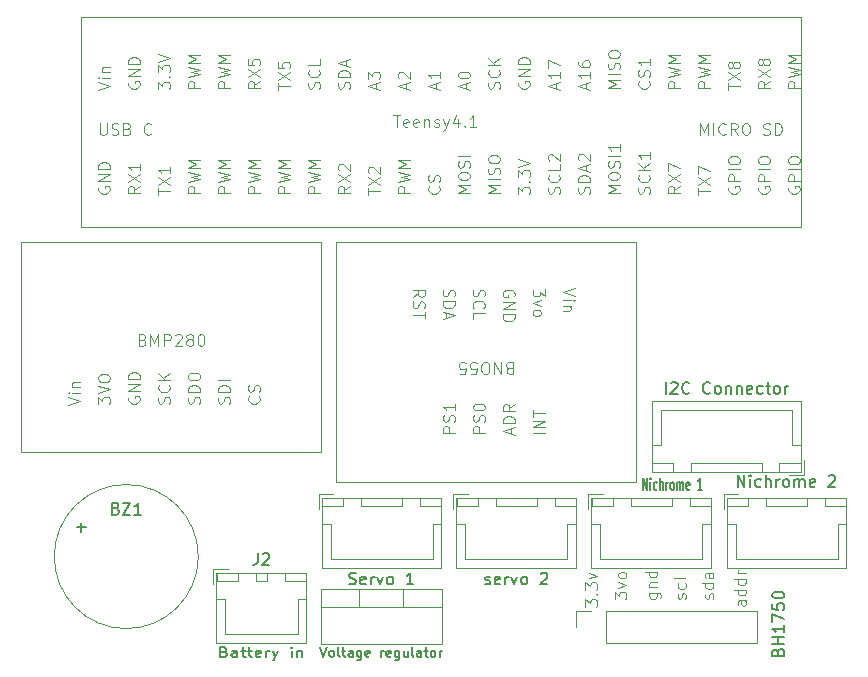
<source format=gbr>
%TF.GenerationSoftware,KiCad,Pcbnew,7.0.6-0*%
%TF.CreationDate,2024-02-15T10:15:36-05:00*%
%TF.ProjectId,Frame PCB 2,4672616d-6520-4504-9342-20322e6b6963,rev?*%
%TF.SameCoordinates,Original*%
%TF.FileFunction,Legend,Top*%
%TF.FilePolarity,Positive*%
%FSLAX46Y46*%
G04 Gerber Fmt 4.6, Leading zero omitted, Abs format (unit mm)*
G04 Created by KiCad (PCBNEW 7.0.6-0) date 2024-02-15 10:15:36*
%MOMM*%
%LPD*%
G01*
G04 APERTURE LIST*
%ADD10C,0.150000*%
%ADD11C,0.100000*%
%ADD12C,0.120000*%
G04 APERTURE END LIST*
D10*
X128846571Y-84528819D02*
X128846571Y-83528819D01*
X128846571Y-83528819D02*
X129189428Y-84528819D01*
X129189428Y-84528819D02*
X129189428Y-83528819D01*
X129475142Y-84528819D02*
X129475142Y-83862152D01*
X129475142Y-83528819D02*
X129446570Y-83576438D01*
X129446570Y-83576438D02*
X129475142Y-83624057D01*
X129475142Y-83624057D02*
X129503713Y-83576438D01*
X129503713Y-83576438D02*
X129475142Y-83528819D01*
X129475142Y-83528819D02*
X129475142Y-83624057D01*
X130017999Y-84481200D02*
X129960856Y-84528819D01*
X129960856Y-84528819D02*
X129846570Y-84528819D01*
X129846570Y-84528819D02*
X129789427Y-84481200D01*
X129789427Y-84481200D02*
X129760856Y-84433580D01*
X129760856Y-84433580D02*
X129732284Y-84338342D01*
X129732284Y-84338342D02*
X129732284Y-84052628D01*
X129732284Y-84052628D02*
X129760856Y-83957390D01*
X129760856Y-83957390D02*
X129789427Y-83909771D01*
X129789427Y-83909771D02*
X129846570Y-83862152D01*
X129846570Y-83862152D02*
X129960856Y-83862152D01*
X129960856Y-83862152D02*
X130017999Y-83909771D01*
X130275142Y-84528819D02*
X130275142Y-83528819D01*
X130532285Y-84528819D02*
X130532285Y-84005009D01*
X130532285Y-84005009D02*
X130503713Y-83909771D01*
X130503713Y-83909771D02*
X130446570Y-83862152D01*
X130446570Y-83862152D02*
X130360856Y-83862152D01*
X130360856Y-83862152D02*
X130303713Y-83909771D01*
X130303713Y-83909771D02*
X130275142Y-83957390D01*
X130817999Y-84528819D02*
X130817999Y-83862152D01*
X130817999Y-84052628D02*
X130846570Y-83957390D01*
X130846570Y-83957390D02*
X130875142Y-83909771D01*
X130875142Y-83909771D02*
X130932284Y-83862152D01*
X130932284Y-83862152D02*
X130989427Y-83862152D01*
X131275142Y-84528819D02*
X131217999Y-84481200D01*
X131217999Y-84481200D02*
X131189428Y-84433580D01*
X131189428Y-84433580D02*
X131160856Y-84338342D01*
X131160856Y-84338342D02*
X131160856Y-84052628D01*
X131160856Y-84052628D02*
X131189428Y-83957390D01*
X131189428Y-83957390D02*
X131217999Y-83909771D01*
X131217999Y-83909771D02*
X131275142Y-83862152D01*
X131275142Y-83862152D02*
X131360856Y-83862152D01*
X131360856Y-83862152D02*
X131417999Y-83909771D01*
X131417999Y-83909771D02*
X131446571Y-83957390D01*
X131446571Y-83957390D02*
X131475142Y-84052628D01*
X131475142Y-84052628D02*
X131475142Y-84338342D01*
X131475142Y-84338342D02*
X131446571Y-84433580D01*
X131446571Y-84433580D02*
X131417999Y-84481200D01*
X131417999Y-84481200D02*
X131360856Y-84528819D01*
X131360856Y-84528819D02*
X131275142Y-84528819D01*
X131732285Y-84528819D02*
X131732285Y-83862152D01*
X131732285Y-83957390D02*
X131760856Y-83909771D01*
X131760856Y-83909771D02*
X131817999Y-83862152D01*
X131817999Y-83862152D02*
X131903713Y-83862152D01*
X131903713Y-83862152D02*
X131960856Y-83909771D01*
X131960856Y-83909771D02*
X131989428Y-84005009D01*
X131989428Y-84005009D02*
X131989428Y-84528819D01*
X131989428Y-84005009D02*
X132017999Y-83909771D01*
X132017999Y-83909771D02*
X132075142Y-83862152D01*
X132075142Y-83862152D02*
X132160856Y-83862152D01*
X132160856Y-83862152D02*
X132217999Y-83909771D01*
X132217999Y-83909771D02*
X132246570Y-84005009D01*
X132246570Y-84005009D02*
X132246570Y-84528819D01*
X132760856Y-84481200D02*
X132703713Y-84528819D01*
X132703713Y-84528819D02*
X132589428Y-84528819D01*
X132589428Y-84528819D02*
X132532285Y-84481200D01*
X132532285Y-84481200D02*
X132503713Y-84385961D01*
X132503713Y-84385961D02*
X132503713Y-84005009D01*
X132503713Y-84005009D02*
X132532285Y-83909771D01*
X132532285Y-83909771D02*
X132589428Y-83862152D01*
X132589428Y-83862152D02*
X132703713Y-83862152D01*
X132703713Y-83862152D02*
X132760856Y-83909771D01*
X132760856Y-83909771D02*
X132789428Y-84005009D01*
X132789428Y-84005009D02*
X132789428Y-84100247D01*
X132789428Y-84100247D02*
X132503713Y-84195485D01*
X133817999Y-84528819D02*
X133475142Y-84528819D01*
X133646571Y-84528819D02*
X133646571Y-83528819D01*
X133646571Y-83528819D02*
X133589428Y-83671676D01*
X133589428Y-83671676D02*
X133532285Y-83766914D01*
X133532285Y-83766914D02*
X133475142Y-83814533D01*
D11*
X132412800Y-93723734D02*
X132460419Y-93628496D01*
X132460419Y-93628496D02*
X132460419Y-93438020D01*
X132460419Y-93438020D02*
X132412800Y-93342782D01*
X132412800Y-93342782D02*
X132317561Y-93295163D01*
X132317561Y-93295163D02*
X132269942Y-93295163D01*
X132269942Y-93295163D02*
X132174704Y-93342782D01*
X132174704Y-93342782D02*
X132127085Y-93438020D01*
X132127085Y-93438020D02*
X132127085Y-93580877D01*
X132127085Y-93580877D02*
X132079466Y-93676115D01*
X132079466Y-93676115D02*
X131984228Y-93723734D01*
X131984228Y-93723734D02*
X131936609Y-93723734D01*
X131936609Y-93723734D02*
X131841371Y-93676115D01*
X131841371Y-93676115D02*
X131793752Y-93580877D01*
X131793752Y-93580877D02*
X131793752Y-93438020D01*
X131793752Y-93438020D02*
X131841371Y-93342782D01*
X132412800Y-92438020D02*
X132460419Y-92533258D01*
X132460419Y-92533258D02*
X132460419Y-92723734D01*
X132460419Y-92723734D02*
X132412800Y-92818972D01*
X132412800Y-92818972D02*
X132365180Y-92866591D01*
X132365180Y-92866591D02*
X132269942Y-92914210D01*
X132269942Y-92914210D02*
X131984228Y-92914210D01*
X131984228Y-92914210D02*
X131888990Y-92866591D01*
X131888990Y-92866591D02*
X131841371Y-92818972D01*
X131841371Y-92818972D02*
X131793752Y-92723734D01*
X131793752Y-92723734D02*
X131793752Y-92533258D01*
X131793752Y-92533258D02*
X131841371Y-92438020D01*
X132460419Y-91866591D02*
X132412800Y-91961829D01*
X132412800Y-91961829D02*
X132317561Y-92009448D01*
X132317561Y-92009448D02*
X131460419Y-92009448D01*
D10*
X140266009Y-98242142D02*
X140313628Y-98099285D01*
X140313628Y-98099285D02*
X140361247Y-98051666D01*
X140361247Y-98051666D02*
X140456485Y-98004047D01*
X140456485Y-98004047D02*
X140599342Y-98004047D01*
X140599342Y-98004047D02*
X140694580Y-98051666D01*
X140694580Y-98051666D02*
X140742200Y-98099285D01*
X140742200Y-98099285D02*
X140789819Y-98194523D01*
X140789819Y-98194523D02*
X140789819Y-98575475D01*
X140789819Y-98575475D02*
X139789819Y-98575475D01*
X139789819Y-98575475D02*
X139789819Y-98242142D01*
X139789819Y-98242142D02*
X139837438Y-98146904D01*
X139837438Y-98146904D02*
X139885057Y-98099285D01*
X139885057Y-98099285D02*
X139980295Y-98051666D01*
X139980295Y-98051666D02*
X140075533Y-98051666D01*
X140075533Y-98051666D02*
X140170771Y-98099285D01*
X140170771Y-98099285D02*
X140218390Y-98146904D01*
X140218390Y-98146904D02*
X140266009Y-98242142D01*
X140266009Y-98242142D02*
X140266009Y-98575475D01*
X140789819Y-97575475D02*
X139789819Y-97575475D01*
X140266009Y-97575475D02*
X140266009Y-97004047D01*
X140789819Y-97004047D02*
X139789819Y-97004047D01*
X140789819Y-96004047D02*
X140789819Y-96575475D01*
X140789819Y-96289761D02*
X139789819Y-96289761D01*
X139789819Y-96289761D02*
X139932676Y-96384999D01*
X139932676Y-96384999D02*
X140027914Y-96480237D01*
X140027914Y-96480237D02*
X140075533Y-96575475D01*
X139789819Y-95670713D02*
X139789819Y-95004047D01*
X139789819Y-95004047D02*
X140789819Y-95432618D01*
X139789819Y-94146904D02*
X139789819Y-94623094D01*
X139789819Y-94623094D02*
X140266009Y-94670713D01*
X140266009Y-94670713D02*
X140218390Y-94623094D01*
X140218390Y-94623094D02*
X140170771Y-94527856D01*
X140170771Y-94527856D02*
X140170771Y-94289761D01*
X140170771Y-94289761D02*
X140218390Y-94194523D01*
X140218390Y-94194523D02*
X140266009Y-94146904D01*
X140266009Y-94146904D02*
X140361247Y-94099285D01*
X140361247Y-94099285D02*
X140599342Y-94099285D01*
X140599342Y-94099285D02*
X140694580Y-94146904D01*
X140694580Y-94146904D02*
X140742200Y-94194523D01*
X140742200Y-94194523D02*
X140789819Y-94289761D01*
X140789819Y-94289761D02*
X140789819Y-94527856D01*
X140789819Y-94527856D02*
X140742200Y-94623094D01*
X140742200Y-94623094D02*
X140694580Y-94670713D01*
X139789819Y-93480237D02*
X139789819Y-93384999D01*
X139789819Y-93384999D02*
X139837438Y-93289761D01*
X139837438Y-93289761D02*
X139885057Y-93242142D01*
X139885057Y-93242142D02*
X139980295Y-93194523D01*
X139980295Y-93194523D02*
X140170771Y-93146904D01*
X140170771Y-93146904D02*
X140408866Y-93146904D01*
X140408866Y-93146904D02*
X140599342Y-93194523D01*
X140599342Y-93194523D02*
X140694580Y-93242142D01*
X140694580Y-93242142D02*
X140742200Y-93289761D01*
X140742200Y-93289761D02*
X140789819Y-93384999D01*
X140789819Y-93384999D02*
X140789819Y-93480237D01*
X140789819Y-93480237D02*
X140742200Y-93575475D01*
X140742200Y-93575475D02*
X140694580Y-93623094D01*
X140694580Y-93623094D02*
X140599342Y-93670713D01*
X140599342Y-93670713D02*
X140408866Y-93718332D01*
X140408866Y-93718332D02*
X140170771Y-93718332D01*
X140170771Y-93718332D02*
X139980295Y-93670713D01*
X139980295Y-93670713D02*
X139885057Y-93623094D01*
X139885057Y-93623094D02*
X139837438Y-93575475D01*
X139837438Y-93575475D02*
X139789819Y-93480237D01*
D11*
X137540419Y-93882544D02*
X137016609Y-93882544D01*
X137016609Y-93882544D02*
X136921371Y-93930163D01*
X136921371Y-93930163D02*
X136873752Y-94025401D01*
X136873752Y-94025401D02*
X136873752Y-94215877D01*
X136873752Y-94215877D02*
X136921371Y-94311115D01*
X137492800Y-93882544D02*
X137540419Y-93977782D01*
X137540419Y-93977782D02*
X137540419Y-94215877D01*
X137540419Y-94215877D02*
X137492800Y-94311115D01*
X137492800Y-94311115D02*
X137397561Y-94358734D01*
X137397561Y-94358734D02*
X137302323Y-94358734D01*
X137302323Y-94358734D02*
X137207085Y-94311115D01*
X137207085Y-94311115D02*
X137159466Y-94215877D01*
X137159466Y-94215877D02*
X137159466Y-93977782D01*
X137159466Y-93977782D02*
X137111847Y-93882544D01*
X137540419Y-92977782D02*
X136540419Y-92977782D01*
X137492800Y-92977782D02*
X137540419Y-93073020D01*
X137540419Y-93073020D02*
X137540419Y-93263496D01*
X137540419Y-93263496D02*
X137492800Y-93358734D01*
X137492800Y-93358734D02*
X137445180Y-93406353D01*
X137445180Y-93406353D02*
X137349942Y-93453972D01*
X137349942Y-93453972D02*
X137064228Y-93453972D01*
X137064228Y-93453972D02*
X136968990Y-93406353D01*
X136968990Y-93406353D02*
X136921371Y-93358734D01*
X136921371Y-93358734D02*
X136873752Y-93263496D01*
X136873752Y-93263496D02*
X136873752Y-93073020D01*
X136873752Y-93073020D02*
X136921371Y-92977782D01*
X137540419Y-92073020D02*
X136540419Y-92073020D01*
X137492800Y-92073020D02*
X137540419Y-92168258D01*
X137540419Y-92168258D02*
X137540419Y-92358734D01*
X137540419Y-92358734D02*
X137492800Y-92453972D01*
X137492800Y-92453972D02*
X137445180Y-92501591D01*
X137445180Y-92501591D02*
X137349942Y-92549210D01*
X137349942Y-92549210D02*
X137064228Y-92549210D01*
X137064228Y-92549210D02*
X136968990Y-92501591D01*
X136968990Y-92501591D02*
X136921371Y-92453972D01*
X136921371Y-92453972D02*
X136873752Y-92358734D01*
X136873752Y-92358734D02*
X136873752Y-92168258D01*
X136873752Y-92168258D02*
X136921371Y-92073020D01*
X137540419Y-91596829D02*
X136873752Y-91596829D01*
X137064228Y-91596829D02*
X136968990Y-91549210D01*
X136968990Y-91549210D02*
X136921371Y-91501591D01*
X136921371Y-91501591D02*
X136873752Y-91406353D01*
X136873752Y-91406353D02*
X136873752Y-91311115D01*
X126431219Y-93771353D02*
X126431219Y-93152306D01*
X126431219Y-93152306D02*
X126812171Y-93485639D01*
X126812171Y-93485639D02*
X126812171Y-93342782D01*
X126812171Y-93342782D02*
X126859790Y-93247544D01*
X126859790Y-93247544D02*
X126907409Y-93199925D01*
X126907409Y-93199925D02*
X127002647Y-93152306D01*
X127002647Y-93152306D02*
X127240742Y-93152306D01*
X127240742Y-93152306D02*
X127335980Y-93199925D01*
X127335980Y-93199925D02*
X127383600Y-93247544D01*
X127383600Y-93247544D02*
X127431219Y-93342782D01*
X127431219Y-93342782D02*
X127431219Y-93628496D01*
X127431219Y-93628496D02*
X127383600Y-93723734D01*
X127383600Y-93723734D02*
X127335980Y-93771353D01*
X126764552Y-92818972D02*
X127431219Y-92580877D01*
X127431219Y-92580877D02*
X126764552Y-92342782D01*
X127431219Y-91818972D02*
X127383600Y-91914210D01*
X127383600Y-91914210D02*
X127335980Y-91961829D01*
X127335980Y-91961829D02*
X127240742Y-92009448D01*
X127240742Y-92009448D02*
X126955028Y-92009448D01*
X126955028Y-92009448D02*
X126859790Y-91961829D01*
X126859790Y-91961829D02*
X126812171Y-91914210D01*
X126812171Y-91914210D02*
X126764552Y-91818972D01*
X126764552Y-91818972D02*
X126764552Y-91676115D01*
X126764552Y-91676115D02*
X126812171Y-91580877D01*
X126812171Y-91580877D02*
X126859790Y-91533258D01*
X126859790Y-91533258D02*
X126955028Y-91485639D01*
X126955028Y-91485639D02*
X127240742Y-91485639D01*
X127240742Y-91485639D02*
X127335980Y-91533258D01*
X127335980Y-91533258D02*
X127383600Y-91580877D01*
X127383600Y-91580877D02*
X127431219Y-91676115D01*
X127431219Y-91676115D02*
X127431219Y-91818972D01*
X129355352Y-93247544D02*
X130164876Y-93247544D01*
X130164876Y-93247544D02*
X130260114Y-93295163D01*
X130260114Y-93295163D02*
X130307733Y-93342782D01*
X130307733Y-93342782D02*
X130355352Y-93438020D01*
X130355352Y-93438020D02*
X130355352Y-93580877D01*
X130355352Y-93580877D02*
X130307733Y-93676115D01*
X129974400Y-93247544D02*
X130022019Y-93342782D01*
X130022019Y-93342782D02*
X130022019Y-93533258D01*
X130022019Y-93533258D02*
X129974400Y-93628496D01*
X129974400Y-93628496D02*
X129926780Y-93676115D01*
X129926780Y-93676115D02*
X129831542Y-93723734D01*
X129831542Y-93723734D02*
X129545828Y-93723734D01*
X129545828Y-93723734D02*
X129450590Y-93676115D01*
X129450590Y-93676115D02*
X129402971Y-93628496D01*
X129402971Y-93628496D02*
X129355352Y-93533258D01*
X129355352Y-93533258D02*
X129355352Y-93342782D01*
X129355352Y-93342782D02*
X129402971Y-93247544D01*
X129355352Y-92771353D02*
X130022019Y-92771353D01*
X129450590Y-92771353D02*
X129402971Y-92723734D01*
X129402971Y-92723734D02*
X129355352Y-92628496D01*
X129355352Y-92628496D02*
X129355352Y-92485639D01*
X129355352Y-92485639D02*
X129402971Y-92390401D01*
X129402971Y-92390401D02*
X129498209Y-92342782D01*
X129498209Y-92342782D02*
X130022019Y-92342782D01*
X130022019Y-91438020D02*
X129022019Y-91438020D01*
X129974400Y-91438020D02*
X130022019Y-91533258D01*
X130022019Y-91533258D02*
X130022019Y-91723734D01*
X130022019Y-91723734D02*
X129974400Y-91818972D01*
X129974400Y-91818972D02*
X129926780Y-91866591D01*
X129926780Y-91866591D02*
X129831542Y-91914210D01*
X129831542Y-91914210D02*
X129545828Y-91914210D01*
X129545828Y-91914210D02*
X129450590Y-91866591D01*
X129450590Y-91866591D02*
X129402971Y-91818972D01*
X129402971Y-91818972D02*
X129355352Y-91723734D01*
X129355352Y-91723734D02*
X129355352Y-91533258D01*
X129355352Y-91533258D02*
X129402971Y-91438020D01*
X134749600Y-93723734D02*
X134797219Y-93628496D01*
X134797219Y-93628496D02*
X134797219Y-93438020D01*
X134797219Y-93438020D02*
X134749600Y-93342782D01*
X134749600Y-93342782D02*
X134654361Y-93295163D01*
X134654361Y-93295163D02*
X134606742Y-93295163D01*
X134606742Y-93295163D02*
X134511504Y-93342782D01*
X134511504Y-93342782D02*
X134463885Y-93438020D01*
X134463885Y-93438020D02*
X134463885Y-93580877D01*
X134463885Y-93580877D02*
X134416266Y-93676115D01*
X134416266Y-93676115D02*
X134321028Y-93723734D01*
X134321028Y-93723734D02*
X134273409Y-93723734D01*
X134273409Y-93723734D02*
X134178171Y-93676115D01*
X134178171Y-93676115D02*
X134130552Y-93580877D01*
X134130552Y-93580877D02*
X134130552Y-93438020D01*
X134130552Y-93438020D02*
X134178171Y-93342782D01*
X134797219Y-92438020D02*
X133797219Y-92438020D01*
X134749600Y-92438020D02*
X134797219Y-92533258D01*
X134797219Y-92533258D02*
X134797219Y-92723734D01*
X134797219Y-92723734D02*
X134749600Y-92818972D01*
X134749600Y-92818972D02*
X134701980Y-92866591D01*
X134701980Y-92866591D02*
X134606742Y-92914210D01*
X134606742Y-92914210D02*
X134321028Y-92914210D01*
X134321028Y-92914210D02*
X134225790Y-92866591D01*
X134225790Y-92866591D02*
X134178171Y-92818972D01*
X134178171Y-92818972D02*
X134130552Y-92723734D01*
X134130552Y-92723734D02*
X134130552Y-92533258D01*
X134130552Y-92533258D02*
X134178171Y-92438020D01*
X134797219Y-91533258D02*
X134273409Y-91533258D01*
X134273409Y-91533258D02*
X134178171Y-91580877D01*
X134178171Y-91580877D02*
X134130552Y-91676115D01*
X134130552Y-91676115D02*
X134130552Y-91866591D01*
X134130552Y-91866591D02*
X134178171Y-91961829D01*
X134749600Y-91533258D02*
X134797219Y-91628496D01*
X134797219Y-91628496D02*
X134797219Y-91866591D01*
X134797219Y-91866591D02*
X134749600Y-91961829D01*
X134749600Y-91961829D02*
X134654361Y-92009448D01*
X134654361Y-92009448D02*
X134559123Y-92009448D01*
X134559123Y-92009448D02*
X134463885Y-91961829D01*
X134463885Y-91961829D02*
X134416266Y-91866591D01*
X134416266Y-91866591D02*
X134416266Y-91628496D01*
X134416266Y-91628496D02*
X134368647Y-91533258D01*
X123967419Y-94406353D02*
X123967419Y-93787306D01*
X123967419Y-93787306D02*
X124348371Y-94120639D01*
X124348371Y-94120639D02*
X124348371Y-93977782D01*
X124348371Y-93977782D02*
X124395990Y-93882544D01*
X124395990Y-93882544D02*
X124443609Y-93834925D01*
X124443609Y-93834925D02*
X124538847Y-93787306D01*
X124538847Y-93787306D02*
X124776942Y-93787306D01*
X124776942Y-93787306D02*
X124872180Y-93834925D01*
X124872180Y-93834925D02*
X124919800Y-93882544D01*
X124919800Y-93882544D02*
X124967419Y-93977782D01*
X124967419Y-93977782D02*
X124967419Y-94263496D01*
X124967419Y-94263496D02*
X124919800Y-94358734D01*
X124919800Y-94358734D02*
X124872180Y-94406353D01*
X124872180Y-93358734D02*
X124919800Y-93311115D01*
X124919800Y-93311115D02*
X124967419Y-93358734D01*
X124967419Y-93358734D02*
X124919800Y-93406353D01*
X124919800Y-93406353D02*
X124872180Y-93358734D01*
X124872180Y-93358734D02*
X124967419Y-93358734D01*
X123967419Y-92977782D02*
X123967419Y-92358735D01*
X123967419Y-92358735D02*
X124348371Y-92692068D01*
X124348371Y-92692068D02*
X124348371Y-92549211D01*
X124348371Y-92549211D02*
X124395990Y-92453973D01*
X124395990Y-92453973D02*
X124443609Y-92406354D01*
X124443609Y-92406354D02*
X124538847Y-92358735D01*
X124538847Y-92358735D02*
X124776942Y-92358735D01*
X124776942Y-92358735D02*
X124872180Y-92406354D01*
X124872180Y-92406354D02*
X124919800Y-92453973D01*
X124919800Y-92453973D02*
X124967419Y-92549211D01*
X124967419Y-92549211D02*
X124967419Y-92834925D01*
X124967419Y-92834925D02*
X124919800Y-92930163D01*
X124919800Y-92930163D02*
X124872180Y-92977782D01*
X124300752Y-92025401D02*
X124967419Y-91787306D01*
X124967419Y-91787306D02*
X124300752Y-91549211D01*
D10*
X115467142Y-92482200D02*
X115562380Y-92529819D01*
X115562380Y-92529819D02*
X115752856Y-92529819D01*
X115752856Y-92529819D02*
X115848094Y-92482200D01*
X115848094Y-92482200D02*
X115895713Y-92386961D01*
X115895713Y-92386961D02*
X115895713Y-92339342D01*
X115895713Y-92339342D02*
X115848094Y-92244104D01*
X115848094Y-92244104D02*
X115752856Y-92196485D01*
X115752856Y-92196485D02*
X115609999Y-92196485D01*
X115609999Y-92196485D02*
X115514761Y-92148866D01*
X115514761Y-92148866D02*
X115467142Y-92053628D01*
X115467142Y-92053628D02*
X115467142Y-92006009D01*
X115467142Y-92006009D02*
X115514761Y-91910771D01*
X115514761Y-91910771D02*
X115609999Y-91863152D01*
X115609999Y-91863152D02*
X115752856Y-91863152D01*
X115752856Y-91863152D02*
X115848094Y-91910771D01*
X116705237Y-92482200D02*
X116609999Y-92529819D01*
X116609999Y-92529819D02*
X116419523Y-92529819D01*
X116419523Y-92529819D02*
X116324285Y-92482200D01*
X116324285Y-92482200D02*
X116276666Y-92386961D01*
X116276666Y-92386961D02*
X116276666Y-92006009D01*
X116276666Y-92006009D02*
X116324285Y-91910771D01*
X116324285Y-91910771D02*
X116419523Y-91863152D01*
X116419523Y-91863152D02*
X116609999Y-91863152D01*
X116609999Y-91863152D02*
X116705237Y-91910771D01*
X116705237Y-91910771D02*
X116752856Y-92006009D01*
X116752856Y-92006009D02*
X116752856Y-92101247D01*
X116752856Y-92101247D02*
X116276666Y-92196485D01*
X117181428Y-92529819D02*
X117181428Y-91863152D01*
X117181428Y-92053628D02*
X117229047Y-91958390D01*
X117229047Y-91958390D02*
X117276666Y-91910771D01*
X117276666Y-91910771D02*
X117371904Y-91863152D01*
X117371904Y-91863152D02*
X117467142Y-91863152D01*
X117705238Y-91863152D02*
X117943333Y-92529819D01*
X117943333Y-92529819D02*
X118181428Y-91863152D01*
X118705238Y-92529819D02*
X118610000Y-92482200D01*
X118610000Y-92482200D02*
X118562381Y-92434580D01*
X118562381Y-92434580D02*
X118514762Y-92339342D01*
X118514762Y-92339342D02*
X118514762Y-92053628D01*
X118514762Y-92053628D02*
X118562381Y-91958390D01*
X118562381Y-91958390D02*
X118610000Y-91910771D01*
X118610000Y-91910771D02*
X118705238Y-91863152D01*
X118705238Y-91863152D02*
X118848095Y-91863152D01*
X118848095Y-91863152D02*
X118943333Y-91910771D01*
X118943333Y-91910771D02*
X118990952Y-91958390D01*
X118990952Y-91958390D02*
X119038571Y-92053628D01*
X119038571Y-92053628D02*
X119038571Y-92339342D01*
X119038571Y-92339342D02*
X118990952Y-92434580D01*
X118990952Y-92434580D02*
X118943333Y-92482200D01*
X118943333Y-92482200D02*
X118848095Y-92529819D01*
X118848095Y-92529819D02*
X118705238Y-92529819D01*
X120181429Y-91625057D02*
X120229048Y-91577438D01*
X120229048Y-91577438D02*
X120324286Y-91529819D01*
X120324286Y-91529819D02*
X120562381Y-91529819D01*
X120562381Y-91529819D02*
X120657619Y-91577438D01*
X120657619Y-91577438D02*
X120705238Y-91625057D01*
X120705238Y-91625057D02*
X120752857Y-91720295D01*
X120752857Y-91720295D02*
X120752857Y-91815533D01*
X120752857Y-91815533D02*
X120705238Y-91958390D01*
X120705238Y-91958390D02*
X120133810Y-92529819D01*
X120133810Y-92529819D02*
X120752857Y-92529819D01*
D11*
X117498571Y-74226390D02*
X117355714Y-74178771D01*
X117355714Y-74178771D02*
X117308095Y-74131152D01*
X117308095Y-74131152D02*
X117260476Y-74035914D01*
X117260476Y-74035914D02*
X117260476Y-73893057D01*
X117260476Y-73893057D02*
X117308095Y-73797819D01*
X117308095Y-73797819D02*
X117355714Y-73750200D01*
X117355714Y-73750200D02*
X117450952Y-73702580D01*
X117450952Y-73702580D02*
X117831904Y-73702580D01*
X117831904Y-73702580D02*
X117831904Y-74702580D01*
X117831904Y-74702580D02*
X117498571Y-74702580D01*
X117498571Y-74702580D02*
X117403333Y-74654961D01*
X117403333Y-74654961D02*
X117355714Y-74607342D01*
X117355714Y-74607342D02*
X117308095Y-74512104D01*
X117308095Y-74512104D02*
X117308095Y-74416866D01*
X117308095Y-74416866D02*
X117355714Y-74321628D01*
X117355714Y-74321628D02*
X117403333Y-74274009D01*
X117403333Y-74274009D02*
X117498571Y-74226390D01*
X117498571Y-74226390D02*
X117831904Y-74226390D01*
X116831904Y-73702580D02*
X116831904Y-74702580D01*
X116831904Y-74702580D02*
X116260476Y-73702580D01*
X116260476Y-73702580D02*
X116260476Y-74702580D01*
X115593809Y-74702580D02*
X115403333Y-74702580D01*
X115403333Y-74702580D02*
X115308095Y-74654961D01*
X115308095Y-74654961D02*
X115212857Y-74559723D01*
X115212857Y-74559723D02*
X115165238Y-74369247D01*
X115165238Y-74369247D02*
X115165238Y-74035914D01*
X115165238Y-74035914D02*
X115212857Y-73845438D01*
X115212857Y-73845438D02*
X115308095Y-73750200D01*
X115308095Y-73750200D02*
X115403333Y-73702580D01*
X115403333Y-73702580D02*
X115593809Y-73702580D01*
X115593809Y-73702580D02*
X115689047Y-73750200D01*
X115689047Y-73750200D02*
X115784285Y-73845438D01*
X115784285Y-73845438D02*
X115831904Y-74035914D01*
X115831904Y-74035914D02*
X115831904Y-74369247D01*
X115831904Y-74369247D02*
X115784285Y-74559723D01*
X115784285Y-74559723D02*
X115689047Y-74654961D01*
X115689047Y-74654961D02*
X115593809Y-74702580D01*
X114260476Y-74702580D02*
X114736666Y-74702580D01*
X114736666Y-74702580D02*
X114784285Y-74226390D01*
X114784285Y-74226390D02*
X114736666Y-74274009D01*
X114736666Y-74274009D02*
X114641428Y-74321628D01*
X114641428Y-74321628D02*
X114403333Y-74321628D01*
X114403333Y-74321628D02*
X114308095Y-74274009D01*
X114308095Y-74274009D02*
X114260476Y-74226390D01*
X114260476Y-74226390D02*
X114212857Y-74131152D01*
X114212857Y-74131152D02*
X114212857Y-73893057D01*
X114212857Y-73893057D02*
X114260476Y-73797819D01*
X114260476Y-73797819D02*
X114308095Y-73750200D01*
X114308095Y-73750200D02*
X114403333Y-73702580D01*
X114403333Y-73702580D02*
X114641428Y-73702580D01*
X114641428Y-73702580D02*
X114736666Y-73750200D01*
X114736666Y-73750200D02*
X114784285Y-73797819D01*
X113308095Y-74702580D02*
X113784285Y-74702580D01*
X113784285Y-74702580D02*
X113831904Y-74226390D01*
X113831904Y-74226390D02*
X113784285Y-74274009D01*
X113784285Y-74274009D02*
X113689047Y-74321628D01*
X113689047Y-74321628D02*
X113450952Y-74321628D01*
X113450952Y-74321628D02*
X113355714Y-74274009D01*
X113355714Y-74274009D02*
X113308095Y-74226390D01*
X113308095Y-74226390D02*
X113260476Y-74131152D01*
X113260476Y-74131152D02*
X113260476Y-73893057D01*
X113260476Y-73893057D02*
X113308095Y-73797819D01*
X113308095Y-73797819D02*
X113355714Y-73750200D01*
X113355714Y-73750200D02*
X113450952Y-73702580D01*
X113450952Y-73702580D02*
X113689047Y-73702580D01*
X113689047Y-73702580D02*
X113784285Y-73750200D01*
X113784285Y-73750200D02*
X113831904Y-73797819D01*
X120507580Y-67518646D02*
X120507580Y-68137693D01*
X120507580Y-68137693D02*
X120126628Y-67804360D01*
X120126628Y-67804360D02*
X120126628Y-67947217D01*
X120126628Y-67947217D02*
X120079009Y-68042455D01*
X120079009Y-68042455D02*
X120031390Y-68090074D01*
X120031390Y-68090074D02*
X119936152Y-68137693D01*
X119936152Y-68137693D02*
X119698057Y-68137693D01*
X119698057Y-68137693D02*
X119602819Y-68090074D01*
X119602819Y-68090074D02*
X119555200Y-68042455D01*
X119555200Y-68042455D02*
X119507580Y-67947217D01*
X119507580Y-67947217D02*
X119507580Y-67661503D01*
X119507580Y-67661503D02*
X119555200Y-67566265D01*
X119555200Y-67566265D02*
X119602819Y-67518646D01*
X120174247Y-68471027D02*
X119507580Y-68709122D01*
X119507580Y-68709122D02*
X120174247Y-68947217D01*
X119507580Y-69471027D02*
X119555200Y-69375789D01*
X119555200Y-69375789D02*
X119602819Y-69328170D01*
X119602819Y-69328170D02*
X119698057Y-69280551D01*
X119698057Y-69280551D02*
X119983771Y-69280551D01*
X119983771Y-69280551D02*
X120079009Y-69328170D01*
X120079009Y-69328170D02*
X120126628Y-69375789D01*
X120126628Y-69375789D02*
X120174247Y-69471027D01*
X120174247Y-69471027D02*
X120174247Y-69613884D01*
X120174247Y-69613884D02*
X120126628Y-69709122D01*
X120126628Y-69709122D02*
X120079009Y-69756741D01*
X120079009Y-69756741D02*
X119983771Y-69804360D01*
X119983771Y-69804360D02*
X119698057Y-69804360D01*
X119698057Y-69804360D02*
X119602819Y-69756741D01*
X119602819Y-69756741D02*
X119555200Y-69709122D01*
X119555200Y-69709122D02*
X119507580Y-69613884D01*
X119507580Y-69613884D02*
X119507580Y-69471027D01*
X115442419Y-79706115D02*
X114442419Y-79706115D01*
X114442419Y-79706115D02*
X114442419Y-79325163D01*
X114442419Y-79325163D02*
X114490038Y-79229925D01*
X114490038Y-79229925D02*
X114537657Y-79182306D01*
X114537657Y-79182306D02*
X114632895Y-79134687D01*
X114632895Y-79134687D02*
X114775752Y-79134687D01*
X114775752Y-79134687D02*
X114870990Y-79182306D01*
X114870990Y-79182306D02*
X114918609Y-79229925D01*
X114918609Y-79229925D02*
X114966228Y-79325163D01*
X114966228Y-79325163D02*
X114966228Y-79706115D01*
X115394800Y-78753734D02*
X115442419Y-78610877D01*
X115442419Y-78610877D02*
X115442419Y-78372782D01*
X115442419Y-78372782D02*
X115394800Y-78277544D01*
X115394800Y-78277544D02*
X115347180Y-78229925D01*
X115347180Y-78229925D02*
X115251942Y-78182306D01*
X115251942Y-78182306D02*
X115156704Y-78182306D01*
X115156704Y-78182306D02*
X115061466Y-78229925D01*
X115061466Y-78229925D02*
X115013847Y-78277544D01*
X115013847Y-78277544D02*
X114966228Y-78372782D01*
X114966228Y-78372782D02*
X114918609Y-78563258D01*
X114918609Y-78563258D02*
X114870990Y-78658496D01*
X114870990Y-78658496D02*
X114823371Y-78706115D01*
X114823371Y-78706115D02*
X114728133Y-78753734D01*
X114728133Y-78753734D02*
X114632895Y-78753734D01*
X114632895Y-78753734D02*
X114537657Y-78706115D01*
X114537657Y-78706115D02*
X114490038Y-78658496D01*
X114490038Y-78658496D02*
X114442419Y-78563258D01*
X114442419Y-78563258D02*
X114442419Y-78325163D01*
X114442419Y-78325163D02*
X114490038Y-78182306D01*
X114442419Y-77563258D02*
X114442419Y-77468020D01*
X114442419Y-77468020D02*
X114490038Y-77372782D01*
X114490038Y-77372782D02*
X114537657Y-77325163D01*
X114537657Y-77325163D02*
X114632895Y-77277544D01*
X114632895Y-77277544D02*
X114823371Y-77229925D01*
X114823371Y-77229925D02*
X115061466Y-77229925D01*
X115061466Y-77229925D02*
X115251942Y-77277544D01*
X115251942Y-77277544D02*
X115347180Y-77325163D01*
X115347180Y-77325163D02*
X115394800Y-77372782D01*
X115394800Y-77372782D02*
X115442419Y-77468020D01*
X115442419Y-77468020D02*
X115442419Y-77563258D01*
X115442419Y-77563258D02*
X115394800Y-77658496D01*
X115394800Y-77658496D02*
X115347180Y-77706115D01*
X115347180Y-77706115D02*
X115251942Y-77753734D01*
X115251942Y-77753734D02*
X115061466Y-77801353D01*
X115061466Y-77801353D02*
X114823371Y-77801353D01*
X114823371Y-77801353D02*
X114632895Y-77753734D01*
X114632895Y-77753734D02*
X114537657Y-77706115D01*
X114537657Y-77706115D02*
X114490038Y-77658496D01*
X114490038Y-77658496D02*
X114442419Y-77563258D01*
X123047580Y-67471027D02*
X122047580Y-67804360D01*
X122047580Y-67804360D02*
X123047580Y-68137693D01*
X122047580Y-68471027D02*
X122714247Y-68471027D01*
X123047580Y-68471027D02*
X122999961Y-68423408D01*
X122999961Y-68423408D02*
X122952342Y-68471027D01*
X122952342Y-68471027D02*
X122999961Y-68518646D01*
X122999961Y-68518646D02*
X123047580Y-68471027D01*
X123047580Y-68471027D02*
X122952342Y-68471027D01*
X122714247Y-68947217D02*
X122047580Y-68947217D01*
X122619009Y-68947217D02*
X122666628Y-68994836D01*
X122666628Y-68994836D02*
X122714247Y-69090074D01*
X122714247Y-69090074D02*
X122714247Y-69232931D01*
X122714247Y-69232931D02*
X122666628Y-69328169D01*
X122666628Y-69328169D02*
X122571390Y-69375788D01*
X122571390Y-69375788D02*
X122047580Y-69375788D01*
X114475200Y-67566265D02*
X114427580Y-67709122D01*
X114427580Y-67709122D02*
X114427580Y-67947217D01*
X114427580Y-67947217D02*
X114475200Y-68042455D01*
X114475200Y-68042455D02*
X114522819Y-68090074D01*
X114522819Y-68090074D02*
X114618057Y-68137693D01*
X114618057Y-68137693D02*
X114713295Y-68137693D01*
X114713295Y-68137693D02*
X114808533Y-68090074D01*
X114808533Y-68090074D02*
X114856152Y-68042455D01*
X114856152Y-68042455D02*
X114903771Y-67947217D01*
X114903771Y-67947217D02*
X114951390Y-67756741D01*
X114951390Y-67756741D02*
X114999009Y-67661503D01*
X114999009Y-67661503D02*
X115046628Y-67613884D01*
X115046628Y-67613884D02*
X115141866Y-67566265D01*
X115141866Y-67566265D02*
X115237104Y-67566265D01*
X115237104Y-67566265D02*
X115332342Y-67613884D01*
X115332342Y-67613884D02*
X115379961Y-67661503D01*
X115379961Y-67661503D02*
X115427580Y-67756741D01*
X115427580Y-67756741D02*
X115427580Y-67994836D01*
X115427580Y-67994836D02*
X115379961Y-68137693D01*
X114522819Y-69137693D02*
X114475200Y-69090074D01*
X114475200Y-69090074D02*
X114427580Y-68947217D01*
X114427580Y-68947217D02*
X114427580Y-68851979D01*
X114427580Y-68851979D02*
X114475200Y-68709122D01*
X114475200Y-68709122D02*
X114570438Y-68613884D01*
X114570438Y-68613884D02*
X114665676Y-68566265D01*
X114665676Y-68566265D02*
X114856152Y-68518646D01*
X114856152Y-68518646D02*
X114999009Y-68518646D01*
X114999009Y-68518646D02*
X115189485Y-68566265D01*
X115189485Y-68566265D02*
X115284723Y-68613884D01*
X115284723Y-68613884D02*
X115379961Y-68709122D01*
X115379961Y-68709122D02*
X115427580Y-68851979D01*
X115427580Y-68851979D02*
X115427580Y-68947217D01*
X115427580Y-68947217D02*
X115379961Y-69090074D01*
X115379961Y-69090074D02*
X115332342Y-69137693D01*
X114427580Y-70042455D02*
X114427580Y-69566265D01*
X114427580Y-69566265D02*
X115427580Y-69566265D01*
X117919961Y-68137693D02*
X117967580Y-68042455D01*
X117967580Y-68042455D02*
X117967580Y-67899598D01*
X117967580Y-67899598D02*
X117919961Y-67756741D01*
X117919961Y-67756741D02*
X117824723Y-67661503D01*
X117824723Y-67661503D02*
X117729485Y-67613884D01*
X117729485Y-67613884D02*
X117539009Y-67566265D01*
X117539009Y-67566265D02*
X117396152Y-67566265D01*
X117396152Y-67566265D02*
X117205676Y-67613884D01*
X117205676Y-67613884D02*
X117110438Y-67661503D01*
X117110438Y-67661503D02*
X117015200Y-67756741D01*
X117015200Y-67756741D02*
X116967580Y-67899598D01*
X116967580Y-67899598D02*
X116967580Y-67994836D01*
X116967580Y-67994836D02*
X117015200Y-68137693D01*
X117015200Y-68137693D02*
X117062819Y-68185312D01*
X117062819Y-68185312D02*
X117396152Y-68185312D01*
X117396152Y-68185312D02*
X117396152Y-67994836D01*
X116967580Y-68613884D02*
X117967580Y-68613884D01*
X117967580Y-68613884D02*
X116967580Y-69185312D01*
X116967580Y-69185312D02*
X117967580Y-69185312D01*
X116967580Y-69661503D02*
X117967580Y-69661503D01*
X117967580Y-69661503D02*
X117967580Y-69899598D01*
X117967580Y-69899598D02*
X117919961Y-70042455D01*
X117919961Y-70042455D02*
X117824723Y-70137693D01*
X117824723Y-70137693D02*
X117729485Y-70185312D01*
X117729485Y-70185312D02*
X117539009Y-70232931D01*
X117539009Y-70232931D02*
X117396152Y-70232931D01*
X117396152Y-70232931D02*
X117205676Y-70185312D01*
X117205676Y-70185312D02*
X117110438Y-70137693D01*
X117110438Y-70137693D02*
X117015200Y-70042455D01*
X117015200Y-70042455D02*
X116967580Y-69899598D01*
X116967580Y-69899598D02*
X116967580Y-69661503D01*
X117696704Y-79753734D02*
X117696704Y-79277544D01*
X117982419Y-79848972D02*
X116982419Y-79515639D01*
X116982419Y-79515639D02*
X117982419Y-79182306D01*
X117982419Y-78848972D02*
X116982419Y-78848972D01*
X116982419Y-78848972D02*
X116982419Y-78610877D01*
X116982419Y-78610877D02*
X117030038Y-78468020D01*
X117030038Y-78468020D02*
X117125276Y-78372782D01*
X117125276Y-78372782D02*
X117220514Y-78325163D01*
X117220514Y-78325163D02*
X117410990Y-78277544D01*
X117410990Y-78277544D02*
X117553847Y-78277544D01*
X117553847Y-78277544D02*
X117744323Y-78325163D01*
X117744323Y-78325163D02*
X117839561Y-78372782D01*
X117839561Y-78372782D02*
X117934800Y-78468020D01*
X117934800Y-78468020D02*
X117982419Y-78610877D01*
X117982419Y-78610877D02*
X117982419Y-78848972D01*
X117982419Y-77277544D02*
X117506228Y-77610877D01*
X117982419Y-77848972D02*
X116982419Y-77848972D01*
X116982419Y-77848972D02*
X116982419Y-77468020D01*
X116982419Y-77468020D02*
X117030038Y-77372782D01*
X117030038Y-77372782D02*
X117077657Y-77325163D01*
X117077657Y-77325163D02*
X117172895Y-77277544D01*
X117172895Y-77277544D02*
X117315752Y-77277544D01*
X117315752Y-77277544D02*
X117410990Y-77325163D01*
X117410990Y-77325163D02*
X117458609Y-77372782D01*
X117458609Y-77372782D02*
X117506228Y-77468020D01*
X117506228Y-77468020D02*
X117506228Y-77848972D01*
X112902419Y-79706115D02*
X111902419Y-79706115D01*
X111902419Y-79706115D02*
X111902419Y-79325163D01*
X111902419Y-79325163D02*
X111950038Y-79229925D01*
X111950038Y-79229925D02*
X111997657Y-79182306D01*
X111997657Y-79182306D02*
X112092895Y-79134687D01*
X112092895Y-79134687D02*
X112235752Y-79134687D01*
X112235752Y-79134687D02*
X112330990Y-79182306D01*
X112330990Y-79182306D02*
X112378609Y-79229925D01*
X112378609Y-79229925D02*
X112426228Y-79325163D01*
X112426228Y-79325163D02*
X112426228Y-79706115D01*
X112854800Y-78753734D02*
X112902419Y-78610877D01*
X112902419Y-78610877D02*
X112902419Y-78372782D01*
X112902419Y-78372782D02*
X112854800Y-78277544D01*
X112854800Y-78277544D02*
X112807180Y-78229925D01*
X112807180Y-78229925D02*
X112711942Y-78182306D01*
X112711942Y-78182306D02*
X112616704Y-78182306D01*
X112616704Y-78182306D02*
X112521466Y-78229925D01*
X112521466Y-78229925D02*
X112473847Y-78277544D01*
X112473847Y-78277544D02*
X112426228Y-78372782D01*
X112426228Y-78372782D02*
X112378609Y-78563258D01*
X112378609Y-78563258D02*
X112330990Y-78658496D01*
X112330990Y-78658496D02*
X112283371Y-78706115D01*
X112283371Y-78706115D02*
X112188133Y-78753734D01*
X112188133Y-78753734D02*
X112092895Y-78753734D01*
X112092895Y-78753734D02*
X111997657Y-78706115D01*
X111997657Y-78706115D02*
X111950038Y-78658496D01*
X111950038Y-78658496D02*
X111902419Y-78563258D01*
X111902419Y-78563258D02*
X111902419Y-78325163D01*
X111902419Y-78325163D02*
X111950038Y-78182306D01*
X112902419Y-77229925D02*
X112902419Y-77801353D01*
X112902419Y-77515639D02*
X111902419Y-77515639D01*
X111902419Y-77515639D02*
X112045276Y-77610877D01*
X112045276Y-77610877D02*
X112140514Y-77706115D01*
X112140514Y-77706115D02*
X112188133Y-77801353D01*
X120522419Y-79706115D02*
X119522419Y-79706115D01*
X120522419Y-79229925D02*
X119522419Y-79229925D01*
X119522419Y-79229925D02*
X120522419Y-78658497D01*
X120522419Y-78658497D02*
X119522419Y-78658497D01*
X119522419Y-78325163D02*
X119522419Y-77753735D01*
X120522419Y-78039449D02*
X119522419Y-78039449D01*
X109347580Y-68185312D02*
X109823771Y-67851979D01*
X109347580Y-67613884D02*
X110347580Y-67613884D01*
X110347580Y-67613884D02*
X110347580Y-67994836D01*
X110347580Y-67994836D02*
X110299961Y-68090074D01*
X110299961Y-68090074D02*
X110252342Y-68137693D01*
X110252342Y-68137693D02*
X110157104Y-68185312D01*
X110157104Y-68185312D02*
X110014247Y-68185312D01*
X110014247Y-68185312D02*
X109919009Y-68137693D01*
X109919009Y-68137693D02*
X109871390Y-68090074D01*
X109871390Y-68090074D02*
X109823771Y-67994836D01*
X109823771Y-67994836D02*
X109823771Y-67613884D01*
X109395200Y-68566265D02*
X109347580Y-68709122D01*
X109347580Y-68709122D02*
X109347580Y-68947217D01*
X109347580Y-68947217D02*
X109395200Y-69042455D01*
X109395200Y-69042455D02*
X109442819Y-69090074D01*
X109442819Y-69090074D02*
X109538057Y-69137693D01*
X109538057Y-69137693D02*
X109633295Y-69137693D01*
X109633295Y-69137693D02*
X109728533Y-69090074D01*
X109728533Y-69090074D02*
X109776152Y-69042455D01*
X109776152Y-69042455D02*
X109823771Y-68947217D01*
X109823771Y-68947217D02*
X109871390Y-68756741D01*
X109871390Y-68756741D02*
X109919009Y-68661503D01*
X109919009Y-68661503D02*
X109966628Y-68613884D01*
X109966628Y-68613884D02*
X110061866Y-68566265D01*
X110061866Y-68566265D02*
X110157104Y-68566265D01*
X110157104Y-68566265D02*
X110252342Y-68613884D01*
X110252342Y-68613884D02*
X110299961Y-68661503D01*
X110299961Y-68661503D02*
X110347580Y-68756741D01*
X110347580Y-68756741D02*
X110347580Y-68994836D01*
X110347580Y-68994836D02*
X110299961Y-69137693D01*
X110347580Y-69423408D02*
X110347580Y-69994836D01*
X109347580Y-69709122D02*
X110347580Y-69709122D01*
X111935200Y-67566265D02*
X111887580Y-67709122D01*
X111887580Y-67709122D02*
X111887580Y-67947217D01*
X111887580Y-67947217D02*
X111935200Y-68042455D01*
X111935200Y-68042455D02*
X111982819Y-68090074D01*
X111982819Y-68090074D02*
X112078057Y-68137693D01*
X112078057Y-68137693D02*
X112173295Y-68137693D01*
X112173295Y-68137693D02*
X112268533Y-68090074D01*
X112268533Y-68090074D02*
X112316152Y-68042455D01*
X112316152Y-68042455D02*
X112363771Y-67947217D01*
X112363771Y-67947217D02*
X112411390Y-67756741D01*
X112411390Y-67756741D02*
X112459009Y-67661503D01*
X112459009Y-67661503D02*
X112506628Y-67613884D01*
X112506628Y-67613884D02*
X112601866Y-67566265D01*
X112601866Y-67566265D02*
X112697104Y-67566265D01*
X112697104Y-67566265D02*
X112792342Y-67613884D01*
X112792342Y-67613884D02*
X112839961Y-67661503D01*
X112839961Y-67661503D02*
X112887580Y-67756741D01*
X112887580Y-67756741D02*
X112887580Y-67994836D01*
X112887580Y-67994836D02*
X112839961Y-68137693D01*
X111887580Y-68566265D02*
X112887580Y-68566265D01*
X112887580Y-68566265D02*
X112887580Y-68804360D01*
X112887580Y-68804360D02*
X112839961Y-68947217D01*
X112839961Y-68947217D02*
X112744723Y-69042455D01*
X112744723Y-69042455D02*
X112649485Y-69090074D01*
X112649485Y-69090074D02*
X112459009Y-69137693D01*
X112459009Y-69137693D02*
X112316152Y-69137693D01*
X112316152Y-69137693D02*
X112125676Y-69090074D01*
X112125676Y-69090074D02*
X112030438Y-69042455D01*
X112030438Y-69042455D02*
X111935200Y-68947217D01*
X111935200Y-68947217D02*
X111887580Y-68804360D01*
X111887580Y-68804360D02*
X111887580Y-68566265D01*
X112173295Y-69518646D02*
X112173295Y-69994836D01*
X111887580Y-69423408D02*
X112887580Y-69756741D01*
X112887580Y-69756741D02*
X111887580Y-70090074D01*
X86471428Y-71823609D02*
X86614285Y-71871228D01*
X86614285Y-71871228D02*
X86661904Y-71918847D01*
X86661904Y-71918847D02*
X86709523Y-72014085D01*
X86709523Y-72014085D02*
X86709523Y-72156942D01*
X86709523Y-72156942D02*
X86661904Y-72252180D01*
X86661904Y-72252180D02*
X86614285Y-72299800D01*
X86614285Y-72299800D02*
X86519047Y-72347419D01*
X86519047Y-72347419D02*
X86138095Y-72347419D01*
X86138095Y-72347419D02*
X86138095Y-71347419D01*
X86138095Y-71347419D02*
X86471428Y-71347419D01*
X86471428Y-71347419D02*
X86566666Y-71395038D01*
X86566666Y-71395038D02*
X86614285Y-71442657D01*
X86614285Y-71442657D02*
X86661904Y-71537895D01*
X86661904Y-71537895D02*
X86661904Y-71633133D01*
X86661904Y-71633133D02*
X86614285Y-71728371D01*
X86614285Y-71728371D02*
X86566666Y-71775990D01*
X86566666Y-71775990D02*
X86471428Y-71823609D01*
X86471428Y-71823609D02*
X86138095Y-71823609D01*
X87138095Y-72347419D02*
X87138095Y-71347419D01*
X87138095Y-71347419D02*
X87471428Y-72061704D01*
X87471428Y-72061704D02*
X87804761Y-71347419D01*
X87804761Y-71347419D02*
X87804761Y-72347419D01*
X88280952Y-72347419D02*
X88280952Y-71347419D01*
X88280952Y-71347419D02*
X88661904Y-71347419D01*
X88661904Y-71347419D02*
X88757142Y-71395038D01*
X88757142Y-71395038D02*
X88804761Y-71442657D01*
X88804761Y-71442657D02*
X88852380Y-71537895D01*
X88852380Y-71537895D02*
X88852380Y-71680752D01*
X88852380Y-71680752D02*
X88804761Y-71775990D01*
X88804761Y-71775990D02*
X88757142Y-71823609D01*
X88757142Y-71823609D02*
X88661904Y-71871228D01*
X88661904Y-71871228D02*
X88280952Y-71871228D01*
X89233333Y-71442657D02*
X89280952Y-71395038D01*
X89280952Y-71395038D02*
X89376190Y-71347419D01*
X89376190Y-71347419D02*
X89614285Y-71347419D01*
X89614285Y-71347419D02*
X89709523Y-71395038D01*
X89709523Y-71395038D02*
X89757142Y-71442657D01*
X89757142Y-71442657D02*
X89804761Y-71537895D01*
X89804761Y-71537895D02*
X89804761Y-71633133D01*
X89804761Y-71633133D02*
X89757142Y-71775990D01*
X89757142Y-71775990D02*
X89185714Y-72347419D01*
X89185714Y-72347419D02*
X89804761Y-72347419D01*
X90376190Y-71775990D02*
X90280952Y-71728371D01*
X90280952Y-71728371D02*
X90233333Y-71680752D01*
X90233333Y-71680752D02*
X90185714Y-71585514D01*
X90185714Y-71585514D02*
X90185714Y-71537895D01*
X90185714Y-71537895D02*
X90233333Y-71442657D01*
X90233333Y-71442657D02*
X90280952Y-71395038D01*
X90280952Y-71395038D02*
X90376190Y-71347419D01*
X90376190Y-71347419D02*
X90566666Y-71347419D01*
X90566666Y-71347419D02*
X90661904Y-71395038D01*
X90661904Y-71395038D02*
X90709523Y-71442657D01*
X90709523Y-71442657D02*
X90757142Y-71537895D01*
X90757142Y-71537895D02*
X90757142Y-71585514D01*
X90757142Y-71585514D02*
X90709523Y-71680752D01*
X90709523Y-71680752D02*
X90661904Y-71728371D01*
X90661904Y-71728371D02*
X90566666Y-71775990D01*
X90566666Y-71775990D02*
X90376190Y-71775990D01*
X90376190Y-71775990D02*
X90280952Y-71823609D01*
X90280952Y-71823609D02*
X90233333Y-71871228D01*
X90233333Y-71871228D02*
X90185714Y-71966466D01*
X90185714Y-71966466D02*
X90185714Y-72156942D01*
X90185714Y-72156942D02*
X90233333Y-72252180D01*
X90233333Y-72252180D02*
X90280952Y-72299800D01*
X90280952Y-72299800D02*
X90376190Y-72347419D01*
X90376190Y-72347419D02*
X90566666Y-72347419D01*
X90566666Y-72347419D02*
X90661904Y-72299800D01*
X90661904Y-72299800D02*
X90709523Y-72252180D01*
X90709523Y-72252180D02*
X90757142Y-72156942D01*
X90757142Y-72156942D02*
X90757142Y-71966466D01*
X90757142Y-71966466D02*
X90709523Y-71871228D01*
X90709523Y-71871228D02*
X90661904Y-71823609D01*
X90661904Y-71823609D02*
X90566666Y-71775990D01*
X91376190Y-71347419D02*
X91471428Y-71347419D01*
X91471428Y-71347419D02*
X91566666Y-71395038D01*
X91566666Y-71395038D02*
X91614285Y-71442657D01*
X91614285Y-71442657D02*
X91661904Y-71537895D01*
X91661904Y-71537895D02*
X91709523Y-71728371D01*
X91709523Y-71728371D02*
X91709523Y-71966466D01*
X91709523Y-71966466D02*
X91661904Y-72156942D01*
X91661904Y-72156942D02*
X91614285Y-72252180D01*
X91614285Y-72252180D02*
X91566666Y-72299800D01*
X91566666Y-72299800D02*
X91471428Y-72347419D01*
X91471428Y-72347419D02*
X91376190Y-72347419D01*
X91376190Y-72347419D02*
X91280952Y-72299800D01*
X91280952Y-72299800D02*
X91233333Y-72252180D01*
X91233333Y-72252180D02*
X91185714Y-72156942D01*
X91185714Y-72156942D02*
X91138095Y-71966466D01*
X91138095Y-71966466D02*
X91138095Y-71728371D01*
X91138095Y-71728371D02*
X91185714Y-71537895D01*
X91185714Y-71537895D02*
X91233333Y-71442657D01*
X91233333Y-71442657D02*
X91280952Y-71395038D01*
X91280952Y-71395038D02*
X91376190Y-71347419D01*
X96297180Y-76594687D02*
X96344800Y-76642306D01*
X96344800Y-76642306D02*
X96392419Y-76785163D01*
X96392419Y-76785163D02*
X96392419Y-76880401D01*
X96392419Y-76880401D02*
X96344800Y-77023258D01*
X96344800Y-77023258D02*
X96249561Y-77118496D01*
X96249561Y-77118496D02*
X96154323Y-77166115D01*
X96154323Y-77166115D02*
X95963847Y-77213734D01*
X95963847Y-77213734D02*
X95820990Y-77213734D01*
X95820990Y-77213734D02*
X95630514Y-77166115D01*
X95630514Y-77166115D02*
X95535276Y-77118496D01*
X95535276Y-77118496D02*
X95440038Y-77023258D01*
X95440038Y-77023258D02*
X95392419Y-76880401D01*
X95392419Y-76880401D02*
X95392419Y-76785163D01*
X95392419Y-76785163D02*
X95440038Y-76642306D01*
X95440038Y-76642306D02*
X95487657Y-76594687D01*
X96344800Y-76213734D02*
X96392419Y-76070877D01*
X96392419Y-76070877D02*
X96392419Y-75832782D01*
X96392419Y-75832782D02*
X96344800Y-75737544D01*
X96344800Y-75737544D02*
X96297180Y-75689925D01*
X96297180Y-75689925D02*
X96201942Y-75642306D01*
X96201942Y-75642306D02*
X96106704Y-75642306D01*
X96106704Y-75642306D02*
X96011466Y-75689925D01*
X96011466Y-75689925D02*
X95963847Y-75737544D01*
X95963847Y-75737544D02*
X95916228Y-75832782D01*
X95916228Y-75832782D02*
X95868609Y-76023258D01*
X95868609Y-76023258D02*
X95820990Y-76118496D01*
X95820990Y-76118496D02*
X95773371Y-76166115D01*
X95773371Y-76166115D02*
X95678133Y-76213734D01*
X95678133Y-76213734D02*
X95582895Y-76213734D01*
X95582895Y-76213734D02*
X95487657Y-76166115D01*
X95487657Y-76166115D02*
X95440038Y-76118496D01*
X95440038Y-76118496D02*
X95392419Y-76023258D01*
X95392419Y-76023258D02*
X95392419Y-75785163D01*
X95392419Y-75785163D02*
X95440038Y-75642306D01*
X85280038Y-76642306D02*
X85232419Y-76737544D01*
X85232419Y-76737544D02*
X85232419Y-76880401D01*
X85232419Y-76880401D02*
X85280038Y-77023258D01*
X85280038Y-77023258D02*
X85375276Y-77118496D01*
X85375276Y-77118496D02*
X85470514Y-77166115D01*
X85470514Y-77166115D02*
X85660990Y-77213734D01*
X85660990Y-77213734D02*
X85803847Y-77213734D01*
X85803847Y-77213734D02*
X85994323Y-77166115D01*
X85994323Y-77166115D02*
X86089561Y-77118496D01*
X86089561Y-77118496D02*
X86184800Y-77023258D01*
X86184800Y-77023258D02*
X86232419Y-76880401D01*
X86232419Y-76880401D02*
X86232419Y-76785163D01*
X86232419Y-76785163D02*
X86184800Y-76642306D01*
X86184800Y-76642306D02*
X86137180Y-76594687D01*
X86137180Y-76594687D02*
X85803847Y-76594687D01*
X85803847Y-76594687D02*
X85803847Y-76785163D01*
X86232419Y-76166115D02*
X85232419Y-76166115D01*
X85232419Y-76166115D02*
X86232419Y-75594687D01*
X86232419Y-75594687D02*
X85232419Y-75594687D01*
X86232419Y-75118496D02*
X85232419Y-75118496D01*
X85232419Y-75118496D02*
X85232419Y-74880401D01*
X85232419Y-74880401D02*
X85280038Y-74737544D01*
X85280038Y-74737544D02*
X85375276Y-74642306D01*
X85375276Y-74642306D02*
X85470514Y-74594687D01*
X85470514Y-74594687D02*
X85660990Y-74547068D01*
X85660990Y-74547068D02*
X85803847Y-74547068D01*
X85803847Y-74547068D02*
X85994323Y-74594687D01*
X85994323Y-74594687D02*
X86089561Y-74642306D01*
X86089561Y-74642306D02*
X86184800Y-74737544D01*
X86184800Y-74737544D02*
X86232419Y-74880401D01*
X86232419Y-74880401D02*
X86232419Y-75118496D01*
X80152419Y-77308972D02*
X81152419Y-76975639D01*
X81152419Y-76975639D02*
X80152419Y-76642306D01*
X81152419Y-76308972D02*
X80485752Y-76308972D01*
X80152419Y-76308972D02*
X80200038Y-76356591D01*
X80200038Y-76356591D02*
X80247657Y-76308972D01*
X80247657Y-76308972D02*
X80200038Y-76261353D01*
X80200038Y-76261353D02*
X80152419Y-76308972D01*
X80152419Y-76308972D02*
X80247657Y-76308972D01*
X80485752Y-75832782D02*
X81152419Y-75832782D01*
X80580990Y-75832782D02*
X80533371Y-75785163D01*
X80533371Y-75785163D02*
X80485752Y-75689925D01*
X80485752Y-75689925D02*
X80485752Y-75547068D01*
X80485752Y-75547068D02*
X80533371Y-75451830D01*
X80533371Y-75451830D02*
X80628609Y-75404211D01*
X80628609Y-75404211D02*
X81152419Y-75404211D01*
X93804800Y-77213734D02*
X93852419Y-77070877D01*
X93852419Y-77070877D02*
X93852419Y-76832782D01*
X93852419Y-76832782D02*
X93804800Y-76737544D01*
X93804800Y-76737544D02*
X93757180Y-76689925D01*
X93757180Y-76689925D02*
X93661942Y-76642306D01*
X93661942Y-76642306D02*
X93566704Y-76642306D01*
X93566704Y-76642306D02*
X93471466Y-76689925D01*
X93471466Y-76689925D02*
X93423847Y-76737544D01*
X93423847Y-76737544D02*
X93376228Y-76832782D01*
X93376228Y-76832782D02*
X93328609Y-77023258D01*
X93328609Y-77023258D02*
X93280990Y-77118496D01*
X93280990Y-77118496D02*
X93233371Y-77166115D01*
X93233371Y-77166115D02*
X93138133Y-77213734D01*
X93138133Y-77213734D02*
X93042895Y-77213734D01*
X93042895Y-77213734D02*
X92947657Y-77166115D01*
X92947657Y-77166115D02*
X92900038Y-77118496D01*
X92900038Y-77118496D02*
X92852419Y-77023258D01*
X92852419Y-77023258D02*
X92852419Y-76785163D01*
X92852419Y-76785163D02*
X92900038Y-76642306D01*
X93852419Y-76213734D02*
X92852419Y-76213734D01*
X92852419Y-76213734D02*
X92852419Y-75975639D01*
X92852419Y-75975639D02*
X92900038Y-75832782D01*
X92900038Y-75832782D02*
X92995276Y-75737544D01*
X92995276Y-75737544D02*
X93090514Y-75689925D01*
X93090514Y-75689925D02*
X93280990Y-75642306D01*
X93280990Y-75642306D02*
X93423847Y-75642306D01*
X93423847Y-75642306D02*
X93614323Y-75689925D01*
X93614323Y-75689925D02*
X93709561Y-75737544D01*
X93709561Y-75737544D02*
X93804800Y-75832782D01*
X93804800Y-75832782D02*
X93852419Y-75975639D01*
X93852419Y-75975639D02*
X93852419Y-76213734D01*
X93852419Y-75213734D02*
X92852419Y-75213734D01*
X91264800Y-77213734D02*
X91312419Y-77070877D01*
X91312419Y-77070877D02*
X91312419Y-76832782D01*
X91312419Y-76832782D02*
X91264800Y-76737544D01*
X91264800Y-76737544D02*
X91217180Y-76689925D01*
X91217180Y-76689925D02*
X91121942Y-76642306D01*
X91121942Y-76642306D02*
X91026704Y-76642306D01*
X91026704Y-76642306D02*
X90931466Y-76689925D01*
X90931466Y-76689925D02*
X90883847Y-76737544D01*
X90883847Y-76737544D02*
X90836228Y-76832782D01*
X90836228Y-76832782D02*
X90788609Y-77023258D01*
X90788609Y-77023258D02*
X90740990Y-77118496D01*
X90740990Y-77118496D02*
X90693371Y-77166115D01*
X90693371Y-77166115D02*
X90598133Y-77213734D01*
X90598133Y-77213734D02*
X90502895Y-77213734D01*
X90502895Y-77213734D02*
X90407657Y-77166115D01*
X90407657Y-77166115D02*
X90360038Y-77118496D01*
X90360038Y-77118496D02*
X90312419Y-77023258D01*
X90312419Y-77023258D02*
X90312419Y-76785163D01*
X90312419Y-76785163D02*
X90360038Y-76642306D01*
X91312419Y-76213734D02*
X90312419Y-76213734D01*
X90312419Y-76213734D02*
X90312419Y-75975639D01*
X90312419Y-75975639D02*
X90360038Y-75832782D01*
X90360038Y-75832782D02*
X90455276Y-75737544D01*
X90455276Y-75737544D02*
X90550514Y-75689925D01*
X90550514Y-75689925D02*
X90740990Y-75642306D01*
X90740990Y-75642306D02*
X90883847Y-75642306D01*
X90883847Y-75642306D02*
X91074323Y-75689925D01*
X91074323Y-75689925D02*
X91169561Y-75737544D01*
X91169561Y-75737544D02*
X91264800Y-75832782D01*
X91264800Y-75832782D02*
X91312419Y-75975639D01*
X91312419Y-75975639D02*
X91312419Y-76213734D01*
X90312419Y-75023258D02*
X90312419Y-74832782D01*
X90312419Y-74832782D02*
X90360038Y-74737544D01*
X90360038Y-74737544D02*
X90455276Y-74642306D01*
X90455276Y-74642306D02*
X90645752Y-74594687D01*
X90645752Y-74594687D02*
X90979085Y-74594687D01*
X90979085Y-74594687D02*
X91169561Y-74642306D01*
X91169561Y-74642306D02*
X91264800Y-74737544D01*
X91264800Y-74737544D02*
X91312419Y-74832782D01*
X91312419Y-74832782D02*
X91312419Y-75023258D01*
X91312419Y-75023258D02*
X91264800Y-75118496D01*
X91264800Y-75118496D02*
X91169561Y-75213734D01*
X91169561Y-75213734D02*
X90979085Y-75261353D01*
X90979085Y-75261353D02*
X90645752Y-75261353D01*
X90645752Y-75261353D02*
X90455276Y-75213734D01*
X90455276Y-75213734D02*
X90360038Y-75118496D01*
X90360038Y-75118496D02*
X90312419Y-75023258D01*
X88724800Y-77213734D02*
X88772419Y-77070877D01*
X88772419Y-77070877D02*
X88772419Y-76832782D01*
X88772419Y-76832782D02*
X88724800Y-76737544D01*
X88724800Y-76737544D02*
X88677180Y-76689925D01*
X88677180Y-76689925D02*
X88581942Y-76642306D01*
X88581942Y-76642306D02*
X88486704Y-76642306D01*
X88486704Y-76642306D02*
X88391466Y-76689925D01*
X88391466Y-76689925D02*
X88343847Y-76737544D01*
X88343847Y-76737544D02*
X88296228Y-76832782D01*
X88296228Y-76832782D02*
X88248609Y-77023258D01*
X88248609Y-77023258D02*
X88200990Y-77118496D01*
X88200990Y-77118496D02*
X88153371Y-77166115D01*
X88153371Y-77166115D02*
X88058133Y-77213734D01*
X88058133Y-77213734D02*
X87962895Y-77213734D01*
X87962895Y-77213734D02*
X87867657Y-77166115D01*
X87867657Y-77166115D02*
X87820038Y-77118496D01*
X87820038Y-77118496D02*
X87772419Y-77023258D01*
X87772419Y-77023258D02*
X87772419Y-76785163D01*
X87772419Y-76785163D02*
X87820038Y-76642306D01*
X88677180Y-75642306D02*
X88724800Y-75689925D01*
X88724800Y-75689925D02*
X88772419Y-75832782D01*
X88772419Y-75832782D02*
X88772419Y-75928020D01*
X88772419Y-75928020D02*
X88724800Y-76070877D01*
X88724800Y-76070877D02*
X88629561Y-76166115D01*
X88629561Y-76166115D02*
X88534323Y-76213734D01*
X88534323Y-76213734D02*
X88343847Y-76261353D01*
X88343847Y-76261353D02*
X88200990Y-76261353D01*
X88200990Y-76261353D02*
X88010514Y-76213734D01*
X88010514Y-76213734D02*
X87915276Y-76166115D01*
X87915276Y-76166115D02*
X87820038Y-76070877D01*
X87820038Y-76070877D02*
X87772419Y-75928020D01*
X87772419Y-75928020D02*
X87772419Y-75832782D01*
X87772419Y-75832782D02*
X87820038Y-75689925D01*
X87820038Y-75689925D02*
X87867657Y-75642306D01*
X88772419Y-75213734D02*
X87772419Y-75213734D01*
X88772419Y-74642306D02*
X88200990Y-75070877D01*
X87772419Y-74642306D02*
X88343847Y-75213734D01*
X82692419Y-77261353D02*
X82692419Y-76642306D01*
X82692419Y-76642306D02*
X83073371Y-76975639D01*
X83073371Y-76975639D02*
X83073371Y-76832782D01*
X83073371Y-76832782D02*
X83120990Y-76737544D01*
X83120990Y-76737544D02*
X83168609Y-76689925D01*
X83168609Y-76689925D02*
X83263847Y-76642306D01*
X83263847Y-76642306D02*
X83501942Y-76642306D01*
X83501942Y-76642306D02*
X83597180Y-76689925D01*
X83597180Y-76689925D02*
X83644800Y-76737544D01*
X83644800Y-76737544D02*
X83692419Y-76832782D01*
X83692419Y-76832782D02*
X83692419Y-77118496D01*
X83692419Y-77118496D02*
X83644800Y-77213734D01*
X83644800Y-77213734D02*
X83597180Y-77261353D01*
X82692419Y-76356591D02*
X83692419Y-76023258D01*
X83692419Y-76023258D02*
X82692419Y-75689925D01*
X82692419Y-75166115D02*
X82692419Y-74975639D01*
X82692419Y-74975639D02*
X82740038Y-74880401D01*
X82740038Y-74880401D02*
X82835276Y-74785163D01*
X82835276Y-74785163D02*
X83025752Y-74737544D01*
X83025752Y-74737544D02*
X83359085Y-74737544D01*
X83359085Y-74737544D02*
X83549561Y-74785163D01*
X83549561Y-74785163D02*
X83644800Y-74880401D01*
X83644800Y-74880401D02*
X83692419Y-74975639D01*
X83692419Y-74975639D02*
X83692419Y-75166115D01*
X83692419Y-75166115D02*
X83644800Y-75261353D01*
X83644800Y-75261353D02*
X83549561Y-75356591D01*
X83549561Y-75356591D02*
X83359085Y-75404210D01*
X83359085Y-75404210D02*
X83025752Y-75404210D01*
X83025752Y-75404210D02*
X82835276Y-75356591D01*
X82835276Y-75356591D02*
X82740038Y-75261353D01*
X82740038Y-75261353D02*
X82692419Y-75166115D01*
D10*
X101518093Y-97860295D02*
X101784760Y-98660295D01*
X101784760Y-98660295D02*
X102051426Y-97860295D01*
X102432378Y-98660295D02*
X102356188Y-98622200D01*
X102356188Y-98622200D02*
X102318093Y-98584104D01*
X102318093Y-98584104D02*
X102279997Y-98507914D01*
X102279997Y-98507914D02*
X102279997Y-98279342D01*
X102279997Y-98279342D02*
X102318093Y-98203152D01*
X102318093Y-98203152D02*
X102356188Y-98165057D01*
X102356188Y-98165057D02*
X102432378Y-98126961D01*
X102432378Y-98126961D02*
X102546664Y-98126961D01*
X102546664Y-98126961D02*
X102622855Y-98165057D01*
X102622855Y-98165057D02*
X102660950Y-98203152D01*
X102660950Y-98203152D02*
X102699045Y-98279342D01*
X102699045Y-98279342D02*
X102699045Y-98507914D01*
X102699045Y-98507914D02*
X102660950Y-98584104D01*
X102660950Y-98584104D02*
X102622855Y-98622200D01*
X102622855Y-98622200D02*
X102546664Y-98660295D01*
X102546664Y-98660295D02*
X102432378Y-98660295D01*
X103156188Y-98660295D02*
X103079998Y-98622200D01*
X103079998Y-98622200D02*
X103041903Y-98546009D01*
X103041903Y-98546009D02*
X103041903Y-97860295D01*
X103346665Y-98126961D02*
X103651427Y-98126961D01*
X103460951Y-97860295D02*
X103460951Y-98546009D01*
X103460951Y-98546009D02*
X103499046Y-98622200D01*
X103499046Y-98622200D02*
X103575236Y-98660295D01*
X103575236Y-98660295D02*
X103651427Y-98660295D01*
X104260951Y-98660295D02*
X104260951Y-98241247D01*
X104260951Y-98241247D02*
X104222856Y-98165057D01*
X104222856Y-98165057D02*
X104146665Y-98126961D01*
X104146665Y-98126961D02*
X103994284Y-98126961D01*
X103994284Y-98126961D02*
X103918094Y-98165057D01*
X104260951Y-98622200D02*
X104184760Y-98660295D01*
X104184760Y-98660295D02*
X103994284Y-98660295D01*
X103994284Y-98660295D02*
X103918094Y-98622200D01*
X103918094Y-98622200D02*
X103879998Y-98546009D01*
X103879998Y-98546009D02*
X103879998Y-98469819D01*
X103879998Y-98469819D02*
X103918094Y-98393628D01*
X103918094Y-98393628D02*
X103994284Y-98355533D01*
X103994284Y-98355533D02*
X104184760Y-98355533D01*
X104184760Y-98355533D02*
X104260951Y-98317438D01*
X104984761Y-98126961D02*
X104984761Y-98774580D01*
X104984761Y-98774580D02*
X104946666Y-98850771D01*
X104946666Y-98850771D02*
X104908570Y-98888866D01*
X104908570Y-98888866D02*
X104832380Y-98926961D01*
X104832380Y-98926961D02*
X104718094Y-98926961D01*
X104718094Y-98926961D02*
X104641904Y-98888866D01*
X104984761Y-98622200D02*
X104908570Y-98660295D01*
X104908570Y-98660295D02*
X104756189Y-98660295D01*
X104756189Y-98660295D02*
X104679999Y-98622200D01*
X104679999Y-98622200D02*
X104641904Y-98584104D01*
X104641904Y-98584104D02*
X104603808Y-98507914D01*
X104603808Y-98507914D02*
X104603808Y-98279342D01*
X104603808Y-98279342D02*
X104641904Y-98203152D01*
X104641904Y-98203152D02*
X104679999Y-98165057D01*
X104679999Y-98165057D02*
X104756189Y-98126961D01*
X104756189Y-98126961D02*
X104908570Y-98126961D01*
X104908570Y-98126961D02*
X104984761Y-98165057D01*
X105670476Y-98622200D02*
X105594285Y-98660295D01*
X105594285Y-98660295D02*
X105441904Y-98660295D01*
X105441904Y-98660295D02*
X105365714Y-98622200D01*
X105365714Y-98622200D02*
X105327618Y-98546009D01*
X105327618Y-98546009D02*
X105327618Y-98241247D01*
X105327618Y-98241247D02*
X105365714Y-98165057D01*
X105365714Y-98165057D02*
X105441904Y-98126961D01*
X105441904Y-98126961D02*
X105594285Y-98126961D01*
X105594285Y-98126961D02*
X105670476Y-98165057D01*
X105670476Y-98165057D02*
X105708571Y-98241247D01*
X105708571Y-98241247D02*
X105708571Y-98317438D01*
X105708571Y-98317438D02*
X105327618Y-98393628D01*
X106660952Y-98660295D02*
X106660952Y-98126961D01*
X106660952Y-98279342D02*
X106699047Y-98203152D01*
X106699047Y-98203152D02*
X106737142Y-98165057D01*
X106737142Y-98165057D02*
X106813333Y-98126961D01*
X106813333Y-98126961D02*
X106889523Y-98126961D01*
X107460952Y-98622200D02*
X107384761Y-98660295D01*
X107384761Y-98660295D02*
X107232380Y-98660295D01*
X107232380Y-98660295D02*
X107156190Y-98622200D01*
X107156190Y-98622200D02*
X107118094Y-98546009D01*
X107118094Y-98546009D02*
X107118094Y-98241247D01*
X107118094Y-98241247D02*
X107156190Y-98165057D01*
X107156190Y-98165057D02*
X107232380Y-98126961D01*
X107232380Y-98126961D02*
X107384761Y-98126961D01*
X107384761Y-98126961D02*
X107460952Y-98165057D01*
X107460952Y-98165057D02*
X107499047Y-98241247D01*
X107499047Y-98241247D02*
X107499047Y-98317438D01*
X107499047Y-98317438D02*
X107118094Y-98393628D01*
X108184761Y-98126961D02*
X108184761Y-98774580D01*
X108184761Y-98774580D02*
X108146666Y-98850771D01*
X108146666Y-98850771D02*
X108108570Y-98888866D01*
X108108570Y-98888866D02*
X108032380Y-98926961D01*
X108032380Y-98926961D02*
X107918094Y-98926961D01*
X107918094Y-98926961D02*
X107841904Y-98888866D01*
X108184761Y-98622200D02*
X108108570Y-98660295D01*
X108108570Y-98660295D02*
X107956189Y-98660295D01*
X107956189Y-98660295D02*
X107879999Y-98622200D01*
X107879999Y-98622200D02*
X107841904Y-98584104D01*
X107841904Y-98584104D02*
X107803808Y-98507914D01*
X107803808Y-98507914D02*
X107803808Y-98279342D01*
X107803808Y-98279342D02*
X107841904Y-98203152D01*
X107841904Y-98203152D02*
X107879999Y-98165057D01*
X107879999Y-98165057D02*
X107956189Y-98126961D01*
X107956189Y-98126961D02*
X108108570Y-98126961D01*
X108108570Y-98126961D02*
X108184761Y-98165057D01*
X108908571Y-98126961D02*
X108908571Y-98660295D01*
X108565714Y-98126961D02*
X108565714Y-98546009D01*
X108565714Y-98546009D02*
X108603809Y-98622200D01*
X108603809Y-98622200D02*
X108679999Y-98660295D01*
X108679999Y-98660295D02*
X108794285Y-98660295D01*
X108794285Y-98660295D02*
X108870476Y-98622200D01*
X108870476Y-98622200D02*
X108908571Y-98584104D01*
X109403809Y-98660295D02*
X109327619Y-98622200D01*
X109327619Y-98622200D02*
X109289524Y-98546009D01*
X109289524Y-98546009D02*
X109289524Y-97860295D01*
X110051429Y-98660295D02*
X110051429Y-98241247D01*
X110051429Y-98241247D02*
X110013334Y-98165057D01*
X110013334Y-98165057D02*
X109937143Y-98126961D01*
X109937143Y-98126961D02*
X109784762Y-98126961D01*
X109784762Y-98126961D02*
X109708572Y-98165057D01*
X110051429Y-98622200D02*
X109975238Y-98660295D01*
X109975238Y-98660295D02*
X109784762Y-98660295D01*
X109784762Y-98660295D02*
X109708572Y-98622200D01*
X109708572Y-98622200D02*
X109670476Y-98546009D01*
X109670476Y-98546009D02*
X109670476Y-98469819D01*
X109670476Y-98469819D02*
X109708572Y-98393628D01*
X109708572Y-98393628D02*
X109784762Y-98355533D01*
X109784762Y-98355533D02*
X109975238Y-98355533D01*
X109975238Y-98355533D02*
X110051429Y-98317438D01*
X110318096Y-98126961D02*
X110622858Y-98126961D01*
X110432382Y-97860295D02*
X110432382Y-98546009D01*
X110432382Y-98546009D02*
X110470477Y-98622200D01*
X110470477Y-98622200D02*
X110546667Y-98660295D01*
X110546667Y-98660295D02*
X110622858Y-98660295D01*
X111003810Y-98660295D02*
X110927620Y-98622200D01*
X110927620Y-98622200D02*
X110889525Y-98584104D01*
X110889525Y-98584104D02*
X110851429Y-98507914D01*
X110851429Y-98507914D02*
X110851429Y-98279342D01*
X110851429Y-98279342D02*
X110889525Y-98203152D01*
X110889525Y-98203152D02*
X110927620Y-98165057D01*
X110927620Y-98165057D02*
X111003810Y-98126961D01*
X111003810Y-98126961D02*
X111118096Y-98126961D01*
X111118096Y-98126961D02*
X111194287Y-98165057D01*
X111194287Y-98165057D02*
X111232382Y-98203152D01*
X111232382Y-98203152D02*
X111270477Y-98279342D01*
X111270477Y-98279342D02*
X111270477Y-98507914D01*
X111270477Y-98507914D02*
X111232382Y-98584104D01*
X111232382Y-98584104D02*
X111194287Y-98622200D01*
X111194287Y-98622200D02*
X111118096Y-98660295D01*
X111118096Y-98660295D02*
X111003810Y-98660295D01*
X111613335Y-98660295D02*
X111613335Y-98126961D01*
X111613335Y-98279342D02*
X111651430Y-98203152D01*
X111651430Y-98203152D02*
X111689525Y-98165057D01*
X111689525Y-98165057D02*
X111765716Y-98126961D01*
X111765716Y-98126961D02*
X111841906Y-98126961D01*
D11*
X107688571Y-52797419D02*
X108259999Y-52797419D01*
X107974285Y-53797419D02*
X107974285Y-52797419D01*
X108974285Y-53749800D02*
X108879047Y-53797419D01*
X108879047Y-53797419D02*
X108688571Y-53797419D01*
X108688571Y-53797419D02*
X108593333Y-53749800D01*
X108593333Y-53749800D02*
X108545714Y-53654561D01*
X108545714Y-53654561D02*
X108545714Y-53273609D01*
X108545714Y-53273609D02*
X108593333Y-53178371D01*
X108593333Y-53178371D02*
X108688571Y-53130752D01*
X108688571Y-53130752D02*
X108879047Y-53130752D01*
X108879047Y-53130752D02*
X108974285Y-53178371D01*
X108974285Y-53178371D02*
X109021904Y-53273609D01*
X109021904Y-53273609D02*
X109021904Y-53368847D01*
X109021904Y-53368847D02*
X108545714Y-53464085D01*
X109831428Y-53749800D02*
X109736190Y-53797419D01*
X109736190Y-53797419D02*
X109545714Y-53797419D01*
X109545714Y-53797419D02*
X109450476Y-53749800D01*
X109450476Y-53749800D02*
X109402857Y-53654561D01*
X109402857Y-53654561D02*
X109402857Y-53273609D01*
X109402857Y-53273609D02*
X109450476Y-53178371D01*
X109450476Y-53178371D02*
X109545714Y-53130752D01*
X109545714Y-53130752D02*
X109736190Y-53130752D01*
X109736190Y-53130752D02*
X109831428Y-53178371D01*
X109831428Y-53178371D02*
X109879047Y-53273609D01*
X109879047Y-53273609D02*
X109879047Y-53368847D01*
X109879047Y-53368847D02*
X109402857Y-53464085D01*
X110307619Y-53130752D02*
X110307619Y-53797419D01*
X110307619Y-53225990D02*
X110355238Y-53178371D01*
X110355238Y-53178371D02*
X110450476Y-53130752D01*
X110450476Y-53130752D02*
X110593333Y-53130752D01*
X110593333Y-53130752D02*
X110688571Y-53178371D01*
X110688571Y-53178371D02*
X110736190Y-53273609D01*
X110736190Y-53273609D02*
X110736190Y-53797419D01*
X111164762Y-53749800D02*
X111260000Y-53797419D01*
X111260000Y-53797419D02*
X111450476Y-53797419D01*
X111450476Y-53797419D02*
X111545714Y-53749800D01*
X111545714Y-53749800D02*
X111593333Y-53654561D01*
X111593333Y-53654561D02*
X111593333Y-53606942D01*
X111593333Y-53606942D02*
X111545714Y-53511704D01*
X111545714Y-53511704D02*
X111450476Y-53464085D01*
X111450476Y-53464085D02*
X111307619Y-53464085D01*
X111307619Y-53464085D02*
X111212381Y-53416466D01*
X111212381Y-53416466D02*
X111164762Y-53321228D01*
X111164762Y-53321228D02*
X111164762Y-53273609D01*
X111164762Y-53273609D02*
X111212381Y-53178371D01*
X111212381Y-53178371D02*
X111307619Y-53130752D01*
X111307619Y-53130752D02*
X111450476Y-53130752D01*
X111450476Y-53130752D02*
X111545714Y-53178371D01*
X111926667Y-53130752D02*
X112164762Y-53797419D01*
X112402857Y-53130752D02*
X112164762Y-53797419D01*
X112164762Y-53797419D02*
X112069524Y-54035514D01*
X112069524Y-54035514D02*
X112021905Y-54083133D01*
X112021905Y-54083133D02*
X111926667Y-54130752D01*
X113212381Y-53130752D02*
X113212381Y-53797419D01*
X112974286Y-52749800D02*
X112736191Y-53464085D01*
X112736191Y-53464085D02*
X113355238Y-53464085D01*
X113736191Y-53702180D02*
X113783810Y-53749800D01*
X113783810Y-53749800D02*
X113736191Y-53797419D01*
X113736191Y-53797419D02*
X113688572Y-53749800D01*
X113688572Y-53749800D02*
X113736191Y-53702180D01*
X113736191Y-53702180D02*
X113736191Y-53797419D01*
X114736190Y-53797419D02*
X114164762Y-53797419D01*
X114450476Y-53797419D02*
X114450476Y-52797419D01*
X114450476Y-52797419D02*
X114355238Y-52940276D01*
X114355238Y-52940276D02*
X114260000Y-53035514D01*
X114260000Y-53035514D02*
X114164762Y-53083133D01*
X87772419Y-59528972D02*
X87772419Y-58957544D01*
X88772419Y-59243258D02*
X87772419Y-59243258D01*
X87772419Y-58719448D02*
X88772419Y-58052782D01*
X87772419Y-58052782D02*
X88772419Y-58719448D01*
X88772419Y-57148020D02*
X88772419Y-57719448D01*
X88772419Y-57433734D02*
X87772419Y-57433734D01*
X87772419Y-57433734D02*
X87915276Y-57528972D01*
X87915276Y-57528972D02*
X88010514Y-57624210D01*
X88010514Y-57624210D02*
X88058133Y-57719448D01*
X111346704Y-50543734D02*
X111346704Y-50067544D01*
X111632419Y-50638972D02*
X110632419Y-50305639D01*
X110632419Y-50305639D02*
X111632419Y-49972306D01*
X111632419Y-49115163D02*
X111632419Y-49686591D01*
X111632419Y-49400877D02*
X110632419Y-49400877D01*
X110632419Y-49400877D02*
X110775276Y-49496115D01*
X110775276Y-49496115D02*
X110870514Y-49591353D01*
X110870514Y-49591353D02*
X110918133Y-49686591D01*
X93852419Y-59386115D02*
X92852419Y-59386115D01*
X92852419Y-59386115D02*
X92852419Y-59005163D01*
X92852419Y-59005163D02*
X92900038Y-58909925D01*
X92900038Y-58909925D02*
X92947657Y-58862306D01*
X92947657Y-58862306D02*
X93042895Y-58814687D01*
X93042895Y-58814687D02*
X93185752Y-58814687D01*
X93185752Y-58814687D02*
X93280990Y-58862306D01*
X93280990Y-58862306D02*
X93328609Y-58909925D01*
X93328609Y-58909925D02*
X93376228Y-59005163D01*
X93376228Y-59005163D02*
X93376228Y-59386115D01*
X92852419Y-58481353D02*
X93852419Y-58243258D01*
X93852419Y-58243258D02*
X93138133Y-58052782D01*
X93138133Y-58052782D02*
X93852419Y-57862306D01*
X93852419Y-57862306D02*
X92852419Y-57624211D01*
X93852419Y-57243258D02*
X92852419Y-57243258D01*
X92852419Y-57243258D02*
X93566704Y-56909925D01*
X93566704Y-56909925D02*
X92852419Y-56576592D01*
X92852419Y-56576592D02*
X93852419Y-56576592D01*
X86232419Y-58814687D02*
X85756228Y-59148020D01*
X86232419Y-59386115D02*
X85232419Y-59386115D01*
X85232419Y-59386115D02*
X85232419Y-59005163D01*
X85232419Y-59005163D02*
X85280038Y-58909925D01*
X85280038Y-58909925D02*
X85327657Y-58862306D01*
X85327657Y-58862306D02*
X85422895Y-58814687D01*
X85422895Y-58814687D02*
X85565752Y-58814687D01*
X85565752Y-58814687D02*
X85660990Y-58862306D01*
X85660990Y-58862306D02*
X85708609Y-58909925D01*
X85708609Y-58909925D02*
X85756228Y-59005163D01*
X85756228Y-59005163D02*
X85756228Y-59386115D01*
X85232419Y-58481353D02*
X86232419Y-57814687D01*
X85232419Y-57814687D02*
X86232419Y-58481353D01*
X86232419Y-56909925D02*
X86232419Y-57481353D01*
X86232419Y-57195639D02*
X85232419Y-57195639D01*
X85232419Y-57195639D02*
X85375276Y-57290877D01*
X85375276Y-57290877D02*
X85470514Y-57386115D01*
X85470514Y-57386115D02*
X85518133Y-57481353D01*
X105552419Y-59528972D02*
X105552419Y-58957544D01*
X106552419Y-59243258D02*
X105552419Y-59243258D01*
X105552419Y-58719448D02*
X106552419Y-58052782D01*
X105552419Y-58052782D02*
X106552419Y-58719448D01*
X105647657Y-57719448D02*
X105600038Y-57671829D01*
X105600038Y-57671829D02*
X105552419Y-57576591D01*
X105552419Y-57576591D02*
X105552419Y-57338496D01*
X105552419Y-57338496D02*
X105600038Y-57243258D01*
X105600038Y-57243258D02*
X105647657Y-57195639D01*
X105647657Y-57195639D02*
X105742895Y-57148020D01*
X105742895Y-57148020D02*
X105838133Y-57148020D01*
X105838133Y-57148020D02*
X105980990Y-57195639D01*
X105980990Y-57195639D02*
X106552419Y-57767067D01*
X106552419Y-57767067D02*
X106552419Y-57148020D01*
X91312419Y-50496115D02*
X90312419Y-50496115D01*
X90312419Y-50496115D02*
X90312419Y-50115163D01*
X90312419Y-50115163D02*
X90360038Y-50019925D01*
X90360038Y-50019925D02*
X90407657Y-49972306D01*
X90407657Y-49972306D02*
X90502895Y-49924687D01*
X90502895Y-49924687D02*
X90645752Y-49924687D01*
X90645752Y-49924687D02*
X90740990Y-49972306D01*
X90740990Y-49972306D02*
X90788609Y-50019925D01*
X90788609Y-50019925D02*
X90836228Y-50115163D01*
X90836228Y-50115163D02*
X90836228Y-50496115D01*
X90312419Y-49591353D02*
X91312419Y-49353258D01*
X91312419Y-49353258D02*
X90598133Y-49162782D01*
X90598133Y-49162782D02*
X91312419Y-48972306D01*
X91312419Y-48972306D02*
X90312419Y-48734211D01*
X91312419Y-48353258D02*
X90312419Y-48353258D01*
X90312419Y-48353258D02*
X91026704Y-48019925D01*
X91026704Y-48019925D02*
X90312419Y-47686592D01*
X90312419Y-47686592D02*
X91312419Y-47686592D01*
X126872419Y-50496115D02*
X125872419Y-50496115D01*
X125872419Y-50496115D02*
X126586704Y-50162782D01*
X126586704Y-50162782D02*
X125872419Y-49829449D01*
X125872419Y-49829449D02*
X126872419Y-49829449D01*
X126872419Y-49353258D02*
X125872419Y-49353258D01*
X126824800Y-48924687D02*
X126872419Y-48781830D01*
X126872419Y-48781830D02*
X126872419Y-48543735D01*
X126872419Y-48543735D02*
X126824800Y-48448497D01*
X126824800Y-48448497D02*
X126777180Y-48400878D01*
X126777180Y-48400878D02*
X126681942Y-48353259D01*
X126681942Y-48353259D02*
X126586704Y-48353259D01*
X126586704Y-48353259D02*
X126491466Y-48400878D01*
X126491466Y-48400878D02*
X126443847Y-48448497D01*
X126443847Y-48448497D02*
X126396228Y-48543735D01*
X126396228Y-48543735D02*
X126348609Y-48734211D01*
X126348609Y-48734211D02*
X126300990Y-48829449D01*
X126300990Y-48829449D02*
X126253371Y-48877068D01*
X126253371Y-48877068D02*
X126158133Y-48924687D01*
X126158133Y-48924687D02*
X126062895Y-48924687D01*
X126062895Y-48924687D02*
X125967657Y-48877068D01*
X125967657Y-48877068D02*
X125920038Y-48829449D01*
X125920038Y-48829449D02*
X125872419Y-48734211D01*
X125872419Y-48734211D02*
X125872419Y-48496116D01*
X125872419Y-48496116D02*
X125920038Y-48353259D01*
X125872419Y-47734211D02*
X125872419Y-47543735D01*
X125872419Y-47543735D02*
X125920038Y-47448497D01*
X125920038Y-47448497D02*
X126015276Y-47353259D01*
X126015276Y-47353259D02*
X126205752Y-47305640D01*
X126205752Y-47305640D02*
X126539085Y-47305640D01*
X126539085Y-47305640D02*
X126729561Y-47353259D01*
X126729561Y-47353259D02*
X126824800Y-47448497D01*
X126824800Y-47448497D02*
X126872419Y-47543735D01*
X126872419Y-47543735D02*
X126872419Y-47734211D01*
X126872419Y-47734211D02*
X126824800Y-47829449D01*
X126824800Y-47829449D02*
X126729561Y-47924687D01*
X126729561Y-47924687D02*
X126539085Y-47972306D01*
X126539085Y-47972306D02*
X126205752Y-47972306D01*
X126205752Y-47972306D02*
X126015276Y-47924687D01*
X126015276Y-47924687D02*
X125920038Y-47829449D01*
X125920038Y-47829449D02*
X125872419Y-47734211D01*
X114172419Y-59386115D02*
X113172419Y-59386115D01*
X113172419Y-59386115D02*
X113886704Y-59052782D01*
X113886704Y-59052782D02*
X113172419Y-58719449D01*
X113172419Y-58719449D02*
X114172419Y-58719449D01*
X113172419Y-58052782D02*
X113172419Y-57862306D01*
X113172419Y-57862306D02*
X113220038Y-57767068D01*
X113220038Y-57767068D02*
X113315276Y-57671830D01*
X113315276Y-57671830D02*
X113505752Y-57624211D01*
X113505752Y-57624211D02*
X113839085Y-57624211D01*
X113839085Y-57624211D02*
X114029561Y-57671830D01*
X114029561Y-57671830D02*
X114124800Y-57767068D01*
X114124800Y-57767068D02*
X114172419Y-57862306D01*
X114172419Y-57862306D02*
X114172419Y-58052782D01*
X114172419Y-58052782D02*
X114124800Y-58148020D01*
X114124800Y-58148020D02*
X114029561Y-58243258D01*
X114029561Y-58243258D02*
X113839085Y-58290877D01*
X113839085Y-58290877D02*
X113505752Y-58290877D01*
X113505752Y-58290877D02*
X113315276Y-58243258D01*
X113315276Y-58243258D02*
X113220038Y-58148020D01*
X113220038Y-58148020D02*
X113172419Y-58052782D01*
X114124800Y-57243258D02*
X114172419Y-57100401D01*
X114172419Y-57100401D02*
X114172419Y-56862306D01*
X114172419Y-56862306D02*
X114124800Y-56767068D01*
X114124800Y-56767068D02*
X114077180Y-56719449D01*
X114077180Y-56719449D02*
X113981942Y-56671830D01*
X113981942Y-56671830D02*
X113886704Y-56671830D01*
X113886704Y-56671830D02*
X113791466Y-56719449D01*
X113791466Y-56719449D02*
X113743847Y-56767068D01*
X113743847Y-56767068D02*
X113696228Y-56862306D01*
X113696228Y-56862306D02*
X113648609Y-57052782D01*
X113648609Y-57052782D02*
X113600990Y-57148020D01*
X113600990Y-57148020D02*
X113553371Y-57195639D01*
X113553371Y-57195639D02*
X113458133Y-57243258D01*
X113458133Y-57243258D02*
X113362895Y-57243258D01*
X113362895Y-57243258D02*
X113267657Y-57195639D01*
X113267657Y-57195639D02*
X113220038Y-57148020D01*
X113220038Y-57148020D02*
X113172419Y-57052782D01*
X113172419Y-57052782D02*
X113172419Y-56814687D01*
X113172419Y-56814687D02*
X113220038Y-56671830D01*
X114172419Y-56243258D02*
X113172419Y-56243258D01*
X116664800Y-50543734D02*
X116712419Y-50400877D01*
X116712419Y-50400877D02*
X116712419Y-50162782D01*
X116712419Y-50162782D02*
X116664800Y-50067544D01*
X116664800Y-50067544D02*
X116617180Y-50019925D01*
X116617180Y-50019925D02*
X116521942Y-49972306D01*
X116521942Y-49972306D02*
X116426704Y-49972306D01*
X116426704Y-49972306D02*
X116331466Y-50019925D01*
X116331466Y-50019925D02*
X116283847Y-50067544D01*
X116283847Y-50067544D02*
X116236228Y-50162782D01*
X116236228Y-50162782D02*
X116188609Y-50353258D01*
X116188609Y-50353258D02*
X116140990Y-50448496D01*
X116140990Y-50448496D02*
X116093371Y-50496115D01*
X116093371Y-50496115D02*
X115998133Y-50543734D01*
X115998133Y-50543734D02*
X115902895Y-50543734D01*
X115902895Y-50543734D02*
X115807657Y-50496115D01*
X115807657Y-50496115D02*
X115760038Y-50448496D01*
X115760038Y-50448496D02*
X115712419Y-50353258D01*
X115712419Y-50353258D02*
X115712419Y-50115163D01*
X115712419Y-50115163D02*
X115760038Y-49972306D01*
X116617180Y-48972306D02*
X116664800Y-49019925D01*
X116664800Y-49019925D02*
X116712419Y-49162782D01*
X116712419Y-49162782D02*
X116712419Y-49258020D01*
X116712419Y-49258020D02*
X116664800Y-49400877D01*
X116664800Y-49400877D02*
X116569561Y-49496115D01*
X116569561Y-49496115D02*
X116474323Y-49543734D01*
X116474323Y-49543734D02*
X116283847Y-49591353D01*
X116283847Y-49591353D02*
X116140990Y-49591353D01*
X116140990Y-49591353D02*
X115950514Y-49543734D01*
X115950514Y-49543734D02*
X115855276Y-49496115D01*
X115855276Y-49496115D02*
X115760038Y-49400877D01*
X115760038Y-49400877D02*
X115712419Y-49258020D01*
X115712419Y-49258020D02*
X115712419Y-49162782D01*
X115712419Y-49162782D02*
X115760038Y-49019925D01*
X115760038Y-49019925D02*
X115807657Y-48972306D01*
X116712419Y-48543734D02*
X115712419Y-48543734D01*
X116712419Y-47972306D02*
X116140990Y-48400877D01*
X115712419Y-47972306D02*
X116283847Y-48543734D01*
X98932419Y-59386115D02*
X97932419Y-59386115D01*
X97932419Y-59386115D02*
X97932419Y-59005163D01*
X97932419Y-59005163D02*
X97980038Y-58909925D01*
X97980038Y-58909925D02*
X98027657Y-58862306D01*
X98027657Y-58862306D02*
X98122895Y-58814687D01*
X98122895Y-58814687D02*
X98265752Y-58814687D01*
X98265752Y-58814687D02*
X98360990Y-58862306D01*
X98360990Y-58862306D02*
X98408609Y-58909925D01*
X98408609Y-58909925D02*
X98456228Y-59005163D01*
X98456228Y-59005163D02*
X98456228Y-59386115D01*
X97932419Y-58481353D02*
X98932419Y-58243258D01*
X98932419Y-58243258D02*
X98218133Y-58052782D01*
X98218133Y-58052782D02*
X98932419Y-57862306D01*
X98932419Y-57862306D02*
X97932419Y-57624211D01*
X98932419Y-57243258D02*
X97932419Y-57243258D01*
X97932419Y-57243258D02*
X98646704Y-56909925D01*
X98646704Y-56909925D02*
X97932419Y-56576592D01*
X97932419Y-56576592D02*
X98932419Y-56576592D01*
X109092419Y-59386115D02*
X108092419Y-59386115D01*
X108092419Y-59386115D02*
X108092419Y-59005163D01*
X108092419Y-59005163D02*
X108140038Y-58909925D01*
X108140038Y-58909925D02*
X108187657Y-58862306D01*
X108187657Y-58862306D02*
X108282895Y-58814687D01*
X108282895Y-58814687D02*
X108425752Y-58814687D01*
X108425752Y-58814687D02*
X108520990Y-58862306D01*
X108520990Y-58862306D02*
X108568609Y-58909925D01*
X108568609Y-58909925D02*
X108616228Y-59005163D01*
X108616228Y-59005163D02*
X108616228Y-59386115D01*
X108092419Y-58481353D02*
X109092419Y-58243258D01*
X109092419Y-58243258D02*
X108378133Y-58052782D01*
X108378133Y-58052782D02*
X109092419Y-57862306D01*
X109092419Y-57862306D02*
X108092419Y-57624211D01*
X109092419Y-57243258D02*
X108092419Y-57243258D01*
X108092419Y-57243258D02*
X108806704Y-56909925D01*
X108806704Y-56909925D02*
X108092419Y-56576592D01*
X108092419Y-56576592D02*
X109092419Y-56576592D01*
X121744800Y-59433734D02*
X121792419Y-59290877D01*
X121792419Y-59290877D02*
X121792419Y-59052782D01*
X121792419Y-59052782D02*
X121744800Y-58957544D01*
X121744800Y-58957544D02*
X121697180Y-58909925D01*
X121697180Y-58909925D02*
X121601942Y-58862306D01*
X121601942Y-58862306D02*
X121506704Y-58862306D01*
X121506704Y-58862306D02*
X121411466Y-58909925D01*
X121411466Y-58909925D02*
X121363847Y-58957544D01*
X121363847Y-58957544D02*
X121316228Y-59052782D01*
X121316228Y-59052782D02*
X121268609Y-59243258D01*
X121268609Y-59243258D02*
X121220990Y-59338496D01*
X121220990Y-59338496D02*
X121173371Y-59386115D01*
X121173371Y-59386115D02*
X121078133Y-59433734D01*
X121078133Y-59433734D02*
X120982895Y-59433734D01*
X120982895Y-59433734D02*
X120887657Y-59386115D01*
X120887657Y-59386115D02*
X120840038Y-59338496D01*
X120840038Y-59338496D02*
X120792419Y-59243258D01*
X120792419Y-59243258D02*
X120792419Y-59005163D01*
X120792419Y-59005163D02*
X120840038Y-58862306D01*
X121697180Y-57862306D02*
X121744800Y-57909925D01*
X121744800Y-57909925D02*
X121792419Y-58052782D01*
X121792419Y-58052782D02*
X121792419Y-58148020D01*
X121792419Y-58148020D02*
X121744800Y-58290877D01*
X121744800Y-58290877D02*
X121649561Y-58386115D01*
X121649561Y-58386115D02*
X121554323Y-58433734D01*
X121554323Y-58433734D02*
X121363847Y-58481353D01*
X121363847Y-58481353D02*
X121220990Y-58481353D01*
X121220990Y-58481353D02*
X121030514Y-58433734D01*
X121030514Y-58433734D02*
X120935276Y-58386115D01*
X120935276Y-58386115D02*
X120840038Y-58290877D01*
X120840038Y-58290877D02*
X120792419Y-58148020D01*
X120792419Y-58148020D02*
X120792419Y-58052782D01*
X120792419Y-58052782D02*
X120840038Y-57909925D01*
X120840038Y-57909925D02*
X120887657Y-57862306D01*
X121792419Y-56957544D02*
X121792419Y-57433734D01*
X121792419Y-57433734D02*
X120792419Y-57433734D01*
X120887657Y-56671829D02*
X120840038Y-56624210D01*
X120840038Y-56624210D02*
X120792419Y-56528972D01*
X120792419Y-56528972D02*
X120792419Y-56290877D01*
X120792419Y-56290877D02*
X120840038Y-56195639D01*
X120840038Y-56195639D02*
X120887657Y-56148020D01*
X120887657Y-56148020D02*
X120982895Y-56100401D01*
X120982895Y-56100401D02*
X121078133Y-56100401D01*
X121078133Y-56100401D02*
X121220990Y-56148020D01*
X121220990Y-56148020D02*
X121792419Y-56719448D01*
X121792419Y-56719448D02*
X121792419Y-56100401D01*
X133492419Y-59528972D02*
X133492419Y-58957544D01*
X134492419Y-59243258D02*
X133492419Y-59243258D01*
X133492419Y-58719448D02*
X134492419Y-58052782D01*
X133492419Y-58052782D02*
X134492419Y-58719448D01*
X133492419Y-57767067D02*
X133492419Y-57100401D01*
X133492419Y-57100401D02*
X134492419Y-57528972D01*
X116712419Y-59386115D02*
X115712419Y-59386115D01*
X115712419Y-59386115D02*
X116426704Y-59052782D01*
X116426704Y-59052782D02*
X115712419Y-58719449D01*
X115712419Y-58719449D02*
X116712419Y-58719449D01*
X116712419Y-58243258D02*
X115712419Y-58243258D01*
X116664800Y-57814687D02*
X116712419Y-57671830D01*
X116712419Y-57671830D02*
X116712419Y-57433735D01*
X116712419Y-57433735D02*
X116664800Y-57338497D01*
X116664800Y-57338497D02*
X116617180Y-57290878D01*
X116617180Y-57290878D02*
X116521942Y-57243259D01*
X116521942Y-57243259D02*
X116426704Y-57243259D01*
X116426704Y-57243259D02*
X116331466Y-57290878D01*
X116331466Y-57290878D02*
X116283847Y-57338497D01*
X116283847Y-57338497D02*
X116236228Y-57433735D01*
X116236228Y-57433735D02*
X116188609Y-57624211D01*
X116188609Y-57624211D02*
X116140990Y-57719449D01*
X116140990Y-57719449D02*
X116093371Y-57767068D01*
X116093371Y-57767068D02*
X115998133Y-57814687D01*
X115998133Y-57814687D02*
X115902895Y-57814687D01*
X115902895Y-57814687D02*
X115807657Y-57767068D01*
X115807657Y-57767068D02*
X115760038Y-57719449D01*
X115760038Y-57719449D02*
X115712419Y-57624211D01*
X115712419Y-57624211D02*
X115712419Y-57386116D01*
X115712419Y-57386116D02*
X115760038Y-57243259D01*
X115712419Y-56624211D02*
X115712419Y-56433735D01*
X115712419Y-56433735D02*
X115760038Y-56338497D01*
X115760038Y-56338497D02*
X115855276Y-56243259D01*
X115855276Y-56243259D02*
X116045752Y-56195640D01*
X116045752Y-56195640D02*
X116379085Y-56195640D01*
X116379085Y-56195640D02*
X116569561Y-56243259D01*
X116569561Y-56243259D02*
X116664800Y-56338497D01*
X116664800Y-56338497D02*
X116712419Y-56433735D01*
X116712419Y-56433735D02*
X116712419Y-56624211D01*
X116712419Y-56624211D02*
X116664800Y-56719449D01*
X116664800Y-56719449D02*
X116569561Y-56814687D01*
X116569561Y-56814687D02*
X116379085Y-56862306D01*
X116379085Y-56862306D02*
X116045752Y-56862306D01*
X116045752Y-56862306D02*
X115855276Y-56814687D01*
X115855276Y-56814687D02*
X115760038Y-56719449D01*
X115760038Y-56719449D02*
X115712419Y-56624211D01*
X87772419Y-50591353D02*
X87772419Y-49972306D01*
X87772419Y-49972306D02*
X88153371Y-50305639D01*
X88153371Y-50305639D02*
X88153371Y-50162782D01*
X88153371Y-50162782D02*
X88200990Y-50067544D01*
X88200990Y-50067544D02*
X88248609Y-50019925D01*
X88248609Y-50019925D02*
X88343847Y-49972306D01*
X88343847Y-49972306D02*
X88581942Y-49972306D01*
X88581942Y-49972306D02*
X88677180Y-50019925D01*
X88677180Y-50019925D02*
X88724800Y-50067544D01*
X88724800Y-50067544D02*
X88772419Y-50162782D01*
X88772419Y-50162782D02*
X88772419Y-50448496D01*
X88772419Y-50448496D02*
X88724800Y-50543734D01*
X88724800Y-50543734D02*
X88677180Y-50591353D01*
X88677180Y-49543734D02*
X88724800Y-49496115D01*
X88724800Y-49496115D02*
X88772419Y-49543734D01*
X88772419Y-49543734D02*
X88724800Y-49591353D01*
X88724800Y-49591353D02*
X88677180Y-49543734D01*
X88677180Y-49543734D02*
X88772419Y-49543734D01*
X87772419Y-49162782D02*
X87772419Y-48543735D01*
X87772419Y-48543735D02*
X88153371Y-48877068D01*
X88153371Y-48877068D02*
X88153371Y-48734211D01*
X88153371Y-48734211D02*
X88200990Y-48638973D01*
X88200990Y-48638973D02*
X88248609Y-48591354D01*
X88248609Y-48591354D02*
X88343847Y-48543735D01*
X88343847Y-48543735D02*
X88581942Y-48543735D01*
X88581942Y-48543735D02*
X88677180Y-48591354D01*
X88677180Y-48591354D02*
X88724800Y-48638973D01*
X88724800Y-48638973D02*
X88772419Y-48734211D01*
X88772419Y-48734211D02*
X88772419Y-49019925D01*
X88772419Y-49019925D02*
X88724800Y-49115163D01*
X88724800Y-49115163D02*
X88677180Y-49162782D01*
X87772419Y-48258020D02*
X88772419Y-47924687D01*
X88772419Y-47924687D02*
X87772419Y-47591354D01*
X126872419Y-59386115D02*
X125872419Y-59386115D01*
X125872419Y-59386115D02*
X126586704Y-59052782D01*
X126586704Y-59052782D02*
X125872419Y-58719449D01*
X125872419Y-58719449D02*
X126872419Y-58719449D01*
X125872419Y-58052782D02*
X125872419Y-57862306D01*
X125872419Y-57862306D02*
X125920038Y-57767068D01*
X125920038Y-57767068D02*
X126015276Y-57671830D01*
X126015276Y-57671830D02*
X126205752Y-57624211D01*
X126205752Y-57624211D02*
X126539085Y-57624211D01*
X126539085Y-57624211D02*
X126729561Y-57671830D01*
X126729561Y-57671830D02*
X126824800Y-57767068D01*
X126824800Y-57767068D02*
X126872419Y-57862306D01*
X126872419Y-57862306D02*
X126872419Y-58052782D01*
X126872419Y-58052782D02*
X126824800Y-58148020D01*
X126824800Y-58148020D02*
X126729561Y-58243258D01*
X126729561Y-58243258D02*
X126539085Y-58290877D01*
X126539085Y-58290877D02*
X126205752Y-58290877D01*
X126205752Y-58290877D02*
X126015276Y-58243258D01*
X126015276Y-58243258D02*
X125920038Y-58148020D01*
X125920038Y-58148020D02*
X125872419Y-58052782D01*
X126824800Y-57243258D02*
X126872419Y-57100401D01*
X126872419Y-57100401D02*
X126872419Y-56862306D01*
X126872419Y-56862306D02*
X126824800Y-56767068D01*
X126824800Y-56767068D02*
X126777180Y-56719449D01*
X126777180Y-56719449D02*
X126681942Y-56671830D01*
X126681942Y-56671830D02*
X126586704Y-56671830D01*
X126586704Y-56671830D02*
X126491466Y-56719449D01*
X126491466Y-56719449D02*
X126443847Y-56767068D01*
X126443847Y-56767068D02*
X126396228Y-56862306D01*
X126396228Y-56862306D02*
X126348609Y-57052782D01*
X126348609Y-57052782D02*
X126300990Y-57148020D01*
X126300990Y-57148020D02*
X126253371Y-57195639D01*
X126253371Y-57195639D02*
X126158133Y-57243258D01*
X126158133Y-57243258D02*
X126062895Y-57243258D01*
X126062895Y-57243258D02*
X125967657Y-57195639D01*
X125967657Y-57195639D02*
X125920038Y-57148020D01*
X125920038Y-57148020D02*
X125872419Y-57052782D01*
X125872419Y-57052782D02*
X125872419Y-56814687D01*
X125872419Y-56814687D02*
X125920038Y-56671830D01*
X126872419Y-56243258D02*
X125872419Y-56243258D01*
X126872419Y-55243259D02*
X126872419Y-55814687D01*
X126872419Y-55528973D02*
X125872419Y-55528973D01*
X125872419Y-55528973D02*
X126015276Y-55624211D01*
X126015276Y-55624211D02*
X126110514Y-55719449D01*
X126110514Y-55719449D02*
X126158133Y-55814687D01*
X138620038Y-58862306D02*
X138572419Y-58957544D01*
X138572419Y-58957544D02*
X138572419Y-59100401D01*
X138572419Y-59100401D02*
X138620038Y-59243258D01*
X138620038Y-59243258D02*
X138715276Y-59338496D01*
X138715276Y-59338496D02*
X138810514Y-59386115D01*
X138810514Y-59386115D02*
X139000990Y-59433734D01*
X139000990Y-59433734D02*
X139143847Y-59433734D01*
X139143847Y-59433734D02*
X139334323Y-59386115D01*
X139334323Y-59386115D02*
X139429561Y-59338496D01*
X139429561Y-59338496D02*
X139524800Y-59243258D01*
X139524800Y-59243258D02*
X139572419Y-59100401D01*
X139572419Y-59100401D02*
X139572419Y-59005163D01*
X139572419Y-59005163D02*
X139524800Y-58862306D01*
X139524800Y-58862306D02*
X139477180Y-58814687D01*
X139477180Y-58814687D02*
X139143847Y-58814687D01*
X139143847Y-58814687D02*
X139143847Y-59005163D01*
X139572419Y-58386115D02*
X138572419Y-58386115D01*
X138572419Y-58386115D02*
X138572419Y-58005163D01*
X138572419Y-58005163D02*
X138620038Y-57909925D01*
X138620038Y-57909925D02*
X138667657Y-57862306D01*
X138667657Y-57862306D02*
X138762895Y-57814687D01*
X138762895Y-57814687D02*
X138905752Y-57814687D01*
X138905752Y-57814687D02*
X139000990Y-57862306D01*
X139000990Y-57862306D02*
X139048609Y-57909925D01*
X139048609Y-57909925D02*
X139096228Y-58005163D01*
X139096228Y-58005163D02*
X139096228Y-58386115D01*
X139572419Y-57386115D02*
X138572419Y-57386115D01*
X138572419Y-56719449D02*
X138572419Y-56528973D01*
X138572419Y-56528973D02*
X138620038Y-56433735D01*
X138620038Y-56433735D02*
X138715276Y-56338497D01*
X138715276Y-56338497D02*
X138905752Y-56290878D01*
X138905752Y-56290878D02*
X139239085Y-56290878D01*
X139239085Y-56290878D02*
X139429561Y-56338497D01*
X139429561Y-56338497D02*
X139524800Y-56433735D01*
X139524800Y-56433735D02*
X139572419Y-56528973D01*
X139572419Y-56528973D02*
X139572419Y-56719449D01*
X139572419Y-56719449D02*
X139524800Y-56814687D01*
X139524800Y-56814687D02*
X139429561Y-56909925D01*
X139429561Y-56909925D02*
X139239085Y-56957544D01*
X139239085Y-56957544D02*
X138905752Y-56957544D01*
X138905752Y-56957544D02*
X138715276Y-56909925D01*
X138715276Y-56909925D02*
X138620038Y-56814687D01*
X138620038Y-56814687D02*
X138572419Y-56719449D01*
X131952419Y-58814687D02*
X131476228Y-59148020D01*
X131952419Y-59386115D02*
X130952419Y-59386115D01*
X130952419Y-59386115D02*
X130952419Y-59005163D01*
X130952419Y-59005163D02*
X131000038Y-58909925D01*
X131000038Y-58909925D02*
X131047657Y-58862306D01*
X131047657Y-58862306D02*
X131142895Y-58814687D01*
X131142895Y-58814687D02*
X131285752Y-58814687D01*
X131285752Y-58814687D02*
X131380990Y-58862306D01*
X131380990Y-58862306D02*
X131428609Y-58909925D01*
X131428609Y-58909925D02*
X131476228Y-59005163D01*
X131476228Y-59005163D02*
X131476228Y-59386115D01*
X130952419Y-58481353D02*
X131952419Y-57814687D01*
X130952419Y-57814687D02*
X131952419Y-58481353D01*
X130952419Y-57528972D02*
X130952419Y-56862306D01*
X130952419Y-56862306D02*
X131952419Y-57290877D01*
X93852419Y-50496115D02*
X92852419Y-50496115D01*
X92852419Y-50496115D02*
X92852419Y-50115163D01*
X92852419Y-50115163D02*
X92900038Y-50019925D01*
X92900038Y-50019925D02*
X92947657Y-49972306D01*
X92947657Y-49972306D02*
X93042895Y-49924687D01*
X93042895Y-49924687D02*
X93185752Y-49924687D01*
X93185752Y-49924687D02*
X93280990Y-49972306D01*
X93280990Y-49972306D02*
X93328609Y-50019925D01*
X93328609Y-50019925D02*
X93376228Y-50115163D01*
X93376228Y-50115163D02*
X93376228Y-50496115D01*
X92852419Y-49591353D02*
X93852419Y-49353258D01*
X93852419Y-49353258D02*
X93138133Y-49162782D01*
X93138133Y-49162782D02*
X93852419Y-48972306D01*
X93852419Y-48972306D02*
X92852419Y-48734211D01*
X93852419Y-48353258D02*
X92852419Y-48353258D01*
X92852419Y-48353258D02*
X93566704Y-48019925D01*
X93566704Y-48019925D02*
X92852419Y-47686592D01*
X92852419Y-47686592D02*
X93852419Y-47686592D01*
X139572419Y-49924687D02*
X139096228Y-50258020D01*
X139572419Y-50496115D02*
X138572419Y-50496115D01*
X138572419Y-50496115D02*
X138572419Y-50115163D01*
X138572419Y-50115163D02*
X138620038Y-50019925D01*
X138620038Y-50019925D02*
X138667657Y-49972306D01*
X138667657Y-49972306D02*
X138762895Y-49924687D01*
X138762895Y-49924687D02*
X138905752Y-49924687D01*
X138905752Y-49924687D02*
X139000990Y-49972306D01*
X139000990Y-49972306D02*
X139048609Y-50019925D01*
X139048609Y-50019925D02*
X139096228Y-50115163D01*
X139096228Y-50115163D02*
X139096228Y-50496115D01*
X138572419Y-49591353D02*
X139572419Y-48924687D01*
X138572419Y-48924687D02*
X139572419Y-49591353D01*
X139000990Y-48400877D02*
X138953371Y-48496115D01*
X138953371Y-48496115D02*
X138905752Y-48543734D01*
X138905752Y-48543734D02*
X138810514Y-48591353D01*
X138810514Y-48591353D02*
X138762895Y-48591353D01*
X138762895Y-48591353D02*
X138667657Y-48543734D01*
X138667657Y-48543734D02*
X138620038Y-48496115D01*
X138620038Y-48496115D02*
X138572419Y-48400877D01*
X138572419Y-48400877D02*
X138572419Y-48210401D01*
X138572419Y-48210401D02*
X138620038Y-48115163D01*
X138620038Y-48115163D02*
X138667657Y-48067544D01*
X138667657Y-48067544D02*
X138762895Y-48019925D01*
X138762895Y-48019925D02*
X138810514Y-48019925D01*
X138810514Y-48019925D02*
X138905752Y-48067544D01*
X138905752Y-48067544D02*
X138953371Y-48115163D01*
X138953371Y-48115163D02*
X139000990Y-48210401D01*
X139000990Y-48210401D02*
X139000990Y-48400877D01*
X139000990Y-48400877D02*
X139048609Y-48496115D01*
X139048609Y-48496115D02*
X139096228Y-48543734D01*
X139096228Y-48543734D02*
X139191466Y-48591353D01*
X139191466Y-48591353D02*
X139381942Y-48591353D01*
X139381942Y-48591353D02*
X139477180Y-48543734D01*
X139477180Y-48543734D02*
X139524800Y-48496115D01*
X139524800Y-48496115D02*
X139572419Y-48400877D01*
X139572419Y-48400877D02*
X139572419Y-48210401D01*
X139572419Y-48210401D02*
X139524800Y-48115163D01*
X139524800Y-48115163D02*
X139477180Y-48067544D01*
X139477180Y-48067544D02*
X139381942Y-48019925D01*
X139381942Y-48019925D02*
X139191466Y-48019925D01*
X139191466Y-48019925D02*
X139096228Y-48067544D01*
X139096228Y-48067544D02*
X139048609Y-48115163D01*
X139048609Y-48115163D02*
X139000990Y-48210401D01*
X124284800Y-59433734D02*
X124332419Y-59290877D01*
X124332419Y-59290877D02*
X124332419Y-59052782D01*
X124332419Y-59052782D02*
X124284800Y-58957544D01*
X124284800Y-58957544D02*
X124237180Y-58909925D01*
X124237180Y-58909925D02*
X124141942Y-58862306D01*
X124141942Y-58862306D02*
X124046704Y-58862306D01*
X124046704Y-58862306D02*
X123951466Y-58909925D01*
X123951466Y-58909925D02*
X123903847Y-58957544D01*
X123903847Y-58957544D02*
X123856228Y-59052782D01*
X123856228Y-59052782D02*
X123808609Y-59243258D01*
X123808609Y-59243258D02*
X123760990Y-59338496D01*
X123760990Y-59338496D02*
X123713371Y-59386115D01*
X123713371Y-59386115D02*
X123618133Y-59433734D01*
X123618133Y-59433734D02*
X123522895Y-59433734D01*
X123522895Y-59433734D02*
X123427657Y-59386115D01*
X123427657Y-59386115D02*
X123380038Y-59338496D01*
X123380038Y-59338496D02*
X123332419Y-59243258D01*
X123332419Y-59243258D02*
X123332419Y-59005163D01*
X123332419Y-59005163D02*
X123380038Y-58862306D01*
X124332419Y-58433734D02*
X123332419Y-58433734D01*
X123332419Y-58433734D02*
X123332419Y-58195639D01*
X123332419Y-58195639D02*
X123380038Y-58052782D01*
X123380038Y-58052782D02*
X123475276Y-57957544D01*
X123475276Y-57957544D02*
X123570514Y-57909925D01*
X123570514Y-57909925D02*
X123760990Y-57862306D01*
X123760990Y-57862306D02*
X123903847Y-57862306D01*
X123903847Y-57862306D02*
X124094323Y-57909925D01*
X124094323Y-57909925D02*
X124189561Y-57957544D01*
X124189561Y-57957544D02*
X124284800Y-58052782D01*
X124284800Y-58052782D02*
X124332419Y-58195639D01*
X124332419Y-58195639D02*
X124332419Y-58433734D01*
X124046704Y-57481353D02*
X124046704Y-57005163D01*
X124332419Y-57576591D02*
X123332419Y-57243258D01*
X123332419Y-57243258D02*
X124332419Y-56909925D01*
X123427657Y-56624210D02*
X123380038Y-56576591D01*
X123380038Y-56576591D02*
X123332419Y-56481353D01*
X123332419Y-56481353D02*
X123332419Y-56243258D01*
X123332419Y-56243258D02*
X123380038Y-56148020D01*
X123380038Y-56148020D02*
X123427657Y-56100401D01*
X123427657Y-56100401D02*
X123522895Y-56052782D01*
X123522895Y-56052782D02*
X123618133Y-56052782D01*
X123618133Y-56052782D02*
X123760990Y-56100401D01*
X123760990Y-56100401D02*
X124332419Y-56671829D01*
X124332419Y-56671829D02*
X124332419Y-56052782D01*
X82853884Y-53482419D02*
X82853884Y-54291942D01*
X82853884Y-54291942D02*
X82901503Y-54387180D01*
X82901503Y-54387180D02*
X82949122Y-54434800D01*
X82949122Y-54434800D02*
X83044360Y-54482419D01*
X83044360Y-54482419D02*
X83234836Y-54482419D01*
X83234836Y-54482419D02*
X83330074Y-54434800D01*
X83330074Y-54434800D02*
X83377693Y-54387180D01*
X83377693Y-54387180D02*
X83425312Y-54291942D01*
X83425312Y-54291942D02*
X83425312Y-53482419D01*
X83853884Y-54434800D02*
X83996741Y-54482419D01*
X83996741Y-54482419D02*
X84234836Y-54482419D01*
X84234836Y-54482419D02*
X84330074Y-54434800D01*
X84330074Y-54434800D02*
X84377693Y-54387180D01*
X84377693Y-54387180D02*
X84425312Y-54291942D01*
X84425312Y-54291942D02*
X84425312Y-54196704D01*
X84425312Y-54196704D02*
X84377693Y-54101466D01*
X84377693Y-54101466D02*
X84330074Y-54053847D01*
X84330074Y-54053847D02*
X84234836Y-54006228D01*
X84234836Y-54006228D02*
X84044360Y-53958609D01*
X84044360Y-53958609D02*
X83949122Y-53910990D01*
X83949122Y-53910990D02*
X83901503Y-53863371D01*
X83901503Y-53863371D02*
X83853884Y-53768133D01*
X83853884Y-53768133D02*
X83853884Y-53672895D01*
X83853884Y-53672895D02*
X83901503Y-53577657D01*
X83901503Y-53577657D02*
X83949122Y-53530038D01*
X83949122Y-53530038D02*
X84044360Y-53482419D01*
X84044360Y-53482419D02*
X84282455Y-53482419D01*
X84282455Y-53482419D02*
X84425312Y-53530038D01*
X85187217Y-53958609D02*
X85330074Y-54006228D01*
X85330074Y-54006228D02*
X85377693Y-54053847D01*
X85377693Y-54053847D02*
X85425312Y-54149085D01*
X85425312Y-54149085D02*
X85425312Y-54291942D01*
X85425312Y-54291942D02*
X85377693Y-54387180D01*
X85377693Y-54387180D02*
X85330074Y-54434800D01*
X85330074Y-54434800D02*
X85234836Y-54482419D01*
X85234836Y-54482419D02*
X84853884Y-54482419D01*
X84853884Y-54482419D02*
X84853884Y-53482419D01*
X84853884Y-53482419D02*
X85187217Y-53482419D01*
X85187217Y-53482419D02*
X85282455Y-53530038D01*
X85282455Y-53530038D02*
X85330074Y-53577657D01*
X85330074Y-53577657D02*
X85377693Y-53672895D01*
X85377693Y-53672895D02*
X85377693Y-53768133D01*
X85377693Y-53768133D02*
X85330074Y-53863371D01*
X85330074Y-53863371D02*
X85282455Y-53910990D01*
X85282455Y-53910990D02*
X85187217Y-53958609D01*
X85187217Y-53958609D02*
X84853884Y-53958609D01*
X87187217Y-54387180D02*
X87139598Y-54434800D01*
X87139598Y-54434800D02*
X86996741Y-54482419D01*
X86996741Y-54482419D02*
X86901503Y-54482419D01*
X86901503Y-54482419D02*
X86758646Y-54434800D01*
X86758646Y-54434800D02*
X86663408Y-54339561D01*
X86663408Y-54339561D02*
X86615789Y-54244323D01*
X86615789Y-54244323D02*
X86568170Y-54053847D01*
X86568170Y-54053847D02*
X86568170Y-53910990D01*
X86568170Y-53910990D02*
X86615789Y-53720514D01*
X86615789Y-53720514D02*
X86663408Y-53625276D01*
X86663408Y-53625276D02*
X86758646Y-53530038D01*
X86758646Y-53530038D02*
X86901503Y-53482419D01*
X86901503Y-53482419D02*
X86996741Y-53482419D01*
X86996741Y-53482419D02*
X87139598Y-53530038D01*
X87139598Y-53530038D02*
X87187217Y-53577657D01*
X97932419Y-50638972D02*
X97932419Y-50067544D01*
X98932419Y-50353258D02*
X97932419Y-50353258D01*
X97932419Y-49829448D02*
X98932419Y-49162782D01*
X97932419Y-49162782D02*
X98932419Y-49829448D01*
X97932419Y-48305639D02*
X97932419Y-48781829D01*
X97932419Y-48781829D02*
X98408609Y-48829448D01*
X98408609Y-48829448D02*
X98360990Y-48781829D01*
X98360990Y-48781829D02*
X98313371Y-48686591D01*
X98313371Y-48686591D02*
X98313371Y-48448496D01*
X98313371Y-48448496D02*
X98360990Y-48353258D01*
X98360990Y-48353258D02*
X98408609Y-48305639D01*
X98408609Y-48305639D02*
X98503847Y-48258020D01*
X98503847Y-48258020D02*
X98741942Y-48258020D01*
X98741942Y-48258020D02*
X98837180Y-48305639D01*
X98837180Y-48305639D02*
X98884800Y-48353258D01*
X98884800Y-48353258D02*
X98932419Y-48448496D01*
X98932419Y-48448496D02*
X98932419Y-48686591D01*
X98932419Y-48686591D02*
X98884800Y-48781829D01*
X98884800Y-48781829D02*
X98837180Y-48829448D01*
X118300038Y-49972306D02*
X118252419Y-50067544D01*
X118252419Y-50067544D02*
X118252419Y-50210401D01*
X118252419Y-50210401D02*
X118300038Y-50353258D01*
X118300038Y-50353258D02*
X118395276Y-50448496D01*
X118395276Y-50448496D02*
X118490514Y-50496115D01*
X118490514Y-50496115D02*
X118680990Y-50543734D01*
X118680990Y-50543734D02*
X118823847Y-50543734D01*
X118823847Y-50543734D02*
X119014323Y-50496115D01*
X119014323Y-50496115D02*
X119109561Y-50448496D01*
X119109561Y-50448496D02*
X119204800Y-50353258D01*
X119204800Y-50353258D02*
X119252419Y-50210401D01*
X119252419Y-50210401D02*
X119252419Y-50115163D01*
X119252419Y-50115163D02*
X119204800Y-49972306D01*
X119204800Y-49972306D02*
X119157180Y-49924687D01*
X119157180Y-49924687D02*
X118823847Y-49924687D01*
X118823847Y-49924687D02*
X118823847Y-50115163D01*
X119252419Y-49496115D02*
X118252419Y-49496115D01*
X118252419Y-49496115D02*
X119252419Y-48924687D01*
X119252419Y-48924687D02*
X118252419Y-48924687D01*
X119252419Y-48448496D02*
X118252419Y-48448496D01*
X118252419Y-48448496D02*
X118252419Y-48210401D01*
X118252419Y-48210401D02*
X118300038Y-48067544D01*
X118300038Y-48067544D02*
X118395276Y-47972306D01*
X118395276Y-47972306D02*
X118490514Y-47924687D01*
X118490514Y-47924687D02*
X118680990Y-47877068D01*
X118680990Y-47877068D02*
X118823847Y-47877068D01*
X118823847Y-47877068D02*
X119014323Y-47924687D01*
X119014323Y-47924687D02*
X119109561Y-47972306D01*
X119109561Y-47972306D02*
X119204800Y-48067544D01*
X119204800Y-48067544D02*
X119252419Y-48210401D01*
X119252419Y-48210401D02*
X119252419Y-48448496D01*
X82692419Y-50638972D02*
X83692419Y-50305639D01*
X83692419Y-50305639D02*
X82692419Y-49972306D01*
X83692419Y-49638972D02*
X83025752Y-49638972D01*
X82692419Y-49638972D02*
X82740038Y-49686591D01*
X82740038Y-49686591D02*
X82787657Y-49638972D01*
X82787657Y-49638972D02*
X82740038Y-49591353D01*
X82740038Y-49591353D02*
X82692419Y-49638972D01*
X82692419Y-49638972D02*
X82787657Y-49638972D01*
X83025752Y-49162782D02*
X83692419Y-49162782D01*
X83120990Y-49162782D02*
X83073371Y-49115163D01*
X83073371Y-49115163D02*
X83025752Y-49019925D01*
X83025752Y-49019925D02*
X83025752Y-48877068D01*
X83025752Y-48877068D02*
X83073371Y-48781830D01*
X83073371Y-48781830D02*
X83168609Y-48734211D01*
X83168609Y-48734211D02*
X83692419Y-48734211D01*
X113886704Y-50543734D02*
X113886704Y-50067544D01*
X114172419Y-50638972D02*
X113172419Y-50305639D01*
X113172419Y-50305639D02*
X114172419Y-49972306D01*
X113172419Y-49448496D02*
X113172419Y-49353258D01*
X113172419Y-49353258D02*
X113220038Y-49258020D01*
X113220038Y-49258020D02*
X113267657Y-49210401D01*
X113267657Y-49210401D02*
X113362895Y-49162782D01*
X113362895Y-49162782D02*
X113553371Y-49115163D01*
X113553371Y-49115163D02*
X113791466Y-49115163D01*
X113791466Y-49115163D02*
X113981942Y-49162782D01*
X113981942Y-49162782D02*
X114077180Y-49210401D01*
X114077180Y-49210401D02*
X114124800Y-49258020D01*
X114124800Y-49258020D02*
X114172419Y-49353258D01*
X114172419Y-49353258D02*
X114172419Y-49448496D01*
X114172419Y-49448496D02*
X114124800Y-49543734D01*
X114124800Y-49543734D02*
X114077180Y-49591353D01*
X114077180Y-49591353D02*
X113981942Y-49638972D01*
X113981942Y-49638972D02*
X113791466Y-49686591D01*
X113791466Y-49686591D02*
X113553371Y-49686591D01*
X113553371Y-49686591D02*
X113362895Y-49638972D01*
X113362895Y-49638972D02*
X113267657Y-49591353D01*
X113267657Y-49591353D02*
X113220038Y-49543734D01*
X113220038Y-49543734D02*
X113172419Y-49448496D01*
X129364800Y-59433734D02*
X129412419Y-59290877D01*
X129412419Y-59290877D02*
X129412419Y-59052782D01*
X129412419Y-59052782D02*
X129364800Y-58957544D01*
X129364800Y-58957544D02*
X129317180Y-58909925D01*
X129317180Y-58909925D02*
X129221942Y-58862306D01*
X129221942Y-58862306D02*
X129126704Y-58862306D01*
X129126704Y-58862306D02*
X129031466Y-58909925D01*
X129031466Y-58909925D02*
X128983847Y-58957544D01*
X128983847Y-58957544D02*
X128936228Y-59052782D01*
X128936228Y-59052782D02*
X128888609Y-59243258D01*
X128888609Y-59243258D02*
X128840990Y-59338496D01*
X128840990Y-59338496D02*
X128793371Y-59386115D01*
X128793371Y-59386115D02*
X128698133Y-59433734D01*
X128698133Y-59433734D02*
X128602895Y-59433734D01*
X128602895Y-59433734D02*
X128507657Y-59386115D01*
X128507657Y-59386115D02*
X128460038Y-59338496D01*
X128460038Y-59338496D02*
X128412419Y-59243258D01*
X128412419Y-59243258D02*
X128412419Y-59005163D01*
X128412419Y-59005163D02*
X128460038Y-58862306D01*
X129317180Y-57862306D02*
X129364800Y-57909925D01*
X129364800Y-57909925D02*
X129412419Y-58052782D01*
X129412419Y-58052782D02*
X129412419Y-58148020D01*
X129412419Y-58148020D02*
X129364800Y-58290877D01*
X129364800Y-58290877D02*
X129269561Y-58386115D01*
X129269561Y-58386115D02*
X129174323Y-58433734D01*
X129174323Y-58433734D02*
X128983847Y-58481353D01*
X128983847Y-58481353D02*
X128840990Y-58481353D01*
X128840990Y-58481353D02*
X128650514Y-58433734D01*
X128650514Y-58433734D02*
X128555276Y-58386115D01*
X128555276Y-58386115D02*
X128460038Y-58290877D01*
X128460038Y-58290877D02*
X128412419Y-58148020D01*
X128412419Y-58148020D02*
X128412419Y-58052782D01*
X128412419Y-58052782D02*
X128460038Y-57909925D01*
X128460038Y-57909925D02*
X128507657Y-57862306D01*
X129412419Y-57433734D02*
X128412419Y-57433734D01*
X129412419Y-56862306D02*
X128840990Y-57290877D01*
X128412419Y-56862306D02*
X128983847Y-57433734D01*
X129412419Y-55909925D02*
X129412419Y-56481353D01*
X129412419Y-56195639D02*
X128412419Y-56195639D01*
X128412419Y-56195639D02*
X128555276Y-56290877D01*
X128555276Y-56290877D02*
X128650514Y-56386115D01*
X128650514Y-56386115D02*
X128698133Y-56481353D01*
X136080038Y-58862306D02*
X136032419Y-58957544D01*
X136032419Y-58957544D02*
X136032419Y-59100401D01*
X136032419Y-59100401D02*
X136080038Y-59243258D01*
X136080038Y-59243258D02*
X136175276Y-59338496D01*
X136175276Y-59338496D02*
X136270514Y-59386115D01*
X136270514Y-59386115D02*
X136460990Y-59433734D01*
X136460990Y-59433734D02*
X136603847Y-59433734D01*
X136603847Y-59433734D02*
X136794323Y-59386115D01*
X136794323Y-59386115D02*
X136889561Y-59338496D01*
X136889561Y-59338496D02*
X136984800Y-59243258D01*
X136984800Y-59243258D02*
X137032419Y-59100401D01*
X137032419Y-59100401D02*
X137032419Y-59005163D01*
X137032419Y-59005163D02*
X136984800Y-58862306D01*
X136984800Y-58862306D02*
X136937180Y-58814687D01*
X136937180Y-58814687D02*
X136603847Y-58814687D01*
X136603847Y-58814687D02*
X136603847Y-59005163D01*
X137032419Y-58386115D02*
X136032419Y-58386115D01*
X136032419Y-58386115D02*
X136032419Y-58005163D01*
X136032419Y-58005163D02*
X136080038Y-57909925D01*
X136080038Y-57909925D02*
X136127657Y-57862306D01*
X136127657Y-57862306D02*
X136222895Y-57814687D01*
X136222895Y-57814687D02*
X136365752Y-57814687D01*
X136365752Y-57814687D02*
X136460990Y-57862306D01*
X136460990Y-57862306D02*
X136508609Y-57909925D01*
X136508609Y-57909925D02*
X136556228Y-58005163D01*
X136556228Y-58005163D02*
X136556228Y-58386115D01*
X137032419Y-57386115D02*
X136032419Y-57386115D01*
X136032419Y-56719449D02*
X136032419Y-56528973D01*
X136032419Y-56528973D02*
X136080038Y-56433735D01*
X136080038Y-56433735D02*
X136175276Y-56338497D01*
X136175276Y-56338497D02*
X136365752Y-56290878D01*
X136365752Y-56290878D02*
X136699085Y-56290878D01*
X136699085Y-56290878D02*
X136889561Y-56338497D01*
X136889561Y-56338497D02*
X136984800Y-56433735D01*
X136984800Y-56433735D02*
X137032419Y-56528973D01*
X137032419Y-56528973D02*
X137032419Y-56719449D01*
X137032419Y-56719449D02*
X136984800Y-56814687D01*
X136984800Y-56814687D02*
X136889561Y-56909925D01*
X136889561Y-56909925D02*
X136699085Y-56957544D01*
X136699085Y-56957544D02*
X136365752Y-56957544D01*
X136365752Y-56957544D02*
X136175276Y-56909925D01*
X136175276Y-56909925D02*
X136080038Y-56814687D01*
X136080038Y-56814687D02*
X136032419Y-56719449D01*
X96392419Y-59386115D02*
X95392419Y-59386115D01*
X95392419Y-59386115D02*
X95392419Y-59005163D01*
X95392419Y-59005163D02*
X95440038Y-58909925D01*
X95440038Y-58909925D02*
X95487657Y-58862306D01*
X95487657Y-58862306D02*
X95582895Y-58814687D01*
X95582895Y-58814687D02*
X95725752Y-58814687D01*
X95725752Y-58814687D02*
X95820990Y-58862306D01*
X95820990Y-58862306D02*
X95868609Y-58909925D01*
X95868609Y-58909925D02*
X95916228Y-59005163D01*
X95916228Y-59005163D02*
X95916228Y-59386115D01*
X95392419Y-58481353D02*
X96392419Y-58243258D01*
X96392419Y-58243258D02*
X95678133Y-58052782D01*
X95678133Y-58052782D02*
X96392419Y-57862306D01*
X96392419Y-57862306D02*
X95392419Y-57624211D01*
X96392419Y-57243258D02*
X95392419Y-57243258D01*
X95392419Y-57243258D02*
X96106704Y-56909925D01*
X96106704Y-56909925D02*
X95392419Y-56576592D01*
X95392419Y-56576592D02*
X96392419Y-56576592D01*
X106266704Y-50543734D02*
X106266704Y-50067544D01*
X106552419Y-50638972D02*
X105552419Y-50305639D01*
X105552419Y-50305639D02*
X106552419Y-49972306D01*
X105552419Y-49734210D02*
X105552419Y-49115163D01*
X105552419Y-49115163D02*
X105933371Y-49448496D01*
X105933371Y-49448496D02*
X105933371Y-49305639D01*
X105933371Y-49305639D02*
X105980990Y-49210401D01*
X105980990Y-49210401D02*
X106028609Y-49162782D01*
X106028609Y-49162782D02*
X106123847Y-49115163D01*
X106123847Y-49115163D02*
X106361942Y-49115163D01*
X106361942Y-49115163D02*
X106457180Y-49162782D01*
X106457180Y-49162782D02*
X106504800Y-49210401D01*
X106504800Y-49210401D02*
X106552419Y-49305639D01*
X106552419Y-49305639D02*
X106552419Y-49591353D01*
X106552419Y-49591353D02*
X106504800Y-49686591D01*
X106504800Y-49686591D02*
X106457180Y-49734210D01*
X133653884Y-54482419D02*
X133653884Y-53482419D01*
X133653884Y-53482419D02*
X133987217Y-54196704D01*
X133987217Y-54196704D02*
X134320550Y-53482419D01*
X134320550Y-53482419D02*
X134320550Y-54482419D01*
X134796741Y-54482419D02*
X134796741Y-53482419D01*
X135844359Y-54387180D02*
X135796740Y-54434800D01*
X135796740Y-54434800D02*
X135653883Y-54482419D01*
X135653883Y-54482419D02*
X135558645Y-54482419D01*
X135558645Y-54482419D02*
X135415788Y-54434800D01*
X135415788Y-54434800D02*
X135320550Y-54339561D01*
X135320550Y-54339561D02*
X135272931Y-54244323D01*
X135272931Y-54244323D02*
X135225312Y-54053847D01*
X135225312Y-54053847D02*
X135225312Y-53910990D01*
X135225312Y-53910990D02*
X135272931Y-53720514D01*
X135272931Y-53720514D02*
X135320550Y-53625276D01*
X135320550Y-53625276D02*
X135415788Y-53530038D01*
X135415788Y-53530038D02*
X135558645Y-53482419D01*
X135558645Y-53482419D02*
X135653883Y-53482419D01*
X135653883Y-53482419D02*
X135796740Y-53530038D01*
X135796740Y-53530038D02*
X135844359Y-53577657D01*
X136844359Y-54482419D02*
X136511026Y-54006228D01*
X136272931Y-54482419D02*
X136272931Y-53482419D01*
X136272931Y-53482419D02*
X136653883Y-53482419D01*
X136653883Y-53482419D02*
X136749121Y-53530038D01*
X136749121Y-53530038D02*
X136796740Y-53577657D01*
X136796740Y-53577657D02*
X136844359Y-53672895D01*
X136844359Y-53672895D02*
X136844359Y-53815752D01*
X136844359Y-53815752D02*
X136796740Y-53910990D01*
X136796740Y-53910990D02*
X136749121Y-53958609D01*
X136749121Y-53958609D02*
X136653883Y-54006228D01*
X136653883Y-54006228D02*
X136272931Y-54006228D01*
X137463407Y-53482419D02*
X137653883Y-53482419D01*
X137653883Y-53482419D02*
X137749121Y-53530038D01*
X137749121Y-53530038D02*
X137844359Y-53625276D01*
X137844359Y-53625276D02*
X137891978Y-53815752D01*
X137891978Y-53815752D02*
X137891978Y-54149085D01*
X137891978Y-54149085D02*
X137844359Y-54339561D01*
X137844359Y-54339561D02*
X137749121Y-54434800D01*
X137749121Y-54434800D02*
X137653883Y-54482419D01*
X137653883Y-54482419D02*
X137463407Y-54482419D01*
X137463407Y-54482419D02*
X137368169Y-54434800D01*
X137368169Y-54434800D02*
X137272931Y-54339561D01*
X137272931Y-54339561D02*
X137225312Y-54149085D01*
X137225312Y-54149085D02*
X137225312Y-53815752D01*
X137225312Y-53815752D02*
X137272931Y-53625276D01*
X137272931Y-53625276D02*
X137368169Y-53530038D01*
X137368169Y-53530038D02*
X137463407Y-53482419D01*
X139034836Y-54434800D02*
X139177693Y-54482419D01*
X139177693Y-54482419D02*
X139415788Y-54482419D01*
X139415788Y-54482419D02*
X139511026Y-54434800D01*
X139511026Y-54434800D02*
X139558645Y-54387180D01*
X139558645Y-54387180D02*
X139606264Y-54291942D01*
X139606264Y-54291942D02*
X139606264Y-54196704D01*
X139606264Y-54196704D02*
X139558645Y-54101466D01*
X139558645Y-54101466D02*
X139511026Y-54053847D01*
X139511026Y-54053847D02*
X139415788Y-54006228D01*
X139415788Y-54006228D02*
X139225312Y-53958609D01*
X139225312Y-53958609D02*
X139130074Y-53910990D01*
X139130074Y-53910990D02*
X139082455Y-53863371D01*
X139082455Y-53863371D02*
X139034836Y-53768133D01*
X139034836Y-53768133D02*
X139034836Y-53672895D01*
X139034836Y-53672895D02*
X139082455Y-53577657D01*
X139082455Y-53577657D02*
X139130074Y-53530038D01*
X139130074Y-53530038D02*
X139225312Y-53482419D01*
X139225312Y-53482419D02*
X139463407Y-53482419D01*
X139463407Y-53482419D02*
X139606264Y-53530038D01*
X140034836Y-54482419D02*
X140034836Y-53482419D01*
X140034836Y-53482419D02*
X140272931Y-53482419D01*
X140272931Y-53482419D02*
X140415788Y-53530038D01*
X140415788Y-53530038D02*
X140511026Y-53625276D01*
X140511026Y-53625276D02*
X140558645Y-53720514D01*
X140558645Y-53720514D02*
X140606264Y-53910990D01*
X140606264Y-53910990D02*
X140606264Y-54053847D01*
X140606264Y-54053847D02*
X140558645Y-54244323D01*
X140558645Y-54244323D02*
X140511026Y-54339561D01*
X140511026Y-54339561D02*
X140415788Y-54434800D01*
X140415788Y-54434800D02*
X140272931Y-54482419D01*
X140272931Y-54482419D02*
X140034836Y-54482419D01*
X136032419Y-50638972D02*
X136032419Y-50067544D01*
X137032419Y-50353258D02*
X136032419Y-50353258D01*
X136032419Y-49829448D02*
X137032419Y-49162782D01*
X136032419Y-49162782D02*
X137032419Y-49829448D01*
X136460990Y-48638972D02*
X136413371Y-48734210D01*
X136413371Y-48734210D02*
X136365752Y-48781829D01*
X136365752Y-48781829D02*
X136270514Y-48829448D01*
X136270514Y-48829448D02*
X136222895Y-48829448D01*
X136222895Y-48829448D02*
X136127657Y-48781829D01*
X136127657Y-48781829D02*
X136080038Y-48734210D01*
X136080038Y-48734210D02*
X136032419Y-48638972D01*
X136032419Y-48638972D02*
X136032419Y-48448496D01*
X136032419Y-48448496D02*
X136080038Y-48353258D01*
X136080038Y-48353258D02*
X136127657Y-48305639D01*
X136127657Y-48305639D02*
X136222895Y-48258020D01*
X136222895Y-48258020D02*
X136270514Y-48258020D01*
X136270514Y-48258020D02*
X136365752Y-48305639D01*
X136365752Y-48305639D02*
X136413371Y-48353258D01*
X136413371Y-48353258D02*
X136460990Y-48448496D01*
X136460990Y-48448496D02*
X136460990Y-48638972D01*
X136460990Y-48638972D02*
X136508609Y-48734210D01*
X136508609Y-48734210D02*
X136556228Y-48781829D01*
X136556228Y-48781829D02*
X136651466Y-48829448D01*
X136651466Y-48829448D02*
X136841942Y-48829448D01*
X136841942Y-48829448D02*
X136937180Y-48781829D01*
X136937180Y-48781829D02*
X136984800Y-48734210D01*
X136984800Y-48734210D02*
X137032419Y-48638972D01*
X137032419Y-48638972D02*
X137032419Y-48448496D01*
X137032419Y-48448496D02*
X136984800Y-48353258D01*
X136984800Y-48353258D02*
X136937180Y-48305639D01*
X136937180Y-48305639D02*
X136841942Y-48258020D01*
X136841942Y-48258020D02*
X136651466Y-48258020D01*
X136651466Y-48258020D02*
X136556228Y-48305639D01*
X136556228Y-48305639D02*
X136508609Y-48353258D01*
X136508609Y-48353258D02*
X136460990Y-48448496D01*
X124046704Y-50543734D02*
X124046704Y-50067544D01*
X124332419Y-50638972D02*
X123332419Y-50305639D01*
X123332419Y-50305639D02*
X124332419Y-49972306D01*
X124332419Y-49115163D02*
X124332419Y-49686591D01*
X124332419Y-49400877D02*
X123332419Y-49400877D01*
X123332419Y-49400877D02*
X123475276Y-49496115D01*
X123475276Y-49496115D02*
X123570514Y-49591353D01*
X123570514Y-49591353D02*
X123618133Y-49686591D01*
X123332419Y-48258020D02*
X123332419Y-48448496D01*
X123332419Y-48448496D02*
X123380038Y-48543734D01*
X123380038Y-48543734D02*
X123427657Y-48591353D01*
X123427657Y-48591353D02*
X123570514Y-48686591D01*
X123570514Y-48686591D02*
X123760990Y-48734210D01*
X123760990Y-48734210D02*
X124141942Y-48734210D01*
X124141942Y-48734210D02*
X124237180Y-48686591D01*
X124237180Y-48686591D02*
X124284800Y-48638972D01*
X124284800Y-48638972D02*
X124332419Y-48543734D01*
X124332419Y-48543734D02*
X124332419Y-48353258D01*
X124332419Y-48353258D02*
X124284800Y-48258020D01*
X124284800Y-48258020D02*
X124237180Y-48210401D01*
X124237180Y-48210401D02*
X124141942Y-48162782D01*
X124141942Y-48162782D02*
X123903847Y-48162782D01*
X123903847Y-48162782D02*
X123808609Y-48210401D01*
X123808609Y-48210401D02*
X123760990Y-48258020D01*
X123760990Y-48258020D02*
X123713371Y-48353258D01*
X123713371Y-48353258D02*
X123713371Y-48543734D01*
X123713371Y-48543734D02*
X123760990Y-48638972D01*
X123760990Y-48638972D02*
X123808609Y-48686591D01*
X123808609Y-48686591D02*
X123903847Y-48734210D01*
X104012419Y-58814687D02*
X103536228Y-59148020D01*
X104012419Y-59386115D02*
X103012419Y-59386115D01*
X103012419Y-59386115D02*
X103012419Y-59005163D01*
X103012419Y-59005163D02*
X103060038Y-58909925D01*
X103060038Y-58909925D02*
X103107657Y-58862306D01*
X103107657Y-58862306D02*
X103202895Y-58814687D01*
X103202895Y-58814687D02*
X103345752Y-58814687D01*
X103345752Y-58814687D02*
X103440990Y-58862306D01*
X103440990Y-58862306D02*
X103488609Y-58909925D01*
X103488609Y-58909925D02*
X103536228Y-59005163D01*
X103536228Y-59005163D02*
X103536228Y-59386115D01*
X103012419Y-58481353D02*
X104012419Y-57814687D01*
X103012419Y-57814687D02*
X104012419Y-58481353D01*
X103107657Y-57481353D02*
X103060038Y-57433734D01*
X103060038Y-57433734D02*
X103012419Y-57338496D01*
X103012419Y-57338496D02*
X103012419Y-57100401D01*
X103012419Y-57100401D02*
X103060038Y-57005163D01*
X103060038Y-57005163D02*
X103107657Y-56957544D01*
X103107657Y-56957544D02*
X103202895Y-56909925D01*
X103202895Y-56909925D02*
X103298133Y-56909925D01*
X103298133Y-56909925D02*
X103440990Y-56957544D01*
X103440990Y-56957544D02*
X104012419Y-57528972D01*
X104012419Y-57528972D02*
X104012419Y-56909925D01*
X121506704Y-50543734D02*
X121506704Y-50067544D01*
X121792419Y-50638972D02*
X120792419Y-50305639D01*
X120792419Y-50305639D02*
X121792419Y-49972306D01*
X121792419Y-49115163D02*
X121792419Y-49686591D01*
X121792419Y-49400877D02*
X120792419Y-49400877D01*
X120792419Y-49400877D02*
X120935276Y-49496115D01*
X120935276Y-49496115D02*
X121030514Y-49591353D01*
X121030514Y-49591353D02*
X121078133Y-49686591D01*
X120792419Y-48781829D02*
X120792419Y-48115163D01*
X120792419Y-48115163D02*
X121792419Y-48543734D01*
X129317180Y-49924687D02*
X129364800Y-49972306D01*
X129364800Y-49972306D02*
X129412419Y-50115163D01*
X129412419Y-50115163D02*
X129412419Y-50210401D01*
X129412419Y-50210401D02*
X129364800Y-50353258D01*
X129364800Y-50353258D02*
X129269561Y-50448496D01*
X129269561Y-50448496D02*
X129174323Y-50496115D01*
X129174323Y-50496115D02*
X128983847Y-50543734D01*
X128983847Y-50543734D02*
X128840990Y-50543734D01*
X128840990Y-50543734D02*
X128650514Y-50496115D01*
X128650514Y-50496115D02*
X128555276Y-50448496D01*
X128555276Y-50448496D02*
X128460038Y-50353258D01*
X128460038Y-50353258D02*
X128412419Y-50210401D01*
X128412419Y-50210401D02*
X128412419Y-50115163D01*
X128412419Y-50115163D02*
X128460038Y-49972306D01*
X128460038Y-49972306D02*
X128507657Y-49924687D01*
X129364800Y-49543734D02*
X129412419Y-49400877D01*
X129412419Y-49400877D02*
X129412419Y-49162782D01*
X129412419Y-49162782D02*
X129364800Y-49067544D01*
X129364800Y-49067544D02*
X129317180Y-49019925D01*
X129317180Y-49019925D02*
X129221942Y-48972306D01*
X129221942Y-48972306D02*
X129126704Y-48972306D01*
X129126704Y-48972306D02*
X129031466Y-49019925D01*
X129031466Y-49019925D02*
X128983847Y-49067544D01*
X128983847Y-49067544D02*
X128936228Y-49162782D01*
X128936228Y-49162782D02*
X128888609Y-49353258D01*
X128888609Y-49353258D02*
X128840990Y-49448496D01*
X128840990Y-49448496D02*
X128793371Y-49496115D01*
X128793371Y-49496115D02*
X128698133Y-49543734D01*
X128698133Y-49543734D02*
X128602895Y-49543734D01*
X128602895Y-49543734D02*
X128507657Y-49496115D01*
X128507657Y-49496115D02*
X128460038Y-49448496D01*
X128460038Y-49448496D02*
X128412419Y-49353258D01*
X128412419Y-49353258D02*
X128412419Y-49115163D01*
X128412419Y-49115163D02*
X128460038Y-48972306D01*
X129412419Y-48019925D02*
X129412419Y-48591353D01*
X129412419Y-48305639D02*
X128412419Y-48305639D01*
X128412419Y-48305639D02*
X128555276Y-48400877D01*
X128555276Y-48400877D02*
X128650514Y-48496115D01*
X128650514Y-48496115D02*
X128698133Y-48591353D01*
X101472419Y-59386115D02*
X100472419Y-59386115D01*
X100472419Y-59386115D02*
X100472419Y-59005163D01*
X100472419Y-59005163D02*
X100520038Y-58909925D01*
X100520038Y-58909925D02*
X100567657Y-58862306D01*
X100567657Y-58862306D02*
X100662895Y-58814687D01*
X100662895Y-58814687D02*
X100805752Y-58814687D01*
X100805752Y-58814687D02*
X100900990Y-58862306D01*
X100900990Y-58862306D02*
X100948609Y-58909925D01*
X100948609Y-58909925D02*
X100996228Y-59005163D01*
X100996228Y-59005163D02*
X100996228Y-59386115D01*
X100472419Y-58481353D02*
X101472419Y-58243258D01*
X101472419Y-58243258D02*
X100758133Y-58052782D01*
X100758133Y-58052782D02*
X101472419Y-57862306D01*
X101472419Y-57862306D02*
X100472419Y-57624211D01*
X101472419Y-57243258D02*
X100472419Y-57243258D01*
X100472419Y-57243258D02*
X101186704Y-56909925D01*
X101186704Y-56909925D02*
X100472419Y-56576592D01*
X100472419Y-56576592D02*
X101472419Y-56576592D01*
X111537180Y-58814687D02*
X111584800Y-58862306D01*
X111584800Y-58862306D02*
X111632419Y-59005163D01*
X111632419Y-59005163D02*
X111632419Y-59100401D01*
X111632419Y-59100401D02*
X111584800Y-59243258D01*
X111584800Y-59243258D02*
X111489561Y-59338496D01*
X111489561Y-59338496D02*
X111394323Y-59386115D01*
X111394323Y-59386115D02*
X111203847Y-59433734D01*
X111203847Y-59433734D02*
X111060990Y-59433734D01*
X111060990Y-59433734D02*
X110870514Y-59386115D01*
X110870514Y-59386115D02*
X110775276Y-59338496D01*
X110775276Y-59338496D02*
X110680038Y-59243258D01*
X110680038Y-59243258D02*
X110632419Y-59100401D01*
X110632419Y-59100401D02*
X110632419Y-59005163D01*
X110632419Y-59005163D02*
X110680038Y-58862306D01*
X110680038Y-58862306D02*
X110727657Y-58814687D01*
X111584800Y-58433734D02*
X111632419Y-58290877D01*
X111632419Y-58290877D02*
X111632419Y-58052782D01*
X111632419Y-58052782D02*
X111584800Y-57957544D01*
X111584800Y-57957544D02*
X111537180Y-57909925D01*
X111537180Y-57909925D02*
X111441942Y-57862306D01*
X111441942Y-57862306D02*
X111346704Y-57862306D01*
X111346704Y-57862306D02*
X111251466Y-57909925D01*
X111251466Y-57909925D02*
X111203847Y-57957544D01*
X111203847Y-57957544D02*
X111156228Y-58052782D01*
X111156228Y-58052782D02*
X111108609Y-58243258D01*
X111108609Y-58243258D02*
X111060990Y-58338496D01*
X111060990Y-58338496D02*
X111013371Y-58386115D01*
X111013371Y-58386115D02*
X110918133Y-58433734D01*
X110918133Y-58433734D02*
X110822895Y-58433734D01*
X110822895Y-58433734D02*
X110727657Y-58386115D01*
X110727657Y-58386115D02*
X110680038Y-58338496D01*
X110680038Y-58338496D02*
X110632419Y-58243258D01*
X110632419Y-58243258D02*
X110632419Y-58005163D01*
X110632419Y-58005163D02*
X110680038Y-57862306D01*
X96392419Y-49924687D02*
X95916228Y-50258020D01*
X96392419Y-50496115D02*
X95392419Y-50496115D01*
X95392419Y-50496115D02*
X95392419Y-50115163D01*
X95392419Y-50115163D02*
X95440038Y-50019925D01*
X95440038Y-50019925D02*
X95487657Y-49972306D01*
X95487657Y-49972306D02*
X95582895Y-49924687D01*
X95582895Y-49924687D02*
X95725752Y-49924687D01*
X95725752Y-49924687D02*
X95820990Y-49972306D01*
X95820990Y-49972306D02*
X95868609Y-50019925D01*
X95868609Y-50019925D02*
X95916228Y-50115163D01*
X95916228Y-50115163D02*
X95916228Y-50496115D01*
X95392419Y-49591353D02*
X96392419Y-48924687D01*
X95392419Y-48924687D02*
X96392419Y-49591353D01*
X95392419Y-48067544D02*
X95392419Y-48543734D01*
X95392419Y-48543734D02*
X95868609Y-48591353D01*
X95868609Y-48591353D02*
X95820990Y-48543734D01*
X95820990Y-48543734D02*
X95773371Y-48448496D01*
X95773371Y-48448496D02*
X95773371Y-48210401D01*
X95773371Y-48210401D02*
X95820990Y-48115163D01*
X95820990Y-48115163D02*
X95868609Y-48067544D01*
X95868609Y-48067544D02*
X95963847Y-48019925D01*
X95963847Y-48019925D02*
X96201942Y-48019925D01*
X96201942Y-48019925D02*
X96297180Y-48067544D01*
X96297180Y-48067544D02*
X96344800Y-48115163D01*
X96344800Y-48115163D02*
X96392419Y-48210401D01*
X96392419Y-48210401D02*
X96392419Y-48448496D01*
X96392419Y-48448496D02*
X96344800Y-48543734D01*
X96344800Y-48543734D02*
X96297180Y-48591353D01*
X118252419Y-59481353D02*
X118252419Y-58862306D01*
X118252419Y-58862306D02*
X118633371Y-59195639D01*
X118633371Y-59195639D02*
X118633371Y-59052782D01*
X118633371Y-59052782D02*
X118680990Y-58957544D01*
X118680990Y-58957544D02*
X118728609Y-58909925D01*
X118728609Y-58909925D02*
X118823847Y-58862306D01*
X118823847Y-58862306D02*
X119061942Y-58862306D01*
X119061942Y-58862306D02*
X119157180Y-58909925D01*
X119157180Y-58909925D02*
X119204800Y-58957544D01*
X119204800Y-58957544D02*
X119252419Y-59052782D01*
X119252419Y-59052782D02*
X119252419Y-59338496D01*
X119252419Y-59338496D02*
X119204800Y-59433734D01*
X119204800Y-59433734D02*
X119157180Y-59481353D01*
X119157180Y-58433734D02*
X119204800Y-58386115D01*
X119204800Y-58386115D02*
X119252419Y-58433734D01*
X119252419Y-58433734D02*
X119204800Y-58481353D01*
X119204800Y-58481353D02*
X119157180Y-58433734D01*
X119157180Y-58433734D02*
X119252419Y-58433734D01*
X118252419Y-58052782D02*
X118252419Y-57433735D01*
X118252419Y-57433735D02*
X118633371Y-57767068D01*
X118633371Y-57767068D02*
X118633371Y-57624211D01*
X118633371Y-57624211D02*
X118680990Y-57528973D01*
X118680990Y-57528973D02*
X118728609Y-57481354D01*
X118728609Y-57481354D02*
X118823847Y-57433735D01*
X118823847Y-57433735D02*
X119061942Y-57433735D01*
X119061942Y-57433735D02*
X119157180Y-57481354D01*
X119157180Y-57481354D02*
X119204800Y-57528973D01*
X119204800Y-57528973D02*
X119252419Y-57624211D01*
X119252419Y-57624211D02*
X119252419Y-57909925D01*
X119252419Y-57909925D02*
X119204800Y-58005163D01*
X119204800Y-58005163D02*
X119157180Y-58052782D01*
X118252419Y-57148020D02*
X119252419Y-56814687D01*
X119252419Y-56814687D02*
X118252419Y-56481354D01*
X82740038Y-58862306D02*
X82692419Y-58957544D01*
X82692419Y-58957544D02*
X82692419Y-59100401D01*
X82692419Y-59100401D02*
X82740038Y-59243258D01*
X82740038Y-59243258D02*
X82835276Y-59338496D01*
X82835276Y-59338496D02*
X82930514Y-59386115D01*
X82930514Y-59386115D02*
X83120990Y-59433734D01*
X83120990Y-59433734D02*
X83263847Y-59433734D01*
X83263847Y-59433734D02*
X83454323Y-59386115D01*
X83454323Y-59386115D02*
X83549561Y-59338496D01*
X83549561Y-59338496D02*
X83644800Y-59243258D01*
X83644800Y-59243258D02*
X83692419Y-59100401D01*
X83692419Y-59100401D02*
X83692419Y-59005163D01*
X83692419Y-59005163D02*
X83644800Y-58862306D01*
X83644800Y-58862306D02*
X83597180Y-58814687D01*
X83597180Y-58814687D02*
X83263847Y-58814687D01*
X83263847Y-58814687D02*
X83263847Y-59005163D01*
X83692419Y-58386115D02*
X82692419Y-58386115D01*
X82692419Y-58386115D02*
X83692419Y-57814687D01*
X83692419Y-57814687D02*
X82692419Y-57814687D01*
X83692419Y-57338496D02*
X82692419Y-57338496D01*
X82692419Y-57338496D02*
X82692419Y-57100401D01*
X82692419Y-57100401D02*
X82740038Y-56957544D01*
X82740038Y-56957544D02*
X82835276Y-56862306D01*
X82835276Y-56862306D02*
X82930514Y-56814687D01*
X82930514Y-56814687D02*
X83120990Y-56767068D01*
X83120990Y-56767068D02*
X83263847Y-56767068D01*
X83263847Y-56767068D02*
X83454323Y-56814687D01*
X83454323Y-56814687D02*
X83549561Y-56862306D01*
X83549561Y-56862306D02*
X83644800Y-56957544D01*
X83644800Y-56957544D02*
X83692419Y-57100401D01*
X83692419Y-57100401D02*
X83692419Y-57338496D01*
X108806704Y-50543734D02*
X108806704Y-50067544D01*
X109092419Y-50638972D02*
X108092419Y-50305639D01*
X108092419Y-50305639D02*
X109092419Y-49972306D01*
X108187657Y-49686591D02*
X108140038Y-49638972D01*
X108140038Y-49638972D02*
X108092419Y-49543734D01*
X108092419Y-49543734D02*
X108092419Y-49305639D01*
X108092419Y-49305639D02*
X108140038Y-49210401D01*
X108140038Y-49210401D02*
X108187657Y-49162782D01*
X108187657Y-49162782D02*
X108282895Y-49115163D01*
X108282895Y-49115163D02*
X108378133Y-49115163D01*
X108378133Y-49115163D02*
X108520990Y-49162782D01*
X108520990Y-49162782D02*
X109092419Y-49734210D01*
X109092419Y-49734210D02*
X109092419Y-49115163D01*
X103964800Y-50543734D02*
X104012419Y-50400877D01*
X104012419Y-50400877D02*
X104012419Y-50162782D01*
X104012419Y-50162782D02*
X103964800Y-50067544D01*
X103964800Y-50067544D02*
X103917180Y-50019925D01*
X103917180Y-50019925D02*
X103821942Y-49972306D01*
X103821942Y-49972306D02*
X103726704Y-49972306D01*
X103726704Y-49972306D02*
X103631466Y-50019925D01*
X103631466Y-50019925D02*
X103583847Y-50067544D01*
X103583847Y-50067544D02*
X103536228Y-50162782D01*
X103536228Y-50162782D02*
X103488609Y-50353258D01*
X103488609Y-50353258D02*
X103440990Y-50448496D01*
X103440990Y-50448496D02*
X103393371Y-50496115D01*
X103393371Y-50496115D02*
X103298133Y-50543734D01*
X103298133Y-50543734D02*
X103202895Y-50543734D01*
X103202895Y-50543734D02*
X103107657Y-50496115D01*
X103107657Y-50496115D02*
X103060038Y-50448496D01*
X103060038Y-50448496D02*
X103012419Y-50353258D01*
X103012419Y-50353258D02*
X103012419Y-50115163D01*
X103012419Y-50115163D02*
X103060038Y-49972306D01*
X104012419Y-49543734D02*
X103012419Y-49543734D01*
X103012419Y-49543734D02*
X103012419Y-49305639D01*
X103012419Y-49305639D02*
X103060038Y-49162782D01*
X103060038Y-49162782D02*
X103155276Y-49067544D01*
X103155276Y-49067544D02*
X103250514Y-49019925D01*
X103250514Y-49019925D02*
X103440990Y-48972306D01*
X103440990Y-48972306D02*
X103583847Y-48972306D01*
X103583847Y-48972306D02*
X103774323Y-49019925D01*
X103774323Y-49019925D02*
X103869561Y-49067544D01*
X103869561Y-49067544D02*
X103964800Y-49162782D01*
X103964800Y-49162782D02*
X104012419Y-49305639D01*
X104012419Y-49305639D02*
X104012419Y-49543734D01*
X103726704Y-48591353D02*
X103726704Y-48115163D01*
X104012419Y-48686591D02*
X103012419Y-48353258D01*
X103012419Y-48353258D02*
X104012419Y-48019925D01*
X142112419Y-50496115D02*
X141112419Y-50496115D01*
X141112419Y-50496115D02*
X141112419Y-50115163D01*
X141112419Y-50115163D02*
X141160038Y-50019925D01*
X141160038Y-50019925D02*
X141207657Y-49972306D01*
X141207657Y-49972306D02*
X141302895Y-49924687D01*
X141302895Y-49924687D02*
X141445752Y-49924687D01*
X141445752Y-49924687D02*
X141540990Y-49972306D01*
X141540990Y-49972306D02*
X141588609Y-50019925D01*
X141588609Y-50019925D02*
X141636228Y-50115163D01*
X141636228Y-50115163D02*
X141636228Y-50496115D01*
X141112419Y-49591353D02*
X142112419Y-49353258D01*
X142112419Y-49353258D02*
X141398133Y-49162782D01*
X141398133Y-49162782D02*
X142112419Y-48972306D01*
X142112419Y-48972306D02*
X141112419Y-48734211D01*
X142112419Y-48353258D02*
X141112419Y-48353258D01*
X141112419Y-48353258D02*
X141826704Y-48019925D01*
X141826704Y-48019925D02*
X141112419Y-47686592D01*
X141112419Y-47686592D02*
X142112419Y-47686592D01*
X134492419Y-50496115D02*
X133492419Y-50496115D01*
X133492419Y-50496115D02*
X133492419Y-50115163D01*
X133492419Y-50115163D02*
X133540038Y-50019925D01*
X133540038Y-50019925D02*
X133587657Y-49972306D01*
X133587657Y-49972306D02*
X133682895Y-49924687D01*
X133682895Y-49924687D02*
X133825752Y-49924687D01*
X133825752Y-49924687D02*
X133920990Y-49972306D01*
X133920990Y-49972306D02*
X133968609Y-50019925D01*
X133968609Y-50019925D02*
X134016228Y-50115163D01*
X134016228Y-50115163D02*
X134016228Y-50496115D01*
X133492419Y-49591353D02*
X134492419Y-49353258D01*
X134492419Y-49353258D02*
X133778133Y-49162782D01*
X133778133Y-49162782D02*
X134492419Y-48972306D01*
X134492419Y-48972306D02*
X133492419Y-48734211D01*
X134492419Y-48353258D02*
X133492419Y-48353258D01*
X133492419Y-48353258D02*
X134206704Y-48019925D01*
X134206704Y-48019925D02*
X133492419Y-47686592D01*
X133492419Y-47686592D02*
X134492419Y-47686592D01*
X131952419Y-50496115D02*
X130952419Y-50496115D01*
X130952419Y-50496115D02*
X130952419Y-50115163D01*
X130952419Y-50115163D02*
X131000038Y-50019925D01*
X131000038Y-50019925D02*
X131047657Y-49972306D01*
X131047657Y-49972306D02*
X131142895Y-49924687D01*
X131142895Y-49924687D02*
X131285752Y-49924687D01*
X131285752Y-49924687D02*
X131380990Y-49972306D01*
X131380990Y-49972306D02*
X131428609Y-50019925D01*
X131428609Y-50019925D02*
X131476228Y-50115163D01*
X131476228Y-50115163D02*
X131476228Y-50496115D01*
X130952419Y-49591353D02*
X131952419Y-49353258D01*
X131952419Y-49353258D02*
X131238133Y-49162782D01*
X131238133Y-49162782D02*
X131952419Y-48972306D01*
X131952419Y-48972306D02*
X130952419Y-48734211D01*
X131952419Y-48353258D02*
X130952419Y-48353258D01*
X130952419Y-48353258D02*
X131666704Y-48019925D01*
X131666704Y-48019925D02*
X130952419Y-47686592D01*
X130952419Y-47686592D02*
X131952419Y-47686592D01*
X85280038Y-49972306D02*
X85232419Y-50067544D01*
X85232419Y-50067544D02*
X85232419Y-50210401D01*
X85232419Y-50210401D02*
X85280038Y-50353258D01*
X85280038Y-50353258D02*
X85375276Y-50448496D01*
X85375276Y-50448496D02*
X85470514Y-50496115D01*
X85470514Y-50496115D02*
X85660990Y-50543734D01*
X85660990Y-50543734D02*
X85803847Y-50543734D01*
X85803847Y-50543734D02*
X85994323Y-50496115D01*
X85994323Y-50496115D02*
X86089561Y-50448496D01*
X86089561Y-50448496D02*
X86184800Y-50353258D01*
X86184800Y-50353258D02*
X86232419Y-50210401D01*
X86232419Y-50210401D02*
X86232419Y-50115163D01*
X86232419Y-50115163D02*
X86184800Y-49972306D01*
X86184800Y-49972306D02*
X86137180Y-49924687D01*
X86137180Y-49924687D02*
X85803847Y-49924687D01*
X85803847Y-49924687D02*
X85803847Y-50115163D01*
X86232419Y-49496115D02*
X85232419Y-49496115D01*
X85232419Y-49496115D02*
X86232419Y-48924687D01*
X86232419Y-48924687D02*
X85232419Y-48924687D01*
X86232419Y-48448496D02*
X85232419Y-48448496D01*
X85232419Y-48448496D02*
X85232419Y-48210401D01*
X85232419Y-48210401D02*
X85280038Y-48067544D01*
X85280038Y-48067544D02*
X85375276Y-47972306D01*
X85375276Y-47972306D02*
X85470514Y-47924687D01*
X85470514Y-47924687D02*
X85660990Y-47877068D01*
X85660990Y-47877068D02*
X85803847Y-47877068D01*
X85803847Y-47877068D02*
X85994323Y-47924687D01*
X85994323Y-47924687D02*
X86089561Y-47972306D01*
X86089561Y-47972306D02*
X86184800Y-48067544D01*
X86184800Y-48067544D02*
X86232419Y-48210401D01*
X86232419Y-48210401D02*
X86232419Y-48448496D01*
X101424800Y-50543734D02*
X101472419Y-50400877D01*
X101472419Y-50400877D02*
X101472419Y-50162782D01*
X101472419Y-50162782D02*
X101424800Y-50067544D01*
X101424800Y-50067544D02*
X101377180Y-50019925D01*
X101377180Y-50019925D02*
X101281942Y-49972306D01*
X101281942Y-49972306D02*
X101186704Y-49972306D01*
X101186704Y-49972306D02*
X101091466Y-50019925D01*
X101091466Y-50019925D02*
X101043847Y-50067544D01*
X101043847Y-50067544D02*
X100996228Y-50162782D01*
X100996228Y-50162782D02*
X100948609Y-50353258D01*
X100948609Y-50353258D02*
X100900990Y-50448496D01*
X100900990Y-50448496D02*
X100853371Y-50496115D01*
X100853371Y-50496115D02*
X100758133Y-50543734D01*
X100758133Y-50543734D02*
X100662895Y-50543734D01*
X100662895Y-50543734D02*
X100567657Y-50496115D01*
X100567657Y-50496115D02*
X100520038Y-50448496D01*
X100520038Y-50448496D02*
X100472419Y-50353258D01*
X100472419Y-50353258D02*
X100472419Y-50115163D01*
X100472419Y-50115163D02*
X100520038Y-49972306D01*
X101377180Y-48972306D02*
X101424800Y-49019925D01*
X101424800Y-49019925D02*
X101472419Y-49162782D01*
X101472419Y-49162782D02*
X101472419Y-49258020D01*
X101472419Y-49258020D02*
X101424800Y-49400877D01*
X101424800Y-49400877D02*
X101329561Y-49496115D01*
X101329561Y-49496115D02*
X101234323Y-49543734D01*
X101234323Y-49543734D02*
X101043847Y-49591353D01*
X101043847Y-49591353D02*
X100900990Y-49591353D01*
X100900990Y-49591353D02*
X100710514Y-49543734D01*
X100710514Y-49543734D02*
X100615276Y-49496115D01*
X100615276Y-49496115D02*
X100520038Y-49400877D01*
X100520038Y-49400877D02*
X100472419Y-49258020D01*
X100472419Y-49258020D02*
X100472419Y-49162782D01*
X100472419Y-49162782D02*
X100520038Y-49019925D01*
X100520038Y-49019925D02*
X100567657Y-48972306D01*
X101472419Y-48067544D02*
X101472419Y-48543734D01*
X101472419Y-48543734D02*
X100472419Y-48543734D01*
X141160038Y-58862306D02*
X141112419Y-58957544D01*
X141112419Y-58957544D02*
X141112419Y-59100401D01*
X141112419Y-59100401D02*
X141160038Y-59243258D01*
X141160038Y-59243258D02*
X141255276Y-59338496D01*
X141255276Y-59338496D02*
X141350514Y-59386115D01*
X141350514Y-59386115D02*
X141540990Y-59433734D01*
X141540990Y-59433734D02*
X141683847Y-59433734D01*
X141683847Y-59433734D02*
X141874323Y-59386115D01*
X141874323Y-59386115D02*
X141969561Y-59338496D01*
X141969561Y-59338496D02*
X142064800Y-59243258D01*
X142064800Y-59243258D02*
X142112419Y-59100401D01*
X142112419Y-59100401D02*
X142112419Y-59005163D01*
X142112419Y-59005163D02*
X142064800Y-58862306D01*
X142064800Y-58862306D02*
X142017180Y-58814687D01*
X142017180Y-58814687D02*
X141683847Y-58814687D01*
X141683847Y-58814687D02*
X141683847Y-59005163D01*
X142112419Y-58386115D02*
X141112419Y-58386115D01*
X141112419Y-58386115D02*
X141112419Y-58005163D01*
X141112419Y-58005163D02*
X141160038Y-57909925D01*
X141160038Y-57909925D02*
X141207657Y-57862306D01*
X141207657Y-57862306D02*
X141302895Y-57814687D01*
X141302895Y-57814687D02*
X141445752Y-57814687D01*
X141445752Y-57814687D02*
X141540990Y-57862306D01*
X141540990Y-57862306D02*
X141588609Y-57909925D01*
X141588609Y-57909925D02*
X141636228Y-58005163D01*
X141636228Y-58005163D02*
X141636228Y-58386115D01*
X142112419Y-57386115D02*
X141112419Y-57386115D01*
X141112419Y-56719449D02*
X141112419Y-56528973D01*
X141112419Y-56528973D02*
X141160038Y-56433735D01*
X141160038Y-56433735D02*
X141255276Y-56338497D01*
X141255276Y-56338497D02*
X141445752Y-56290878D01*
X141445752Y-56290878D02*
X141779085Y-56290878D01*
X141779085Y-56290878D02*
X141969561Y-56338497D01*
X141969561Y-56338497D02*
X142064800Y-56433735D01*
X142064800Y-56433735D02*
X142112419Y-56528973D01*
X142112419Y-56528973D02*
X142112419Y-56719449D01*
X142112419Y-56719449D02*
X142064800Y-56814687D01*
X142064800Y-56814687D02*
X141969561Y-56909925D01*
X141969561Y-56909925D02*
X141779085Y-56957544D01*
X141779085Y-56957544D02*
X141445752Y-56957544D01*
X141445752Y-56957544D02*
X141255276Y-56909925D01*
X141255276Y-56909925D02*
X141160038Y-56814687D01*
X141160038Y-56814687D02*
X141112419Y-56719449D01*
X91312419Y-59386115D02*
X90312419Y-59386115D01*
X90312419Y-59386115D02*
X90312419Y-59005163D01*
X90312419Y-59005163D02*
X90360038Y-58909925D01*
X90360038Y-58909925D02*
X90407657Y-58862306D01*
X90407657Y-58862306D02*
X90502895Y-58814687D01*
X90502895Y-58814687D02*
X90645752Y-58814687D01*
X90645752Y-58814687D02*
X90740990Y-58862306D01*
X90740990Y-58862306D02*
X90788609Y-58909925D01*
X90788609Y-58909925D02*
X90836228Y-59005163D01*
X90836228Y-59005163D02*
X90836228Y-59386115D01*
X90312419Y-58481353D02*
X91312419Y-58243258D01*
X91312419Y-58243258D02*
X90598133Y-58052782D01*
X90598133Y-58052782D02*
X91312419Y-57862306D01*
X91312419Y-57862306D02*
X90312419Y-57624211D01*
X91312419Y-57243258D02*
X90312419Y-57243258D01*
X90312419Y-57243258D02*
X91026704Y-56909925D01*
X91026704Y-56909925D02*
X90312419Y-56576592D01*
X90312419Y-56576592D02*
X91312419Y-56576592D01*
D10*
X103965714Y-92482200D02*
X104108571Y-92529819D01*
X104108571Y-92529819D02*
X104346666Y-92529819D01*
X104346666Y-92529819D02*
X104441904Y-92482200D01*
X104441904Y-92482200D02*
X104489523Y-92434580D01*
X104489523Y-92434580D02*
X104537142Y-92339342D01*
X104537142Y-92339342D02*
X104537142Y-92244104D01*
X104537142Y-92244104D02*
X104489523Y-92148866D01*
X104489523Y-92148866D02*
X104441904Y-92101247D01*
X104441904Y-92101247D02*
X104346666Y-92053628D01*
X104346666Y-92053628D02*
X104156190Y-92006009D01*
X104156190Y-92006009D02*
X104060952Y-91958390D01*
X104060952Y-91958390D02*
X104013333Y-91910771D01*
X104013333Y-91910771D02*
X103965714Y-91815533D01*
X103965714Y-91815533D02*
X103965714Y-91720295D01*
X103965714Y-91720295D02*
X104013333Y-91625057D01*
X104013333Y-91625057D02*
X104060952Y-91577438D01*
X104060952Y-91577438D02*
X104156190Y-91529819D01*
X104156190Y-91529819D02*
X104394285Y-91529819D01*
X104394285Y-91529819D02*
X104537142Y-91577438D01*
X105346666Y-92482200D02*
X105251428Y-92529819D01*
X105251428Y-92529819D02*
X105060952Y-92529819D01*
X105060952Y-92529819D02*
X104965714Y-92482200D01*
X104965714Y-92482200D02*
X104918095Y-92386961D01*
X104918095Y-92386961D02*
X104918095Y-92006009D01*
X104918095Y-92006009D02*
X104965714Y-91910771D01*
X104965714Y-91910771D02*
X105060952Y-91863152D01*
X105060952Y-91863152D02*
X105251428Y-91863152D01*
X105251428Y-91863152D02*
X105346666Y-91910771D01*
X105346666Y-91910771D02*
X105394285Y-92006009D01*
X105394285Y-92006009D02*
X105394285Y-92101247D01*
X105394285Y-92101247D02*
X104918095Y-92196485D01*
X105822857Y-92529819D02*
X105822857Y-91863152D01*
X105822857Y-92053628D02*
X105870476Y-91958390D01*
X105870476Y-91958390D02*
X105918095Y-91910771D01*
X105918095Y-91910771D02*
X106013333Y-91863152D01*
X106013333Y-91863152D02*
X106108571Y-91863152D01*
X106346667Y-91863152D02*
X106584762Y-92529819D01*
X106584762Y-92529819D02*
X106822857Y-91863152D01*
X107346667Y-92529819D02*
X107251429Y-92482200D01*
X107251429Y-92482200D02*
X107203810Y-92434580D01*
X107203810Y-92434580D02*
X107156191Y-92339342D01*
X107156191Y-92339342D02*
X107156191Y-92053628D01*
X107156191Y-92053628D02*
X107203810Y-91958390D01*
X107203810Y-91958390D02*
X107251429Y-91910771D01*
X107251429Y-91910771D02*
X107346667Y-91863152D01*
X107346667Y-91863152D02*
X107489524Y-91863152D01*
X107489524Y-91863152D02*
X107584762Y-91910771D01*
X107584762Y-91910771D02*
X107632381Y-91958390D01*
X107632381Y-91958390D02*
X107680000Y-92053628D01*
X107680000Y-92053628D02*
X107680000Y-92339342D01*
X107680000Y-92339342D02*
X107632381Y-92434580D01*
X107632381Y-92434580D02*
X107584762Y-92482200D01*
X107584762Y-92482200D02*
X107489524Y-92529819D01*
X107489524Y-92529819D02*
X107346667Y-92529819D01*
X109394286Y-92529819D02*
X108822858Y-92529819D01*
X109108572Y-92529819D02*
X109108572Y-91529819D01*
X109108572Y-91529819D02*
X109013334Y-91672676D01*
X109013334Y-91672676D02*
X108918096Y-91767914D01*
X108918096Y-91767914D02*
X108822858Y-91815533D01*
X136850952Y-84274819D02*
X136850952Y-83274819D01*
X136850952Y-83274819D02*
X137422380Y-84274819D01*
X137422380Y-84274819D02*
X137422380Y-83274819D01*
X137898571Y-84274819D02*
X137898571Y-83608152D01*
X137898571Y-83274819D02*
X137850952Y-83322438D01*
X137850952Y-83322438D02*
X137898571Y-83370057D01*
X137898571Y-83370057D02*
X137946190Y-83322438D01*
X137946190Y-83322438D02*
X137898571Y-83274819D01*
X137898571Y-83274819D02*
X137898571Y-83370057D01*
X138803332Y-84227200D02*
X138708094Y-84274819D01*
X138708094Y-84274819D02*
X138517618Y-84274819D01*
X138517618Y-84274819D02*
X138422380Y-84227200D01*
X138422380Y-84227200D02*
X138374761Y-84179580D01*
X138374761Y-84179580D02*
X138327142Y-84084342D01*
X138327142Y-84084342D02*
X138327142Y-83798628D01*
X138327142Y-83798628D02*
X138374761Y-83703390D01*
X138374761Y-83703390D02*
X138422380Y-83655771D01*
X138422380Y-83655771D02*
X138517618Y-83608152D01*
X138517618Y-83608152D02*
X138708094Y-83608152D01*
X138708094Y-83608152D02*
X138803332Y-83655771D01*
X139231904Y-84274819D02*
X139231904Y-83274819D01*
X139660475Y-84274819D02*
X139660475Y-83751009D01*
X139660475Y-83751009D02*
X139612856Y-83655771D01*
X139612856Y-83655771D02*
X139517618Y-83608152D01*
X139517618Y-83608152D02*
X139374761Y-83608152D01*
X139374761Y-83608152D02*
X139279523Y-83655771D01*
X139279523Y-83655771D02*
X139231904Y-83703390D01*
X140136666Y-84274819D02*
X140136666Y-83608152D01*
X140136666Y-83798628D02*
X140184285Y-83703390D01*
X140184285Y-83703390D02*
X140231904Y-83655771D01*
X140231904Y-83655771D02*
X140327142Y-83608152D01*
X140327142Y-83608152D02*
X140422380Y-83608152D01*
X140898571Y-84274819D02*
X140803333Y-84227200D01*
X140803333Y-84227200D02*
X140755714Y-84179580D01*
X140755714Y-84179580D02*
X140708095Y-84084342D01*
X140708095Y-84084342D02*
X140708095Y-83798628D01*
X140708095Y-83798628D02*
X140755714Y-83703390D01*
X140755714Y-83703390D02*
X140803333Y-83655771D01*
X140803333Y-83655771D02*
X140898571Y-83608152D01*
X140898571Y-83608152D02*
X141041428Y-83608152D01*
X141041428Y-83608152D02*
X141136666Y-83655771D01*
X141136666Y-83655771D02*
X141184285Y-83703390D01*
X141184285Y-83703390D02*
X141231904Y-83798628D01*
X141231904Y-83798628D02*
X141231904Y-84084342D01*
X141231904Y-84084342D02*
X141184285Y-84179580D01*
X141184285Y-84179580D02*
X141136666Y-84227200D01*
X141136666Y-84227200D02*
X141041428Y-84274819D01*
X141041428Y-84274819D02*
X140898571Y-84274819D01*
X141660476Y-84274819D02*
X141660476Y-83608152D01*
X141660476Y-83703390D02*
X141708095Y-83655771D01*
X141708095Y-83655771D02*
X141803333Y-83608152D01*
X141803333Y-83608152D02*
X141946190Y-83608152D01*
X141946190Y-83608152D02*
X142041428Y-83655771D01*
X142041428Y-83655771D02*
X142089047Y-83751009D01*
X142089047Y-83751009D02*
X142089047Y-84274819D01*
X142089047Y-83751009D02*
X142136666Y-83655771D01*
X142136666Y-83655771D02*
X142231904Y-83608152D01*
X142231904Y-83608152D02*
X142374761Y-83608152D01*
X142374761Y-83608152D02*
X142470000Y-83655771D01*
X142470000Y-83655771D02*
X142517619Y-83751009D01*
X142517619Y-83751009D02*
X142517619Y-84274819D01*
X143374761Y-84227200D02*
X143279523Y-84274819D01*
X143279523Y-84274819D02*
X143089047Y-84274819D01*
X143089047Y-84274819D02*
X142993809Y-84227200D01*
X142993809Y-84227200D02*
X142946190Y-84131961D01*
X142946190Y-84131961D02*
X142946190Y-83751009D01*
X142946190Y-83751009D02*
X142993809Y-83655771D01*
X142993809Y-83655771D02*
X143089047Y-83608152D01*
X143089047Y-83608152D02*
X143279523Y-83608152D01*
X143279523Y-83608152D02*
X143374761Y-83655771D01*
X143374761Y-83655771D02*
X143422380Y-83751009D01*
X143422380Y-83751009D02*
X143422380Y-83846247D01*
X143422380Y-83846247D02*
X142946190Y-83941485D01*
X144565238Y-83370057D02*
X144612857Y-83322438D01*
X144612857Y-83322438D02*
X144708095Y-83274819D01*
X144708095Y-83274819D02*
X144946190Y-83274819D01*
X144946190Y-83274819D02*
X145041428Y-83322438D01*
X145041428Y-83322438D02*
X145089047Y-83370057D01*
X145089047Y-83370057D02*
X145136666Y-83465295D01*
X145136666Y-83465295D02*
X145136666Y-83560533D01*
X145136666Y-83560533D02*
X145089047Y-83703390D01*
X145089047Y-83703390D02*
X144517619Y-84274819D01*
X144517619Y-84274819D02*
X145136666Y-84274819D01*
X96206666Y-89884819D02*
X96206666Y-90599104D01*
X96206666Y-90599104D02*
X96159047Y-90741961D01*
X96159047Y-90741961D02*
X96063809Y-90837200D01*
X96063809Y-90837200D02*
X95920952Y-90884819D01*
X95920952Y-90884819D02*
X95825714Y-90884819D01*
X96635238Y-89980057D02*
X96682857Y-89932438D01*
X96682857Y-89932438D02*
X96778095Y-89884819D01*
X96778095Y-89884819D02*
X97016190Y-89884819D01*
X97016190Y-89884819D02*
X97111428Y-89932438D01*
X97111428Y-89932438D02*
X97159047Y-89980057D01*
X97159047Y-89980057D02*
X97206666Y-90075295D01*
X97206666Y-90075295D02*
X97206666Y-90170533D01*
X97206666Y-90170533D02*
X97159047Y-90313390D01*
X97159047Y-90313390D02*
X96587619Y-90884819D01*
X96587619Y-90884819D02*
X97206666Y-90884819D01*
X93377142Y-98241247D02*
X93519999Y-98279342D01*
X93519999Y-98279342D02*
X93567618Y-98317438D01*
X93567618Y-98317438D02*
X93615237Y-98393628D01*
X93615237Y-98393628D02*
X93615237Y-98507914D01*
X93615237Y-98507914D02*
X93567618Y-98584104D01*
X93567618Y-98584104D02*
X93519999Y-98622200D01*
X93519999Y-98622200D02*
X93424761Y-98660295D01*
X93424761Y-98660295D02*
X93043809Y-98660295D01*
X93043809Y-98660295D02*
X93043809Y-97860295D01*
X93043809Y-97860295D02*
X93377142Y-97860295D01*
X93377142Y-97860295D02*
X93472380Y-97898390D01*
X93472380Y-97898390D02*
X93519999Y-97936485D01*
X93519999Y-97936485D02*
X93567618Y-98012676D01*
X93567618Y-98012676D02*
X93567618Y-98088866D01*
X93567618Y-98088866D02*
X93519999Y-98165057D01*
X93519999Y-98165057D02*
X93472380Y-98203152D01*
X93472380Y-98203152D02*
X93377142Y-98241247D01*
X93377142Y-98241247D02*
X93043809Y-98241247D01*
X94472380Y-98660295D02*
X94472380Y-98241247D01*
X94472380Y-98241247D02*
X94424761Y-98165057D01*
X94424761Y-98165057D02*
X94329523Y-98126961D01*
X94329523Y-98126961D02*
X94139047Y-98126961D01*
X94139047Y-98126961D02*
X94043809Y-98165057D01*
X94472380Y-98622200D02*
X94377142Y-98660295D01*
X94377142Y-98660295D02*
X94139047Y-98660295D01*
X94139047Y-98660295D02*
X94043809Y-98622200D01*
X94043809Y-98622200D02*
X93996190Y-98546009D01*
X93996190Y-98546009D02*
X93996190Y-98469819D01*
X93996190Y-98469819D02*
X94043809Y-98393628D01*
X94043809Y-98393628D02*
X94139047Y-98355533D01*
X94139047Y-98355533D02*
X94377142Y-98355533D01*
X94377142Y-98355533D02*
X94472380Y-98317438D01*
X94805714Y-98126961D02*
X95186666Y-98126961D01*
X94948571Y-97860295D02*
X94948571Y-98546009D01*
X94948571Y-98546009D02*
X94996190Y-98622200D01*
X94996190Y-98622200D02*
X95091428Y-98660295D01*
X95091428Y-98660295D02*
X95186666Y-98660295D01*
X95377143Y-98126961D02*
X95758095Y-98126961D01*
X95520000Y-97860295D02*
X95520000Y-98546009D01*
X95520000Y-98546009D02*
X95567619Y-98622200D01*
X95567619Y-98622200D02*
X95662857Y-98660295D01*
X95662857Y-98660295D02*
X95758095Y-98660295D01*
X96472381Y-98622200D02*
X96377143Y-98660295D01*
X96377143Y-98660295D02*
X96186667Y-98660295D01*
X96186667Y-98660295D02*
X96091429Y-98622200D01*
X96091429Y-98622200D02*
X96043810Y-98546009D01*
X96043810Y-98546009D02*
X96043810Y-98241247D01*
X96043810Y-98241247D02*
X96091429Y-98165057D01*
X96091429Y-98165057D02*
X96186667Y-98126961D01*
X96186667Y-98126961D02*
X96377143Y-98126961D01*
X96377143Y-98126961D02*
X96472381Y-98165057D01*
X96472381Y-98165057D02*
X96520000Y-98241247D01*
X96520000Y-98241247D02*
X96520000Y-98317438D01*
X96520000Y-98317438D02*
X96043810Y-98393628D01*
X96948572Y-98660295D02*
X96948572Y-98126961D01*
X96948572Y-98279342D02*
X96996191Y-98203152D01*
X96996191Y-98203152D02*
X97043810Y-98165057D01*
X97043810Y-98165057D02*
X97139048Y-98126961D01*
X97139048Y-98126961D02*
X97234286Y-98126961D01*
X97472382Y-98126961D02*
X97710477Y-98660295D01*
X97948572Y-98126961D02*
X97710477Y-98660295D01*
X97710477Y-98660295D02*
X97615239Y-98850771D01*
X97615239Y-98850771D02*
X97567620Y-98888866D01*
X97567620Y-98888866D02*
X97472382Y-98926961D01*
X99091430Y-98660295D02*
X99091430Y-98126961D01*
X99091430Y-97860295D02*
X99043811Y-97898390D01*
X99043811Y-97898390D02*
X99091430Y-97936485D01*
X99091430Y-97936485D02*
X99139049Y-97898390D01*
X99139049Y-97898390D02*
X99091430Y-97860295D01*
X99091430Y-97860295D02*
X99091430Y-97936485D01*
X99567620Y-98126961D02*
X99567620Y-98660295D01*
X99567620Y-98203152D02*
X99615239Y-98165057D01*
X99615239Y-98165057D02*
X99710477Y-98126961D01*
X99710477Y-98126961D02*
X99853334Y-98126961D01*
X99853334Y-98126961D02*
X99948572Y-98165057D01*
X99948572Y-98165057D02*
X99996191Y-98241247D01*
X99996191Y-98241247D02*
X99996191Y-98660295D01*
X84209047Y-86101009D02*
X84351904Y-86148628D01*
X84351904Y-86148628D02*
X84399523Y-86196247D01*
X84399523Y-86196247D02*
X84447142Y-86291485D01*
X84447142Y-86291485D02*
X84447142Y-86434342D01*
X84447142Y-86434342D02*
X84399523Y-86529580D01*
X84399523Y-86529580D02*
X84351904Y-86577200D01*
X84351904Y-86577200D02*
X84256666Y-86624819D01*
X84256666Y-86624819D02*
X83875714Y-86624819D01*
X83875714Y-86624819D02*
X83875714Y-85624819D01*
X83875714Y-85624819D02*
X84209047Y-85624819D01*
X84209047Y-85624819D02*
X84304285Y-85672438D01*
X84304285Y-85672438D02*
X84351904Y-85720057D01*
X84351904Y-85720057D02*
X84399523Y-85815295D01*
X84399523Y-85815295D02*
X84399523Y-85910533D01*
X84399523Y-85910533D02*
X84351904Y-86005771D01*
X84351904Y-86005771D02*
X84304285Y-86053390D01*
X84304285Y-86053390D02*
X84209047Y-86101009D01*
X84209047Y-86101009D02*
X83875714Y-86101009D01*
X84780476Y-85624819D02*
X85447142Y-85624819D01*
X85447142Y-85624819D02*
X84780476Y-86624819D01*
X84780476Y-86624819D02*
X85447142Y-86624819D01*
X86351904Y-86624819D02*
X85780476Y-86624819D01*
X86066190Y-86624819D02*
X86066190Y-85624819D01*
X86066190Y-85624819D02*
X85970952Y-85767676D01*
X85970952Y-85767676D02*
X85875714Y-85862914D01*
X85875714Y-85862914D02*
X85780476Y-85910533D01*
X80899048Y-87703866D02*
X81660953Y-87703866D01*
X81280000Y-88084819D02*
X81280000Y-87322914D01*
X130770952Y-76389819D02*
X130770952Y-75389819D01*
X131199523Y-75485057D02*
X131247142Y-75437438D01*
X131247142Y-75437438D02*
X131342380Y-75389819D01*
X131342380Y-75389819D02*
X131580475Y-75389819D01*
X131580475Y-75389819D02*
X131675713Y-75437438D01*
X131675713Y-75437438D02*
X131723332Y-75485057D01*
X131723332Y-75485057D02*
X131770951Y-75580295D01*
X131770951Y-75580295D02*
X131770951Y-75675533D01*
X131770951Y-75675533D02*
X131723332Y-75818390D01*
X131723332Y-75818390D02*
X131151904Y-76389819D01*
X131151904Y-76389819D02*
X131770951Y-76389819D01*
X132770951Y-76294580D02*
X132723332Y-76342200D01*
X132723332Y-76342200D02*
X132580475Y-76389819D01*
X132580475Y-76389819D02*
X132485237Y-76389819D01*
X132485237Y-76389819D02*
X132342380Y-76342200D01*
X132342380Y-76342200D02*
X132247142Y-76246961D01*
X132247142Y-76246961D02*
X132199523Y-76151723D01*
X132199523Y-76151723D02*
X132151904Y-75961247D01*
X132151904Y-75961247D02*
X132151904Y-75818390D01*
X132151904Y-75818390D02*
X132199523Y-75627914D01*
X132199523Y-75627914D02*
X132247142Y-75532676D01*
X132247142Y-75532676D02*
X132342380Y-75437438D01*
X132342380Y-75437438D02*
X132485237Y-75389819D01*
X132485237Y-75389819D02*
X132580475Y-75389819D01*
X132580475Y-75389819D02*
X132723332Y-75437438D01*
X132723332Y-75437438D02*
X132770951Y-75485057D01*
X134532856Y-76294580D02*
X134485237Y-76342200D01*
X134485237Y-76342200D02*
X134342380Y-76389819D01*
X134342380Y-76389819D02*
X134247142Y-76389819D01*
X134247142Y-76389819D02*
X134104285Y-76342200D01*
X134104285Y-76342200D02*
X134009047Y-76246961D01*
X134009047Y-76246961D02*
X133961428Y-76151723D01*
X133961428Y-76151723D02*
X133913809Y-75961247D01*
X133913809Y-75961247D02*
X133913809Y-75818390D01*
X133913809Y-75818390D02*
X133961428Y-75627914D01*
X133961428Y-75627914D02*
X134009047Y-75532676D01*
X134009047Y-75532676D02*
X134104285Y-75437438D01*
X134104285Y-75437438D02*
X134247142Y-75389819D01*
X134247142Y-75389819D02*
X134342380Y-75389819D01*
X134342380Y-75389819D02*
X134485237Y-75437438D01*
X134485237Y-75437438D02*
X134532856Y-75485057D01*
X135104285Y-76389819D02*
X135009047Y-76342200D01*
X135009047Y-76342200D02*
X134961428Y-76294580D01*
X134961428Y-76294580D02*
X134913809Y-76199342D01*
X134913809Y-76199342D02*
X134913809Y-75913628D01*
X134913809Y-75913628D02*
X134961428Y-75818390D01*
X134961428Y-75818390D02*
X135009047Y-75770771D01*
X135009047Y-75770771D02*
X135104285Y-75723152D01*
X135104285Y-75723152D02*
X135247142Y-75723152D01*
X135247142Y-75723152D02*
X135342380Y-75770771D01*
X135342380Y-75770771D02*
X135389999Y-75818390D01*
X135389999Y-75818390D02*
X135437618Y-75913628D01*
X135437618Y-75913628D02*
X135437618Y-76199342D01*
X135437618Y-76199342D02*
X135389999Y-76294580D01*
X135389999Y-76294580D02*
X135342380Y-76342200D01*
X135342380Y-76342200D02*
X135247142Y-76389819D01*
X135247142Y-76389819D02*
X135104285Y-76389819D01*
X135866190Y-75723152D02*
X135866190Y-76389819D01*
X135866190Y-75818390D02*
X135913809Y-75770771D01*
X135913809Y-75770771D02*
X136009047Y-75723152D01*
X136009047Y-75723152D02*
X136151904Y-75723152D01*
X136151904Y-75723152D02*
X136247142Y-75770771D01*
X136247142Y-75770771D02*
X136294761Y-75866009D01*
X136294761Y-75866009D02*
X136294761Y-76389819D01*
X136770952Y-75723152D02*
X136770952Y-76389819D01*
X136770952Y-75818390D02*
X136818571Y-75770771D01*
X136818571Y-75770771D02*
X136913809Y-75723152D01*
X136913809Y-75723152D02*
X137056666Y-75723152D01*
X137056666Y-75723152D02*
X137151904Y-75770771D01*
X137151904Y-75770771D02*
X137199523Y-75866009D01*
X137199523Y-75866009D02*
X137199523Y-76389819D01*
X138056666Y-76342200D02*
X137961428Y-76389819D01*
X137961428Y-76389819D02*
X137770952Y-76389819D01*
X137770952Y-76389819D02*
X137675714Y-76342200D01*
X137675714Y-76342200D02*
X137628095Y-76246961D01*
X137628095Y-76246961D02*
X137628095Y-75866009D01*
X137628095Y-75866009D02*
X137675714Y-75770771D01*
X137675714Y-75770771D02*
X137770952Y-75723152D01*
X137770952Y-75723152D02*
X137961428Y-75723152D01*
X137961428Y-75723152D02*
X138056666Y-75770771D01*
X138056666Y-75770771D02*
X138104285Y-75866009D01*
X138104285Y-75866009D02*
X138104285Y-75961247D01*
X138104285Y-75961247D02*
X137628095Y-76056485D01*
X138961428Y-76342200D02*
X138866190Y-76389819D01*
X138866190Y-76389819D02*
X138675714Y-76389819D01*
X138675714Y-76389819D02*
X138580476Y-76342200D01*
X138580476Y-76342200D02*
X138532857Y-76294580D01*
X138532857Y-76294580D02*
X138485238Y-76199342D01*
X138485238Y-76199342D02*
X138485238Y-75913628D01*
X138485238Y-75913628D02*
X138532857Y-75818390D01*
X138532857Y-75818390D02*
X138580476Y-75770771D01*
X138580476Y-75770771D02*
X138675714Y-75723152D01*
X138675714Y-75723152D02*
X138866190Y-75723152D01*
X138866190Y-75723152D02*
X138961428Y-75770771D01*
X139247143Y-75723152D02*
X139628095Y-75723152D01*
X139390000Y-75389819D02*
X139390000Y-76246961D01*
X139390000Y-76246961D02*
X139437619Y-76342200D01*
X139437619Y-76342200D02*
X139532857Y-76389819D01*
X139532857Y-76389819D02*
X139628095Y-76389819D01*
X140104286Y-76389819D02*
X140009048Y-76342200D01*
X140009048Y-76342200D02*
X139961429Y-76294580D01*
X139961429Y-76294580D02*
X139913810Y-76199342D01*
X139913810Y-76199342D02*
X139913810Y-75913628D01*
X139913810Y-75913628D02*
X139961429Y-75818390D01*
X139961429Y-75818390D02*
X140009048Y-75770771D01*
X140009048Y-75770771D02*
X140104286Y-75723152D01*
X140104286Y-75723152D02*
X140247143Y-75723152D01*
X140247143Y-75723152D02*
X140342381Y-75770771D01*
X140342381Y-75770771D02*
X140390000Y-75818390D01*
X140390000Y-75818390D02*
X140437619Y-75913628D01*
X140437619Y-75913628D02*
X140437619Y-76199342D01*
X140437619Y-76199342D02*
X140390000Y-76294580D01*
X140390000Y-76294580D02*
X140342381Y-76342200D01*
X140342381Y-76342200D02*
X140247143Y-76389819D01*
X140247143Y-76389819D02*
X140104286Y-76389819D01*
X140866191Y-76389819D02*
X140866191Y-75723152D01*
X140866191Y-75913628D02*
X140913810Y-75818390D01*
X140913810Y-75818390D02*
X140961429Y-75770771D01*
X140961429Y-75770771D02*
X141056667Y-75723152D01*
X141056667Y-75723152D02*
X141151905Y-75723152D01*
D12*
%TO.C,J5*%
X124190000Y-84880000D02*
X124190000Y-86130000D01*
X124480000Y-85170000D02*
X124480000Y-91140000D01*
X124480000Y-91140000D02*
X134600000Y-91140000D01*
X124490000Y-85180000D02*
X124490000Y-85930000D01*
X124490000Y-85930000D02*
X126290000Y-85930000D01*
X124490000Y-87430000D02*
X125240000Y-87430000D01*
X125240000Y-87430000D02*
X125240000Y-90380000D01*
X125240000Y-90380000D02*
X129540000Y-90380000D01*
X125440000Y-84880000D02*
X124190000Y-84880000D01*
X126290000Y-85180000D02*
X124490000Y-85180000D01*
X126290000Y-85930000D02*
X126290000Y-85180000D01*
X127790000Y-85180000D02*
X127790000Y-85930000D01*
X127790000Y-85930000D02*
X131290000Y-85930000D01*
X131290000Y-85180000D02*
X127790000Y-85180000D01*
X131290000Y-85930000D02*
X131290000Y-85180000D01*
X132790000Y-85180000D02*
X132790000Y-85930000D01*
X132790000Y-85930000D02*
X134590000Y-85930000D01*
X133840000Y-87430000D02*
X133840000Y-90380000D01*
X133840000Y-90380000D02*
X129540000Y-90380000D01*
X134590000Y-85180000D02*
X132790000Y-85180000D01*
X134590000Y-85930000D02*
X134590000Y-85180000D01*
X134590000Y-87430000D02*
X133840000Y-87430000D01*
X134600000Y-85170000D02*
X124480000Y-85170000D01*
X134600000Y-91140000D02*
X134600000Y-85170000D01*
%TO.C,BH1750*%
X125730000Y-97469000D02*
X138490000Y-97469000D01*
X125730000Y-97469000D02*
X125730000Y-94809000D01*
X138490000Y-97469000D02*
X138490000Y-94809000D01*
X123130000Y-96139000D02*
X123130000Y-94809000D01*
X123130000Y-94809000D02*
X124460000Y-94809000D01*
X125730000Y-94809000D02*
X138490000Y-94809000D01*
%TO.C,J7*%
X112760000Y-84880000D02*
X112760000Y-86130000D01*
X113050000Y-85170000D02*
X113050000Y-91140000D01*
X113050000Y-91140000D02*
X123170000Y-91140000D01*
X113060000Y-85180000D02*
X113060000Y-85930000D01*
X113060000Y-85930000D02*
X114860000Y-85930000D01*
X113060000Y-87430000D02*
X113810000Y-87430000D01*
X113810000Y-87430000D02*
X113810000Y-90380000D01*
X113810000Y-90380000D02*
X118110000Y-90380000D01*
X114010000Y-84880000D02*
X112760000Y-84880000D01*
X114860000Y-85180000D02*
X113060000Y-85180000D01*
X114860000Y-85930000D02*
X114860000Y-85180000D01*
X116360000Y-85180000D02*
X116360000Y-85930000D01*
X116360000Y-85930000D02*
X119860000Y-85930000D01*
X119860000Y-85180000D02*
X116360000Y-85180000D01*
X119860000Y-85930000D02*
X119860000Y-85180000D01*
X121360000Y-85180000D02*
X121360000Y-85930000D01*
X121360000Y-85930000D02*
X123160000Y-85930000D01*
X122410000Y-87430000D02*
X122410000Y-90380000D01*
X122410000Y-90380000D02*
X118110000Y-90380000D01*
X123160000Y-85180000D02*
X121360000Y-85180000D01*
X123160000Y-85930000D02*
X123160000Y-85180000D01*
X123160000Y-87430000D02*
X122410000Y-87430000D01*
X123170000Y-85170000D02*
X113050000Y-85170000D01*
X123170000Y-91140000D02*
X123170000Y-85170000D01*
D11*
%TO.C,BNO55*%
X102870000Y-63500000D02*
X128270000Y-63500000D01*
X128270000Y-63500000D02*
X128270000Y-83820000D01*
X128270000Y-83820000D02*
X102870000Y-83820000D01*
X102870000Y-83820000D02*
X102870000Y-63500000D01*
%TO.C,BMP280*%
X101600000Y-81280000D02*
X76200000Y-81280000D01*
X76200000Y-81280000D02*
X76200000Y-63500000D01*
X76200000Y-63500000D02*
X101600000Y-63500000D01*
X101600000Y-63500000D02*
X101600000Y-81280000D01*
D12*
%TO.C,q1*%
X101560000Y-92925000D02*
X101560000Y-97566000D01*
X101560000Y-92925000D02*
X111800000Y-92925000D01*
X101560000Y-94435000D02*
X111800000Y-94435000D01*
X101560000Y-97566000D02*
X111800000Y-97566000D01*
X104830000Y-92925000D02*
X104830000Y-94435000D01*
X108531000Y-92925000D02*
X108531000Y-94435000D01*
X111800000Y-92925000D02*
X111800000Y-97566000D01*
D11*
%TO.C,Teensy4.1*%
X110490000Y-62230000D02*
X81280000Y-62230000D01*
X110490000Y-62230000D02*
X111760000Y-62230000D01*
X111760000Y-62230000D02*
X142240000Y-62230000D01*
X142240000Y-62230000D02*
X142240000Y-44450000D01*
X81280000Y-44450000D02*
X81280000Y-62230000D01*
X81280000Y-44450000D02*
X109220000Y-44450000D01*
X142240000Y-44450000D02*
X109220000Y-44450000D01*
D12*
%TO.C,J4*%
X101370000Y-84880000D02*
X101370000Y-86130000D01*
X101660000Y-85170000D02*
X101660000Y-91140000D01*
X101660000Y-91140000D02*
X111780000Y-91140000D01*
X101670000Y-85180000D02*
X101670000Y-85930000D01*
X101670000Y-85930000D02*
X103470000Y-85930000D01*
X101670000Y-87430000D02*
X102420000Y-87430000D01*
X102420000Y-87430000D02*
X102420000Y-90380000D01*
X102420000Y-90380000D02*
X106720000Y-90380000D01*
X102620000Y-84880000D02*
X101370000Y-84880000D01*
X103470000Y-85180000D02*
X101670000Y-85180000D01*
X103470000Y-85930000D02*
X103470000Y-85180000D01*
X104970000Y-85180000D02*
X104970000Y-85930000D01*
X104970000Y-85930000D02*
X108470000Y-85930000D01*
X108470000Y-85180000D02*
X104970000Y-85180000D01*
X108470000Y-85930000D02*
X108470000Y-85180000D01*
X109970000Y-85180000D02*
X109970000Y-85930000D01*
X109970000Y-85930000D02*
X111770000Y-85930000D01*
X111020000Y-87430000D02*
X111020000Y-90380000D01*
X111020000Y-90380000D02*
X106720000Y-90380000D01*
X111770000Y-85180000D02*
X109970000Y-85180000D01*
X111770000Y-85930000D02*
X111770000Y-85180000D01*
X111770000Y-87430000D02*
X111020000Y-87430000D01*
X111780000Y-85170000D02*
X101660000Y-85170000D01*
X111780000Y-91140000D02*
X111780000Y-85170000D01*
%TO.C,J6*%
X135660000Y-84880000D02*
X135660000Y-86130000D01*
X135950000Y-85170000D02*
X135950000Y-91140000D01*
X135950000Y-91140000D02*
X146070000Y-91140000D01*
X135960000Y-85180000D02*
X135960000Y-85930000D01*
X135960000Y-85930000D02*
X137760000Y-85930000D01*
X135960000Y-87430000D02*
X136710000Y-87430000D01*
X136710000Y-87430000D02*
X136710000Y-90380000D01*
X136710000Y-90380000D02*
X141010000Y-90380000D01*
X136910000Y-84880000D02*
X135660000Y-84880000D01*
X137760000Y-85180000D02*
X135960000Y-85180000D01*
X137760000Y-85930000D02*
X137760000Y-85180000D01*
X139260000Y-85180000D02*
X139260000Y-85930000D01*
X139260000Y-85930000D02*
X142760000Y-85930000D01*
X142760000Y-85180000D02*
X139260000Y-85180000D01*
X142760000Y-85930000D02*
X142760000Y-85180000D01*
X144260000Y-85180000D02*
X144260000Y-85930000D01*
X144260000Y-85930000D02*
X146060000Y-85930000D01*
X145310000Y-87430000D02*
X145310000Y-90380000D01*
X145310000Y-90380000D02*
X141010000Y-90380000D01*
X146060000Y-85180000D02*
X144260000Y-85180000D01*
X146060000Y-85930000D02*
X146060000Y-85180000D01*
X146060000Y-87430000D02*
X145310000Y-87430000D01*
X146070000Y-85170000D02*
X135950000Y-85170000D01*
X146070000Y-91140000D02*
X146070000Y-85170000D01*
%TO.C,J2*%
X92440000Y-91230000D02*
X92440000Y-92480000D01*
X92730000Y-91520000D02*
X92730000Y-97490000D01*
X92730000Y-97490000D02*
X100350000Y-97490000D01*
X92740000Y-91530000D02*
X92740000Y-92280000D01*
X92740000Y-92280000D02*
X94540000Y-92280000D01*
X92740000Y-93780000D02*
X93490000Y-93780000D01*
X93490000Y-93780000D02*
X93490000Y-96730000D01*
X93490000Y-96730000D02*
X96540000Y-96730000D01*
X93690000Y-91230000D02*
X92440000Y-91230000D01*
X94540000Y-91530000D02*
X92740000Y-91530000D01*
X94540000Y-92280000D02*
X94540000Y-91530000D01*
X96040000Y-91530000D02*
X96040000Y-92280000D01*
X96040000Y-92280000D02*
X97040000Y-92280000D01*
X97040000Y-91530000D02*
X96040000Y-91530000D01*
X97040000Y-92280000D02*
X97040000Y-91530000D01*
X98540000Y-91530000D02*
X98540000Y-92280000D01*
X98540000Y-92280000D02*
X100340000Y-92280000D01*
X99590000Y-93780000D02*
X99590000Y-96730000D01*
X99590000Y-96730000D02*
X96540000Y-96730000D01*
X100340000Y-91530000D02*
X98540000Y-91530000D01*
X100340000Y-92280000D02*
X100340000Y-91530000D01*
X100340000Y-93780000D02*
X99590000Y-93780000D01*
X100350000Y-91520000D02*
X92730000Y-91520000D01*
X100350000Y-97490000D02*
X100350000Y-91520000D01*
%TO.C,BZ1*%
X91190000Y-90170000D02*
G75*
G03*
X91190000Y-90170000I-6100000J0D01*
G01*
%TO.C,J8*%
X142490000Y-83285000D02*
X142490000Y-82035000D01*
X142200000Y-82995000D02*
X142200000Y-77025000D01*
X142200000Y-77025000D02*
X129580000Y-77025000D01*
X142190000Y-82985000D02*
X142190000Y-82235000D01*
X142190000Y-82235000D02*
X140390000Y-82235000D01*
X142190000Y-80735000D02*
X141440000Y-80735000D01*
X141440000Y-80735000D02*
X141440000Y-77785000D01*
X141440000Y-77785000D02*
X135890000Y-77785000D01*
X141240000Y-83285000D02*
X142490000Y-83285000D01*
X140390000Y-82985000D02*
X142190000Y-82985000D01*
X140390000Y-82235000D02*
X140390000Y-82985000D01*
X138890000Y-82985000D02*
X138890000Y-82235000D01*
X138890000Y-82235000D02*
X132890000Y-82235000D01*
X132890000Y-82985000D02*
X138890000Y-82985000D01*
X132890000Y-82235000D02*
X132890000Y-82985000D01*
X131390000Y-82985000D02*
X131390000Y-82235000D01*
X131390000Y-82235000D02*
X129590000Y-82235000D01*
X130340000Y-80735000D02*
X130340000Y-77785000D01*
X130340000Y-77785000D02*
X135890000Y-77785000D01*
X129590000Y-82985000D02*
X131390000Y-82985000D01*
X129590000Y-82235000D02*
X129590000Y-82985000D01*
X129590000Y-80735000D02*
X130340000Y-80735000D01*
X129580000Y-82995000D02*
X142200000Y-82995000D01*
X129580000Y-77025000D02*
X129580000Y-82995000D01*
%TD*%
M02*

</source>
